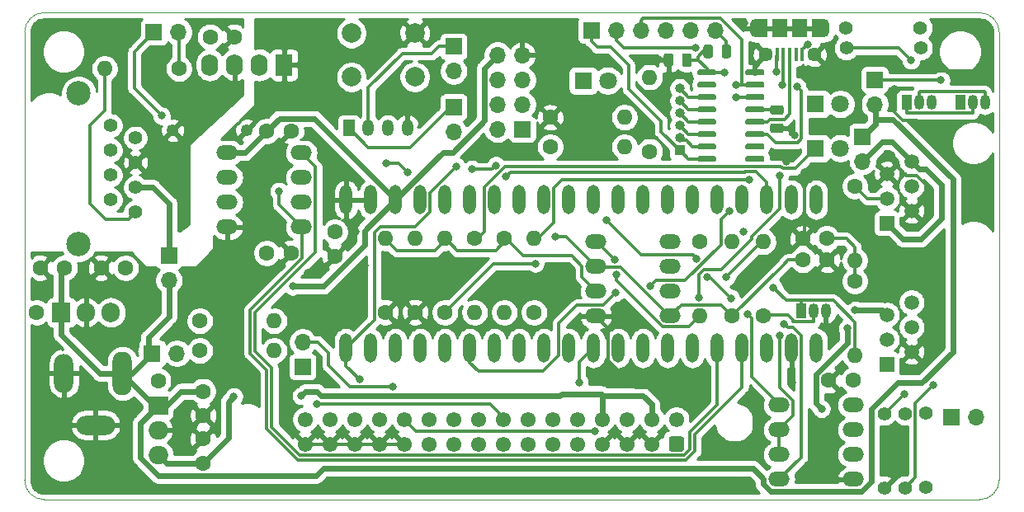
<source format=gbl>
G04 #@! TF.GenerationSoftware,KiCad,Pcbnew,5.1.9-73d0e3b20d~88~ubuntu20.04.1*
G04 #@! TF.CreationDate,2021-01-08T19:35:26+01:00*
G04 #@! TF.ProjectId,c6021light,63363032-316c-4696-9768-742e6b696361,rev?*
G04 #@! TF.SameCoordinates,Original*
G04 #@! TF.FileFunction,Copper,L2,Bot*
G04 #@! TF.FilePolarity,Positive*
%FSLAX46Y46*%
G04 Gerber Fmt 4.6, Leading zero omitted, Abs format (unit mm)*
G04 Created by KiCad (PCBNEW 5.1.9-73d0e3b20d~88~ubuntu20.04.1) date 2021-01-08 19:35:26*
%MOMM*%
%LPD*%
G01*
G04 APERTURE LIST*
G04 #@! TA.AperFunction,Profile*
%ADD10C,0.050000*%
G04 #@! TD*
G04 #@! TA.AperFunction,ComponentPad*
%ADD11C,1.550000*%
G04 #@! TD*
G04 #@! TA.AperFunction,ComponentPad*
%ADD12O,1.700000X1.700000*%
G04 #@! TD*
G04 #@! TA.AperFunction,ComponentPad*
%ADD13R,1.700000X1.700000*%
G04 #@! TD*
G04 #@! TA.AperFunction,ComponentPad*
%ADD14C,1.400000*%
G04 #@! TD*
G04 #@! TA.AperFunction,ComponentPad*
%ADD15C,1.600000*%
G04 #@! TD*
G04 #@! TA.AperFunction,ComponentPad*
%ADD16R,1.050000X1.500000*%
G04 #@! TD*
G04 #@! TA.AperFunction,ComponentPad*
%ADD17O,1.050000X1.500000*%
G04 #@! TD*
G04 #@! TA.AperFunction,SMDPad,CuDef*
%ADD18R,1.200000X1.900000*%
G04 #@! TD*
G04 #@! TA.AperFunction,ComponentPad*
%ADD19O,1.200000X1.900000*%
G04 #@! TD*
G04 #@! TA.AperFunction,SMDPad,CuDef*
%ADD20R,1.500000X1.900000*%
G04 #@! TD*
G04 #@! TA.AperFunction,ComponentPad*
%ADD21C,1.450000*%
G04 #@! TD*
G04 #@! TA.AperFunction,SMDPad,CuDef*
%ADD22R,0.400000X1.350000*%
G04 #@! TD*
G04 #@! TA.AperFunction,ComponentPad*
%ADD23O,1.000000X1.000000*%
G04 #@! TD*
G04 #@! TA.AperFunction,ComponentPad*
%ADD24R,1.000000X1.000000*%
G04 #@! TD*
G04 #@! TA.AperFunction,ComponentPad*
%ADD25O,1.600000X1.600000*%
G04 #@! TD*
G04 #@! TA.AperFunction,ComponentPad*
%ADD26O,2.199640X1.501140*%
G04 #@! TD*
G04 #@! TA.AperFunction,ComponentPad*
%ADD27C,2.499360*%
G04 #@! TD*
G04 #@! TA.AperFunction,ComponentPad*
%ADD28C,1.399540*%
G04 #@! TD*
G04 #@! TA.AperFunction,ComponentPad*
%ADD29O,1.300000X3.000000*%
G04 #@! TD*
G04 #@! TA.AperFunction,ComponentPad*
%ADD30C,1.998980*%
G04 #@! TD*
G04 #@! TA.AperFunction,ComponentPad*
%ADD31R,1.520000X1.520000*%
G04 #@! TD*
G04 #@! TA.AperFunction,ComponentPad*
%ADD32C,1.520000*%
G04 #@! TD*
G04 #@! TA.AperFunction,ComponentPad*
%ADD33C,1.250000*%
G04 #@! TD*
G04 #@! TA.AperFunction,ComponentPad*
%ADD34C,1.800000*%
G04 #@! TD*
G04 #@! TA.AperFunction,ComponentPad*
%ADD35R,1.800000X1.800000*%
G04 #@! TD*
G04 #@! TA.AperFunction,ComponentPad*
%ADD36O,2.000000X1.905000*%
G04 #@! TD*
G04 #@! TA.AperFunction,ComponentPad*
%ADD37R,2.000000X1.905000*%
G04 #@! TD*
G04 #@! TA.AperFunction,ComponentPad*
%ADD38O,1.905000X2.000000*%
G04 #@! TD*
G04 #@! TA.AperFunction,ComponentPad*
%ADD39R,1.905000X2.000000*%
G04 #@! TD*
G04 #@! TA.AperFunction,ComponentPad*
%ADD40R,1.750000X2.250000*%
G04 #@! TD*
G04 #@! TA.AperFunction,ComponentPad*
%ADD41O,1.750000X2.250000*%
G04 #@! TD*
G04 #@! TA.AperFunction,ComponentPad*
%ADD42O,1.198880X1.699260*%
G04 #@! TD*
G04 #@! TA.AperFunction,ComponentPad*
%ADD43R,1.198880X1.699260*%
G04 #@! TD*
G04 #@! TA.AperFunction,ComponentPad*
%ADD44O,1.998980X4.500880*%
G04 #@! TD*
G04 #@! TA.AperFunction,ComponentPad*
%ADD45O,1.998980X4.000500*%
G04 #@! TD*
G04 #@! TA.AperFunction,ComponentPad*
%ADD46O,4.000500X1.998980*%
G04 #@! TD*
G04 #@! TA.AperFunction,ViaPad*
%ADD47C,0.800000*%
G04 #@! TD*
G04 #@! TA.AperFunction,Conductor*
%ADD48C,0.300000*%
G04 #@! TD*
G04 #@! TA.AperFunction,Conductor*
%ADD49C,0.600000*%
G04 #@! TD*
G04 #@! TA.AperFunction,Conductor*
%ADD50C,0.254000*%
G04 #@! TD*
G04 #@! TA.AperFunction,Conductor*
%ADD51C,0.100000*%
G04 #@! TD*
G04 APERTURE END LIST*
D10*
X102000000Y-100000000D02*
G75*
G02*
X100000000Y-98000000I0J2000000D01*
G01*
X100000000Y-52000000D02*
G75*
G02*
X102000000Y-50000000I2000000J0D01*
G01*
X200000000Y-98000000D02*
G75*
G02*
X198000000Y-100000000I-2000000J0D01*
G01*
X198000000Y-50000000D02*
G75*
G02*
X200000000Y-52000000I0J-2000000D01*
G01*
X100000000Y-52000000D02*
X100000000Y-98000000D01*
X198000000Y-50000000D02*
X102000000Y-50000000D01*
X200000000Y-98000000D02*
X200000000Y-52000000D01*
X102000000Y-100000000D02*
X198000000Y-100000000D01*
G04 #@! TA.AperFunction,SMDPad,CuDef*
G36*
G01*
X170966000Y-55984000D02*
X170966000Y-56284000D01*
G75*
G02*
X170816000Y-56434000I-150000J0D01*
G01*
X169166000Y-56434000D01*
G75*
G02*
X169016000Y-56284000I0J150000D01*
G01*
X169016000Y-55984000D01*
G75*
G02*
X169166000Y-55834000I150000J0D01*
G01*
X170816000Y-55834000D01*
G75*
G02*
X170966000Y-55984000I0J-150000D01*
G01*
G37*
G04 #@! TD.AperFunction*
G04 #@! TA.AperFunction,SMDPad,CuDef*
G36*
G01*
X170966000Y-57254000D02*
X170966000Y-57554000D01*
G75*
G02*
X170816000Y-57704000I-150000J0D01*
G01*
X169166000Y-57704000D01*
G75*
G02*
X169016000Y-57554000I0J150000D01*
G01*
X169016000Y-57254000D01*
G75*
G02*
X169166000Y-57104000I150000J0D01*
G01*
X170816000Y-57104000D01*
G75*
G02*
X170966000Y-57254000I0J-150000D01*
G01*
G37*
G04 #@! TD.AperFunction*
G04 #@! TA.AperFunction,SMDPad,CuDef*
G36*
G01*
X170966000Y-58524000D02*
X170966000Y-58824000D01*
G75*
G02*
X170816000Y-58974000I-150000J0D01*
G01*
X169166000Y-58974000D01*
G75*
G02*
X169016000Y-58824000I0J150000D01*
G01*
X169016000Y-58524000D01*
G75*
G02*
X169166000Y-58374000I150000J0D01*
G01*
X170816000Y-58374000D01*
G75*
G02*
X170966000Y-58524000I0J-150000D01*
G01*
G37*
G04 #@! TD.AperFunction*
G04 #@! TA.AperFunction,SMDPad,CuDef*
G36*
G01*
X170966000Y-59794000D02*
X170966000Y-60094000D01*
G75*
G02*
X170816000Y-60244000I-150000J0D01*
G01*
X169166000Y-60244000D01*
G75*
G02*
X169016000Y-60094000I0J150000D01*
G01*
X169016000Y-59794000D01*
G75*
G02*
X169166000Y-59644000I150000J0D01*
G01*
X170816000Y-59644000D01*
G75*
G02*
X170966000Y-59794000I0J-150000D01*
G01*
G37*
G04 #@! TD.AperFunction*
G04 #@! TA.AperFunction,SMDPad,CuDef*
G36*
G01*
X170966000Y-61064000D02*
X170966000Y-61364000D01*
G75*
G02*
X170816000Y-61514000I-150000J0D01*
G01*
X169166000Y-61514000D01*
G75*
G02*
X169016000Y-61364000I0J150000D01*
G01*
X169016000Y-61064000D01*
G75*
G02*
X169166000Y-60914000I150000J0D01*
G01*
X170816000Y-60914000D01*
G75*
G02*
X170966000Y-61064000I0J-150000D01*
G01*
G37*
G04 #@! TD.AperFunction*
G04 #@! TA.AperFunction,SMDPad,CuDef*
G36*
G01*
X170966000Y-62334000D02*
X170966000Y-62634000D01*
G75*
G02*
X170816000Y-62784000I-150000J0D01*
G01*
X169166000Y-62784000D01*
G75*
G02*
X169016000Y-62634000I0J150000D01*
G01*
X169016000Y-62334000D01*
G75*
G02*
X169166000Y-62184000I150000J0D01*
G01*
X170816000Y-62184000D01*
G75*
G02*
X170966000Y-62334000I0J-150000D01*
G01*
G37*
G04 #@! TD.AperFunction*
G04 #@! TA.AperFunction,SMDPad,CuDef*
G36*
G01*
X170966000Y-63604000D02*
X170966000Y-63904000D01*
G75*
G02*
X170816000Y-64054000I-150000J0D01*
G01*
X169166000Y-64054000D01*
G75*
G02*
X169016000Y-63904000I0J150000D01*
G01*
X169016000Y-63604000D01*
G75*
G02*
X169166000Y-63454000I150000J0D01*
G01*
X170816000Y-63454000D01*
G75*
G02*
X170966000Y-63604000I0J-150000D01*
G01*
G37*
G04 #@! TD.AperFunction*
G04 #@! TA.AperFunction,SMDPad,CuDef*
G36*
G01*
X170966000Y-64874000D02*
X170966000Y-65174000D01*
G75*
G02*
X170816000Y-65324000I-150000J0D01*
G01*
X169166000Y-65324000D01*
G75*
G02*
X169016000Y-65174000I0J150000D01*
G01*
X169016000Y-64874000D01*
G75*
G02*
X169166000Y-64724000I150000J0D01*
G01*
X170816000Y-64724000D01*
G75*
G02*
X170966000Y-64874000I0J-150000D01*
G01*
G37*
G04 #@! TD.AperFunction*
G04 #@! TA.AperFunction,SMDPad,CuDef*
G36*
G01*
X175916000Y-64874000D02*
X175916000Y-65174000D01*
G75*
G02*
X175766000Y-65324000I-150000J0D01*
G01*
X174116000Y-65324000D01*
G75*
G02*
X173966000Y-65174000I0J150000D01*
G01*
X173966000Y-64874000D01*
G75*
G02*
X174116000Y-64724000I150000J0D01*
G01*
X175766000Y-64724000D01*
G75*
G02*
X175916000Y-64874000I0J-150000D01*
G01*
G37*
G04 #@! TD.AperFunction*
G04 #@! TA.AperFunction,SMDPad,CuDef*
G36*
G01*
X175916000Y-63604000D02*
X175916000Y-63904000D01*
G75*
G02*
X175766000Y-64054000I-150000J0D01*
G01*
X174116000Y-64054000D01*
G75*
G02*
X173966000Y-63904000I0J150000D01*
G01*
X173966000Y-63604000D01*
G75*
G02*
X174116000Y-63454000I150000J0D01*
G01*
X175766000Y-63454000D01*
G75*
G02*
X175916000Y-63604000I0J-150000D01*
G01*
G37*
G04 #@! TD.AperFunction*
G04 #@! TA.AperFunction,SMDPad,CuDef*
G36*
G01*
X175916000Y-62334000D02*
X175916000Y-62634000D01*
G75*
G02*
X175766000Y-62784000I-150000J0D01*
G01*
X174116000Y-62784000D01*
G75*
G02*
X173966000Y-62634000I0J150000D01*
G01*
X173966000Y-62334000D01*
G75*
G02*
X174116000Y-62184000I150000J0D01*
G01*
X175766000Y-62184000D01*
G75*
G02*
X175916000Y-62334000I0J-150000D01*
G01*
G37*
G04 #@! TD.AperFunction*
G04 #@! TA.AperFunction,SMDPad,CuDef*
G36*
G01*
X175916000Y-61064000D02*
X175916000Y-61364000D01*
G75*
G02*
X175766000Y-61514000I-150000J0D01*
G01*
X174116000Y-61514000D01*
G75*
G02*
X173966000Y-61364000I0J150000D01*
G01*
X173966000Y-61064000D01*
G75*
G02*
X174116000Y-60914000I150000J0D01*
G01*
X175766000Y-60914000D01*
G75*
G02*
X175916000Y-61064000I0J-150000D01*
G01*
G37*
G04 #@! TD.AperFunction*
G04 #@! TA.AperFunction,SMDPad,CuDef*
G36*
G01*
X175916000Y-59794000D02*
X175916000Y-60094000D01*
G75*
G02*
X175766000Y-60244000I-150000J0D01*
G01*
X174116000Y-60244000D01*
G75*
G02*
X173966000Y-60094000I0J150000D01*
G01*
X173966000Y-59794000D01*
G75*
G02*
X174116000Y-59644000I150000J0D01*
G01*
X175766000Y-59644000D01*
G75*
G02*
X175916000Y-59794000I0J-150000D01*
G01*
G37*
G04 #@! TD.AperFunction*
G04 #@! TA.AperFunction,SMDPad,CuDef*
G36*
G01*
X175916000Y-58524000D02*
X175916000Y-58824000D01*
G75*
G02*
X175766000Y-58974000I-150000J0D01*
G01*
X174116000Y-58974000D01*
G75*
G02*
X173966000Y-58824000I0J150000D01*
G01*
X173966000Y-58524000D01*
G75*
G02*
X174116000Y-58374000I150000J0D01*
G01*
X175766000Y-58374000D01*
G75*
G02*
X175916000Y-58524000I0J-150000D01*
G01*
G37*
G04 #@! TD.AperFunction*
G04 #@! TA.AperFunction,SMDPad,CuDef*
G36*
G01*
X175916000Y-57254000D02*
X175916000Y-57554000D01*
G75*
G02*
X175766000Y-57704000I-150000J0D01*
G01*
X174116000Y-57704000D01*
G75*
G02*
X173966000Y-57554000I0J150000D01*
G01*
X173966000Y-57254000D01*
G75*
G02*
X174116000Y-57104000I150000J0D01*
G01*
X175766000Y-57104000D01*
G75*
G02*
X175916000Y-57254000I0J-150000D01*
G01*
G37*
G04 #@! TD.AperFunction*
G04 #@! TA.AperFunction,SMDPad,CuDef*
G36*
G01*
X175916000Y-55984000D02*
X175916000Y-56284000D01*
G75*
G02*
X175766000Y-56434000I-150000J0D01*
G01*
X174116000Y-56434000D01*
G75*
G02*
X173966000Y-56284000I0J150000D01*
G01*
X173966000Y-55984000D01*
G75*
G02*
X174116000Y-55834000I150000J0D01*
G01*
X175766000Y-55834000D01*
G75*
G02*
X175916000Y-55984000I0J-150000D01*
G01*
G37*
G04 #@! TD.AperFunction*
D11*
X128778000Y-91760000D03*
X131318000Y-91760000D03*
X133858000Y-91760000D03*
X136398000Y-91760000D03*
X138938000Y-91760000D03*
X141478000Y-91760000D03*
X144018000Y-91760000D03*
X146558000Y-91760000D03*
X149098000Y-91760000D03*
X151638000Y-91760000D03*
X154178000Y-91760000D03*
X156718000Y-91760000D03*
X159258000Y-91760000D03*
X161798000Y-91760000D03*
X164338000Y-91760000D03*
X166878000Y-91760000D03*
X128778000Y-94300000D03*
X131318000Y-94300000D03*
X133858000Y-94300000D03*
X136398000Y-94300000D03*
X138938000Y-94300000D03*
X141478000Y-94300000D03*
X144018000Y-94300000D03*
X146558000Y-94300000D03*
X149098000Y-94300000D03*
X151638000Y-94300000D03*
X154178000Y-94300000D03*
X156718000Y-94300000D03*
X159258000Y-94300000D03*
X161798000Y-94300000D03*
X164338000Y-94300000D03*
G04 #@! TA.AperFunction,ComponentPad*
G36*
G01*
X167403002Y-95075000D02*
X166352998Y-95075000D01*
G75*
G02*
X166103000Y-94825002I0J249998D01*
G01*
X166103000Y-93774998D01*
G75*
G02*
X166352998Y-93525000I249998J0D01*
G01*
X167403002Y-93525000D01*
G75*
G02*
X167653000Y-93774998I0J-249998D01*
G01*
X167653000Y-94825002D01*
G75*
G02*
X167403002Y-95075000I-249998J0D01*
G01*
G37*
G04 #@! TD.AperFunction*
D12*
X187223400Y-59410600D03*
D13*
X187223400Y-56870600D03*
D12*
X185978800Y-65278000D03*
D13*
X185978800Y-62738000D03*
D12*
X197612000Y-91567000D03*
D13*
X195072000Y-91567000D03*
D12*
X114808000Y-77470000D03*
D13*
X114808000Y-74930000D03*
D14*
X190347600Y-98780600D03*
X190347600Y-91160600D03*
X188239400Y-98780600D03*
X188239400Y-91160600D03*
X192481200Y-98755200D03*
X192481200Y-91135200D03*
D15*
X121524400Y-52476400D03*
X119024400Y-52476400D03*
X127341000Y-62166500D03*
X124841000Y-62166500D03*
X131826000Y-75017000D03*
X131826000Y-72517000D03*
X127341000Y-74676000D03*
X124841000Y-74676000D03*
X118287800Y-93766000D03*
X118287800Y-96266000D03*
X118313200Y-91374600D03*
X118313200Y-88874600D03*
D12*
X115620800Y-84988400D03*
D13*
X113080800Y-84988400D03*
D14*
X184289700Y-51574700D03*
X191909700Y-51574700D03*
X184302400Y-53644800D03*
X191922400Y-53644800D03*
D16*
X190525400Y-59207400D03*
D17*
X193065400Y-59207400D03*
X191795400Y-59207400D03*
D16*
X195999100Y-59207400D03*
D17*
X198539100Y-59207400D03*
X197269100Y-59207400D03*
G04 #@! TA.AperFunction,SMDPad,CuDef*
G36*
G01*
X171519000Y-54431250D02*
X171519000Y-53518750D01*
G75*
G02*
X171762750Y-53275000I243750J0D01*
G01*
X172250250Y-53275000D01*
G75*
G02*
X172494000Y-53518750I0J-243750D01*
G01*
X172494000Y-54431250D01*
G75*
G02*
X172250250Y-54675000I-243750J0D01*
G01*
X171762750Y-54675000D01*
G75*
G02*
X171519000Y-54431250I0J243750D01*
G01*
G37*
G04 #@! TD.AperFunction*
G04 #@! TA.AperFunction,SMDPad,CuDef*
G36*
G01*
X169644000Y-54431250D02*
X169644000Y-53518750D01*
G75*
G02*
X169887750Y-53275000I243750J0D01*
G01*
X170375250Y-53275000D01*
G75*
G02*
X170619000Y-53518750I0J-243750D01*
G01*
X170619000Y-54431250D01*
G75*
G02*
X170375250Y-54675000I-243750J0D01*
G01*
X169887750Y-54675000D01*
G75*
G02*
X169644000Y-54431250I0J243750D01*
G01*
G37*
G04 #@! TD.AperFunction*
D18*
X175611200Y-51594500D03*
X181411200Y-51594500D03*
D19*
X182011200Y-51594500D03*
X175011200Y-51594500D03*
D20*
X177511200Y-51594500D03*
D21*
X181011200Y-54294500D03*
D22*
X178511200Y-54294500D03*
X179161200Y-54294500D03*
X179811200Y-54294500D03*
X177211200Y-54294500D03*
X177861200Y-54294500D03*
D21*
X176011200Y-54294500D03*
D20*
X179511200Y-51594500D03*
D23*
X167208200Y-57785000D03*
X167208200Y-59055000D03*
X167208200Y-60325000D03*
X167208200Y-61595000D03*
X167208200Y-62865000D03*
D24*
X167208200Y-64135000D03*
D25*
X125603000Y-81661000D03*
D15*
X117983000Y-81661000D03*
D25*
X125603000Y-84709000D03*
D15*
X117983000Y-84709000D03*
D25*
X164134800Y-56616600D03*
D15*
X164134800Y-64236600D03*
D25*
X161544000Y-60756800D03*
D15*
X153924000Y-60756800D03*
D25*
X161544000Y-63779400D03*
D15*
X153924000Y-63779400D03*
D25*
X185191400Y-85191600D03*
D15*
X185191400Y-77571600D03*
D25*
X143129000Y-73152000D03*
D15*
X143129000Y-80772000D03*
D25*
X137033000Y-73152000D03*
D15*
X137033000Y-80772000D03*
D25*
X140081000Y-73152000D03*
D15*
X140081000Y-80772000D03*
D25*
X172593000Y-73533000D03*
D15*
X172593000Y-81153000D03*
D25*
X149225000Y-80772000D03*
D15*
X149225000Y-73152000D03*
D25*
X169291000Y-81153000D03*
D15*
X169291000Y-73533000D03*
D25*
X146177000Y-80772000D03*
D15*
X146177000Y-73152000D03*
D25*
X152273000Y-73152000D03*
D15*
X152273000Y-80772000D03*
D25*
X175768000Y-73533000D03*
D15*
X175768000Y-81153000D03*
D25*
X108204000Y-55753000D03*
D15*
X115824000Y-55753000D03*
D25*
X185191400Y-75438000D03*
D15*
X185191400Y-67818000D03*
D26*
X185039000Y-90297000D03*
X185039000Y-92837000D03*
X185039000Y-95377000D03*
X185039000Y-97917000D03*
X177419000Y-97917000D03*
X177419000Y-95377000D03*
X177419000Y-92837000D03*
X177419000Y-90297000D03*
D15*
X182513600Y-87757000D03*
X185013600Y-87757000D03*
X182332000Y-75387200D03*
X179832000Y-75387200D03*
X179821200Y-73202800D03*
X182321200Y-73202800D03*
D27*
X105537000Y-73787000D03*
X105537000Y-58293000D03*
D28*
X111379000Y-70485000D03*
X108839000Y-69215000D03*
X111379000Y-67945000D03*
X108839000Y-66675000D03*
X111379000Y-65405000D03*
X111379000Y-62865000D03*
X108839000Y-61595000D03*
X108839000Y-64135000D03*
D15*
X107863000Y-76200000D03*
X110363000Y-76200000D03*
X101600000Y-76200000D03*
X104100000Y-76200000D03*
D29*
X132969000Y-69207380D03*
X132969000Y-84455000D03*
X135509000Y-69207380D03*
X135509000Y-84455000D03*
X138049000Y-69215000D03*
X138049000Y-84447380D03*
X140589000Y-69215000D03*
X140589000Y-84455000D03*
X143129000Y-69215000D03*
X143129000Y-84455000D03*
X145669000Y-69215000D03*
X145669000Y-84455000D03*
X148209000Y-69215000D03*
X148209000Y-84455000D03*
X150749000Y-69215000D03*
X150749000Y-84455000D03*
X153289000Y-69207380D03*
X153289000Y-84455000D03*
X155829000Y-69215000D03*
X155829000Y-84455000D03*
X158369000Y-69215000D03*
X158369000Y-84455000D03*
X160909000Y-69215000D03*
X160909000Y-84455000D03*
X163449000Y-69215000D03*
X163449000Y-84447380D03*
X165989000Y-69215000D03*
X165989000Y-84455000D03*
X168529000Y-69215000D03*
X168529000Y-84455000D03*
X171069000Y-69215000D03*
X171069000Y-84455000D03*
X173609000Y-69215000D03*
X173609000Y-84455000D03*
X176149000Y-69207380D03*
X176149000Y-84455000D03*
X178689000Y-69215000D03*
X178689000Y-84455000D03*
X181229000Y-69215000D03*
X181229000Y-84455000D03*
D12*
X128524000Y-83820000D03*
D13*
X128524000Y-86360000D03*
D30*
X140030200Y-56606440D03*
X133527800Y-52105560D03*
X140030200Y-52105560D03*
X133527800Y-56606440D03*
D12*
X148526500Y-54356000D03*
X151066500Y-54356000D03*
X148526500Y-56896000D03*
X151066500Y-56896000D03*
X148526500Y-59436000D03*
X151066500Y-59436000D03*
X148526500Y-61976000D03*
D13*
X151066500Y-61976000D03*
D15*
X113690400Y-87782400D03*
X101219000Y-80772000D03*
D12*
X170865800Y-51790600D03*
X168325800Y-51790600D03*
X165785800Y-51790600D03*
X163245800Y-51790600D03*
X160705800Y-51790600D03*
D13*
X158165800Y-51790600D03*
D31*
X188468000Y-71628000D03*
D32*
X191008000Y-70358000D03*
X188468000Y-69088000D03*
X191008000Y-67818000D03*
X188468000Y-66548000D03*
X191008000Y-65278000D03*
D33*
X122810000Y-62103000D03*
X115190000Y-62103000D03*
G04 #@! TA.AperFunction,SMDPad,CuDef*
G36*
G01*
X166555000Y-54407750D02*
X166555000Y-55320250D01*
G75*
G02*
X166311250Y-55564000I-243750J0D01*
G01*
X165823750Y-55564000D01*
G75*
G02*
X165580000Y-55320250I0J243750D01*
G01*
X165580000Y-54407750D01*
G75*
G02*
X165823750Y-54164000I243750J0D01*
G01*
X166311250Y-54164000D01*
G75*
G02*
X166555000Y-54407750I0J-243750D01*
G01*
G37*
G04 #@! TD.AperFunction*
G04 #@! TA.AperFunction,SMDPad,CuDef*
G36*
G01*
X168430000Y-54407750D02*
X168430000Y-55320250D01*
G75*
G02*
X168186250Y-55564000I-243750J0D01*
G01*
X167698750Y-55564000D01*
G75*
G02*
X167455000Y-55320250I0J243750D01*
G01*
X167455000Y-54407750D01*
G75*
G02*
X167698750Y-54164000I243750J0D01*
G01*
X168186250Y-54164000D01*
G75*
G02*
X168430000Y-54407750I0J-243750D01*
G01*
G37*
G04 #@! TD.AperFunction*
D12*
X144018000Y-56007000D03*
D13*
X144018000Y-53467000D03*
D12*
X144018000Y-62230000D03*
D13*
X144018000Y-59690000D03*
D34*
X183705500Y-59385200D03*
D35*
X181165500Y-59385200D03*
D34*
X183705500Y-63931800D03*
D35*
X181165500Y-63931800D03*
D34*
X159842200Y-56972200D03*
D35*
X157302200Y-56972200D03*
G04 #@! TA.AperFunction,SMDPad,CuDef*
G36*
G01*
X176734150Y-61382300D02*
X177646650Y-61382300D01*
G75*
G02*
X177890400Y-61626050I0J-243750D01*
G01*
X177890400Y-62113550D01*
G75*
G02*
X177646650Y-62357300I-243750J0D01*
G01*
X176734150Y-62357300D01*
G75*
G02*
X176490400Y-62113550I0J243750D01*
G01*
X176490400Y-61626050D01*
G75*
G02*
X176734150Y-61382300I243750J0D01*
G01*
G37*
G04 #@! TD.AperFunction*
G04 #@! TA.AperFunction,SMDPad,CuDef*
G36*
G01*
X176734150Y-59507300D02*
X177646650Y-59507300D01*
G75*
G02*
X177890400Y-59751050I0J-243750D01*
G01*
X177890400Y-60238550D01*
G75*
G02*
X177646650Y-60482300I-243750J0D01*
G01*
X176734150Y-60482300D01*
G75*
G02*
X176490400Y-60238550I0J243750D01*
G01*
X176490400Y-59751050D01*
G75*
G02*
X176734150Y-59507300I243750J0D01*
G01*
G37*
G04 #@! TD.AperFunction*
D26*
X166243000Y-73533000D03*
X166243000Y-76073000D03*
X166243000Y-78613000D03*
X166243000Y-81153000D03*
X158623000Y-81153000D03*
X158623000Y-78613000D03*
X158623000Y-76073000D03*
X158623000Y-73533000D03*
X120777000Y-72009000D03*
X120777000Y-69469000D03*
X120777000Y-66929000D03*
X120777000Y-64389000D03*
X128397000Y-64389000D03*
X128397000Y-66929000D03*
X128397000Y-69469000D03*
X128397000Y-72009000D03*
D36*
X113690400Y-95402400D03*
X113690400Y-92862400D03*
D37*
X113690400Y-90322400D03*
D38*
X108839000Y-80772000D03*
X106299000Y-80772000D03*
D39*
X103759000Y-80772000D03*
D16*
X179679600Y-80645000D03*
D17*
X182219600Y-80645000D03*
X180949600Y-80645000D03*
D40*
X126619000Y-55372000D03*
D41*
X124079000Y-55372000D03*
X121539000Y-55372000D03*
X118999000Y-55372000D03*
D31*
X188468000Y-86106000D03*
D32*
X191008000Y-84836000D03*
X188468000Y-83566000D03*
X191008000Y-82296000D03*
X188468000Y-81026000D03*
X191008000Y-79756000D03*
D12*
X115798600Y-51993800D03*
D13*
X113258600Y-51993800D03*
D42*
X139270740Y-61849000D03*
X135270240Y-61849000D03*
X137271760Y-61849000D03*
D43*
X133268720Y-61849000D03*
D44*
X110035340Y-87045800D03*
D45*
X104033320Y-87045800D03*
D46*
X107284520Y-92346780D03*
D47*
X132080000Y-78486000D03*
X134302500Y-79311500D03*
X129032000Y-76708000D03*
X164401500Y-88519000D03*
X178752500Y-88011000D03*
X174498000Y-89471500D03*
X174434500Y-94932500D03*
X170116500Y-93853000D03*
X169291000Y-90614500D03*
X133985000Y-72453500D03*
X134874000Y-75946000D03*
X122936000Y-75819000D03*
X173848242Y-51037546D03*
X180359003Y-53230027D03*
X178142900Y-65252600D03*
X180009800Y-66395600D03*
X188899800Y-64592200D03*
X192836800Y-69062600D03*
X124129800Y-77012800D03*
X197027800Y-66573400D03*
X189255400Y-57810400D03*
X189204600Y-55194200D03*
X198932800Y-56007000D03*
X178968400Y-62560200D03*
X165058939Y-54778061D03*
X144272000Y-65786000D03*
X134355990Y-87641990D03*
X127508000Y-78105000D03*
X160528000Y-75374500D03*
X160678092Y-76874511D03*
X172021500Y-77152500D03*
X137096500Y-65468500D03*
X139319000Y-66421000D03*
X164211000Y-78105000D03*
X160655000Y-78740000D03*
X172279850Y-70375392D03*
X172974000Y-58674000D03*
X168808211Y-53590571D03*
X169164000Y-79248000D03*
X172974000Y-57404000D03*
X177495163Y-66695223D03*
X156921200Y-87985600D03*
X158546800Y-92989400D03*
X177922262Y-81942989D03*
X177514771Y-83176390D03*
X126111000Y-68326000D03*
X145921324Y-66074262D03*
X149415500Y-66802000D03*
X148361911Y-65684911D03*
X121475500Y-89408000D03*
X128397000Y-89344500D03*
X154432000Y-73025000D03*
X171831000Y-56134000D03*
X177111190Y-56045348D03*
X174377248Y-67124900D03*
X114046000Y-60579000D03*
X190296800Y-89128600D03*
X184404000Y-82423000D03*
X185216800Y-80543400D03*
X181763590Y-90684271D03*
X193217800Y-88265000D03*
X179247800Y-57607200D03*
X177723800Y-57429400D03*
X152400000Y-75755500D03*
X173736000Y-72517000D03*
X176847500Y-78232000D03*
X174180500Y-80962500D03*
X172466000Y-79311500D03*
X170053000Y-77152500D03*
X168951162Y-75288662D03*
X159702500Y-71310500D03*
X137795000Y-88392000D03*
X129948643Y-90210680D03*
X194017900Y-56921400D03*
X190957200Y-54914800D03*
D48*
X132080000Y-78486000D02*
X133477000Y-78486000D01*
X133477000Y-78486000D02*
X134302500Y-79311500D01*
X127341000Y-74676000D02*
X125118500Y-76898500D01*
X131826000Y-75017000D02*
X130135000Y-76708000D01*
X130135000Y-76708000D02*
X129032000Y-76708000D01*
X132969000Y-71437500D02*
X132969000Y-69207380D01*
X133985000Y-72453500D02*
X132969000Y-71437500D01*
X159908990Y-85719217D02*
X162708773Y-88519000D01*
X158623000Y-81153000D02*
X159908990Y-82438990D01*
X162708773Y-88519000D02*
X164401500Y-88519000D01*
X159908990Y-82438990D02*
X159908990Y-85719217D01*
X178689000Y-84455000D02*
X178689000Y-87947500D01*
X178689000Y-87947500D02*
X178752500Y-88011000D01*
X174897999Y-94469001D02*
X174434500Y-94932500D01*
X174498000Y-89471500D02*
X174897999Y-89871499D01*
X174897999Y-89871499D02*
X174897999Y-94469001D01*
X171196000Y-94932500D02*
X170116500Y-93853000D01*
X174434500Y-94932500D02*
X171196000Y-94932500D01*
X169291000Y-90614500D02*
X167322500Y-88646000D01*
X164528500Y-88646000D02*
X164401500Y-88519000D01*
X167322500Y-88646000D02*
X164528500Y-88646000D01*
X134302500Y-76517500D02*
X134302500Y-79311500D01*
X134874000Y-75946000D02*
X134302500Y-76517500D01*
X120777000Y-72009000D02*
X120777000Y-73660000D01*
X120777000Y-73660000D02*
X122936000Y-75819000D01*
X171043600Y-51968400D02*
X170865800Y-51790600D01*
X179811200Y-54383400D02*
X179811200Y-53777830D01*
X179811200Y-53777830D02*
X180359003Y-53230027D01*
X180009800Y-73014200D02*
X179821200Y-73202800D01*
X180009800Y-66395600D02*
X180009800Y-73014200D01*
X191540801Y-66707999D02*
X192836800Y-68003998D01*
X190449914Y-66707999D02*
X191540801Y-66707999D01*
X188899800Y-64592200D02*
X188899800Y-65157885D01*
X192836800Y-68003998D02*
X192836800Y-69062600D01*
X188899800Y-65157885D02*
X190449914Y-66707999D01*
X125004200Y-77012800D02*
X125118500Y-76898500D01*
X124129800Y-77012800D02*
X125004200Y-77012800D01*
X197027800Y-66573400D02*
X191516000Y-61061600D01*
X191516000Y-61061600D02*
X190119000Y-61061600D01*
X190119000Y-61061600D02*
X189255400Y-60198000D01*
X189255400Y-60198000D02*
X189255400Y-57810400D01*
X189204600Y-55194200D02*
X190017400Y-56007000D01*
X190017400Y-56007000D02*
X198932800Y-56007000D01*
X138938000Y-94300000D02*
X136398000Y-94300000D01*
X136398000Y-94300000D02*
X133858000Y-94300000D01*
X133858000Y-94300000D02*
X131318000Y-94300000D01*
X131318000Y-94300000D02*
X128778000Y-94300000D01*
X179511200Y-51683400D02*
X182011200Y-51683400D01*
X179511200Y-51683400D02*
X177511200Y-51683400D01*
X177511200Y-51683400D02*
X175611200Y-51683400D01*
X175982400Y-54412200D02*
X176011200Y-54383400D01*
X176011200Y-54383400D02*
X175276600Y-55118000D01*
X175276600Y-55417400D02*
X174941000Y-55753000D01*
X175276600Y-55118000D02*
X175276600Y-55417400D01*
X177190400Y-61869800D02*
X178303400Y-61869800D01*
X178968400Y-62534800D02*
X178968400Y-62560200D01*
X178303400Y-61869800D02*
X178968400Y-62534800D01*
X166067500Y-54864000D02*
X165144878Y-54864000D01*
X165144878Y-54864000D02*
X165058939Y-54778061D01*
X172006500Y-52931300D02*
X170865800Y-51790600D01*
X172006500Y-53975000D02*
X172006500Y-52931300D01*
X141589010Y-70479217D02*
X141589010Y-68468990D01*
X140066228Y-72001999D02*
X141589010Y-70479217D01*
X136480999Y-72001999D02*
X140066228Y-72001999D01*
X135882999Y-72599999D02*
X136480999Y-72001999D01*
X135882999Y-81541001D02*
X135882999Y-72599999D01*
X141589010Y-68468990D02*
X144272000Y-65786000D01*
X132969000Y-84455000D02*
X135882999Y-81541001D01*
X132969000Y-84455000D02*
X132969000Y-86255000D01*
X132969000Y-86255000D02*
X134355990Y-87641990D01*
D49*
X126141001Y-60866499D02*
X124841000Y-62166500D01*
X129700499Y-60866499D02*
X126141001Y-60866499D01*
X138049000Y-69215000D02*
X129700499Y-60866499D01*
X138049000Y-69215000D02*
X142938500Y-64325500D01*
X147176499Y-55706001D02*
X148526500Y-54356000D01*
X147176499Y-61069503D02*
X147176499Y-55706001D01*
X143920502Y-64325500D02*
X147176499Y-61069503D01*
X142938500Y-64325500D02*
X143920502Y-64325500D01*
X122618500Y-64389000D02*
X120777000Y-64389000D01*
X124841000Y-62166500D02*
X122618500Y-64389000D01*
X134885001Y-72378999D02*
X134885001Y-73882001D01*
X138049000Y-69215000D02*
X134885001Y-72378999D01*
X130662002Y-78105000D02*
X127508000Y-78105000D01*
X134885001Y-73882001D02*
X130662002Y-78105000D01*
D48*
X160678092Y-77493797D02*
X160678092Y-76874511D01*
X165437875Y-82253580D02*
X160678092Y-77493797D01*
X169291000Y-81153000D02*
X168190420Y-82253580D01*
X168190420Y-82253580D02*
X165437875Y-82253580D01*
X158686500Y-73533000D02*
X160528000Y-75374500D01*
X158623000Y-73533000D02*
X158686500Y-73533000D01*
X175641000Y-73533000D02*
X175768000Y-73533000D01*
X172021500Y-77152500D02*
X175641000Y-73533000D01*
X137096500Y-65468500D02*
X138366500Y-65468500D01*
X138366500Y-65468500D02*
X139319000Y-66421000D01*
X141739990Y-54221010D02*
X142494000Y-53467000D01*
X135270240Y-61849000D02*
X135270240Y-57706260D01*
X142494000Y-53467000D02*
X144018000Y-53467000D01*
X138755490Y-54221010D02*
X141739990Y-54221010D01*
X135270240Y-57706260D02*
X138755490Y-54221010D01*
X144018000Y-59690000D02*
X143700500Y-59690000D01*
X143700500Y-59690000D02*
X139573000Y-63817500D01*
X135237220Y-63817500D02*
X133268720Y-61849000D01*
X139573000Y-63817500D02*
X135237220Y-63817500D01*
X156675580Y-80052420D02*
X159342580Y-80052420D01*
X154828990Y-85179237D02*
X154828990Y-81899010D01*
X145669000Y-84455000D02*
X145669000Y-85915500D01*
X154828990Y-81899010D02*
X156675580Y-80052420D01*
X159342580Y-80052420D02*
X160655000Y-78740000D01*
X145669000Y-85915500D02*
X146558000Y-86804500D01*
X146558000Y-86804500D02*
X153203727Y-86804500D01*
X153203727Y-86804500D02*
X154828990Y-85179237D01*
X164211000Y-78105000D02*
X164803580Y-77512420D01*
X167788080Y-77512420D02*
X171442999Y-73857501D01*
X164803580Y-77512420D02*
X167788080Y-77512420D01*
X171442999Y-71232228D02*
X172069010Y-70606217D01*
X171442999Y-73857501D02*
X171442999Y-71232228D01*
X172069010Y-70586232D02*
X172279850Y-70375392D01*
X172069010Y-70606217D02*
X172069010Y-70586232D01*
X172974000Y-58674000D02*
X174941000Y-58674000D01*
X160705800Y-52806600D02*
X160705800Y-51790600D01*
X161489771Y-53590571D02*
X160705800Y-52806600D01*
X168808211Y-53590571D02*
X161489771Y-53590571D01*
X174625000Y-73221315D02*
X174625000Y-72995607D01*
X174625000Y-72995607D02*
X177495163Y-70125444D01*
X177495163Y-70125444D02*
X177495163Y-66695223D01*
X171443817Y-76402498D02*
X174625000Y-73221315D01*
X169692998Y-76402498D02*
X171443817Y-76402498D01*
X169164000Y-76931496D02*
X169692998Y-76402498D01*
X169164000Y-79248000D02*
X169164000Y-76931496D01*
X173597001Y-57392001D02*
X173609000Y-57404000D01*
X173597001Y-52790523D02*
X173597001Y-57392001D01*
X171397077Y-50590599D02*
X173597001Y-52790523D01*
X173609000Y-57404000D02*
X172974000Y-57404000D01*
X174941000Y-57404000D02*
X173609000Y-57404000D01*
X171397077Y-50590599D02*
X163429801Y-50590599D01*
X163245800Y-50774600D02*
X163245800Y-51790600D01*
X163429801Y-50590599D02*
X163245800Y-50774600D01*
X156921200Y-85902800D02*
X158369000Y-84455000D01*
X156921200Y-87985600D02*
X156921200Y-85902800D01*
X140167400Y-92989400D02*
X138938000Y-91760000D01*
X158546800Y-92989400D02*
X140167400Y-92989400D01*
X165989000Y-69215000D02*
X166116000Y-69342000D01*
X179689010Y-95646990D02*
X177419000Y-97917000D01*
X178862988Y-82342988D02*
X179689010Y-83169010D01*
X179689010Y-83169010D02*
X179689010Y-95646990D01*
X178322261Y-82342988D02*
X178862988Y-82342988D01*
X177922262Y-81942989D02*
X178322261Y-82342988D01*
X177419000Y-95377000D02*
X177419000Y-92837000D01*
X177514771Y-88487066D02*
X177514771Y-83176390D01*
X178868830Y-89841125D02*
X177514771Y-88487066D01*
X178868830Y-91387170D02*
X178868830Y-89841125D01*
X177419000Y-92837000D02*
X178868830Y-91387170D01*
X129846830Y-65838830D02*
X128397000Y-64389000D01*
X123642489Y-84776613D02*
X123642489Y-80818889D01*
X125349000Y-86483124D02*
X123642489Y-84776613D01*
X123642489Y-80818889D02*
X129846830Y-74614548D01*
X125349000Y-92536002D02*
X125349000Y-86483124D01*
X168267010Y-94809536D02*
X167651536Y-95425010D01*
X128238008Y-95425010D02*
X125349000Y-92536002D01*
X168267010Y-93093866D02*
X168267010Y-94809536D01*
X129846830Y-74614548D02*
X129846830Y-65838830D01*
X167651536Y-95425010D02*
X128238008Y-95425010D01*
X171069000Y-90291876D02*
X168267010Y-93093866D01*
X171069000Y-84455000D02*
X171069000Y-90291876D01*
X126111000Y-69723000D02*
X128397000Y-72009000D01*
X126111000Y-68326000D02*
X126111000Y-69723000D01*
X168767021Y-93300977D02*
X173609000Y-88458998D01*
X173609000Y-88458998D02*
X173609000Y-84455000D01*
X128397000Y-72009000D02*
X128491001Y-72103001D01*
X168767021Y-95016647D02*
X168767021Y-93300977D01*
X124833999Y-92728123D02*
X128030897Y-95925021D01*
X123142478Y-80551222D02*
X123142478Y-84983724D01*
X128030897Y-95925021D02*
X167858648Y-95925020D01*
X128491001Y-75202699D02*
X123142478Y-80551222D01*
X167858648Y-95925020D02*
X168767021Y-95016647D01*
X128491001Y-72103001D02*
X128491001Y-75202699D01*
X124833999Y-86675245D02*
X124833999Y-92728123D01*
X123142478Y-84983724D02*
X124833999Y-86675245D01*
X147972560Y-66074262D02*
X148361911Y-65684911D01*
X145921324Y-66074262D02*
X147972560Y-66074262D01*
X173892312Y-66374910D02*
X173962212Y-66305010D01*
X149842590Y-66374910D02*
X173892312Y-66374910D01*
X173962212Y-66305010D02*
X175046630Y-66305010D01*
X175046630Y-66305010D02*
X176149000Y-67407380D01*
X149415500Y-66802000D02*
X149842590Y-66374910D01*
X176149000Y-67407380D02*
X176149000Y-69207380D01*
D49*
X114554000Y-77343000D02*
X114681000Y-77216000D01*
X114731800Y-77546200D02*
X114808000Y-77470000D01*
X114808000Y-77470000D02*
X114808000Y-81229200D01*
X114808000Y-81229200D02*
X112725200Y-83312000D01*
X112725200Y-84455000D02*
X112420400Y-84759800D01*
X112725200Y-83312000D02*
X112725200Y-84455000D01*
X187274200Y-60972700D02*
X187274200Y-59474100D01*
X162640001Y-96820999D02*
X163224201Y-96820999D01*
X187274200Y-61442600D02*
X185978800Y-62738000D01*
X187274200Y-60972700D02*
X187274200Y-61442600D01*
X174767201Y-96820999D02*
X175819170Y-97872968D01*
X175819170Y-97872968D02*
X175819170Y-98435007D01*
X176551743Y-99167580D02*
X185906257Y-99167580D01*
X185906257Y-99167580D02*
X186913999Y-98159838D01*
X195232999Y-67094853D02*
X189110846Y-60972700D01*
X163224201Y-96820999D02*
X174767201Y-96820999D01*
X186913999Y-90688999D02*
X189579298Y-88023700D01*
X189110846Y-60972700D02*
X187274200Y-60972700D01*
X195232999Y-84852801D02*
X195232999Y-67094853D01*
X175819170Y-98435007D02*
X176551743Y-99167580D01*
X192062100Y-88023700D02*
X195232999Y-84852801D01*
X186913999Y-98159838D02*
X186913999Y-90688999D01*
X189579298Y-88023700D02*
X192062100Y-88023700D01*
X111861600Y-92151200D02*
X113690400Y-90322400D01*
X111861600Y-95675259D02*
X111861600Y-92151200D01*
X113752342Y-97566001D02*
X111861600Y-95675259D01*
X129891775Y-97566001D02*
X113752342Y-97566001D01*
X130636777Y-96820999D02*
X129891775Y-97566001D01*
X163224201Y-96820999D02*
X130636777Y-96820999D01*
X113690400Y-90322400D02*
X114579400Y-90322400D01*
X116027200Y-88874600D02*
X118313200Y-88874600D01*
X114579400Y-90322400D02*
X116027200Y-88874600D01*
X113311940Y-90322400D02*
X110035340Y-87045800D01*
X113690400Y-90322400D02*
X113311940Y-90322400D01*
X111023400Y-87045800D02*
X113080800Y-84988400D01*
X110035340Y-87045800D02*
X111023400Y-87045800D01*
X110035340Y-87045800D02*
X107721400Y-87045800D01*
X103759000Y-83083400D02*
X103759000Y-80772000D01*
X107721400Y-87045800D02*
X103759000Y-83083400D01*
X103759000Y-76541000D02*
X104100000Y-76200000D01*
X103759000Y-80772000D02*
X103759000Y-76541000D01*
X121475500Y-89471500D02*
X121475500Y-89408000D01*
X159258000Y-89484200D02*
X159397700Y-89344500D01*
X164338000Y-90220800D02*
X164338000Y-91567000D01*
X159397700Y-89344500D02*
X163461700Y-89344500D01*
X163461700Y-89344500D02*
X164338000Y-90220800D01*
X155098374Y-89128944D02*
X159182144Y-89128944D01*
X159182144Y-89128944D02*
X159397700Y-89344500D01*
X128397000Y-89344500D02*
X128796999Y-88944501D01*
X154882818Y-89344500D02*
X155098374Y-89128944D01*
X130014466Y-88944501D02*
X130414465Y-89344500D01*
X130414465Y-89344500D02*
X154882818Y-89344500D01*
X128796999Y-88944501D02*
X130014466Y-88944501D01*
X159258000Y-90881200D02*
X159258000Y-91760000D01*
X159258000Y-91567000D02*
X159258000Y-90881200D01*
X159258000Y-90881200D02*
X159258000Y-89484200D01*
X120902999Y-93650801D02*
X118287800Y-96266000D01*
X120902999Y-89980501D02*
X120902999Y-93650801D01*
X121475500Y-89408000D02*
X120902999Y-89980501D01*
X114554000Y-96266000D02*
X113690400Y-95402400D01*
X118287800Y-96266000D02*
X114554000Y-96266000D01*
D48*
X185191400Y-77571600D02*
X185191400Y-75438000D01*
X185191400Y-75438000D02*
X185191400Y-74091800D01*
X184302400Y-73202800D02*
X182321200Y-73202800D01*
X185191400Y-74091800D02*
X184302400Y-73202800D01*
X167393001Y-80002999D02*
X166243000Y-81153000D01*
X171442999Y-80002999D02*
X167393001Y-80002999D01*
X172593000Y-81153000D02*
X171442999Y-80002999D01*
X155575000Y-73025000D02*
X158623000Y-76073000D01*
X154432000Y-73025000D02*
X155575000Y-73025000D01*
X158674501Y-76124501D02*
X161120497Y-76124501D01*
X161120497Y-76124501D02*
X166148996Y-81153000D01*
X166148996Y-81153000D02*
X166243000Y-81153000D01*
X158623000Y-76073000D02*
X158674501Y-76124501D01*
X177800000Y-75946000D02*
X172593000Y-81153000D01*
X179832000Y-75387200D02*
X178358800Y-75387200D01*
X178358800Y-75387200D02*
X177800000Y-75946000D01*
X178821780Y-81745001D02*
X180924999Y-81745001D01*
X180924999Y-81745001D02*
X180975000Y-81695000D01*
X178336805Y-81037999D02*
X178821780Y-81522974D01*
X175768000Y-81153000D02*
X175883001Y-81037999D01*
X178821780Y-81522974D02*
X178821780Y-81745001D01*
X180975000Y-81695000D02*
X180975000Y-80645000D01*
X175883001Y-81037999D02*
X178336805Y-81037999D01*
X169991000Y-56134000D02*
X171831000Y-56134000D01*
X177211200Y-54383400D02*
X177111190Y-54483410D01*
X177111190Y-54483410D02*
X177111190Y-55479663D01*
X177111190Y-55479663D02*
X177111190Y-56045348D01*
X169991000Y-56134000D02*
X169991000Y-55767200D01*
X169087800Y-54864000D02*
X167942500Y-54864000D01*
X169991000Y-55767200D02*
X169087800Y-54864000D01*
X169087800Y-54864000D02*
X169087800Y-54508400D01*
X169621200Y-53975000D02*
X170131500Y-53975000D01*
X169087800Y-54508400D02*
X169621200Y-53975000D01*
X176911000Y-59944000D02*
X177165000Y-60198000D01*
X174941000Y-59944000D02*
X176911000Y-59944000D01*
X181165500Y-63931800D02*
X179094698Y-66002602D01*
X147208990Y-72501010D02*
X146431000Y-73279000D01*
X179094698Y-66002602D02*
X177782898Y-66002602D01*
X177782898Y-66002602D02*
X177583430Y-65803134D01*
X147208990Y-67898508D02*
X147208990Y-72501010D01*
X177583430Y-65803134D02*
X149304364Y-65803134D01*
X149304364Y-65803134D02*
X147208990Y-67898508D01*
X152654000Y-73152000D02*
X154289010Y-71516990D01*
X154289010Y-71516990D02*
X154289010Y-67960990D01*
X155125100Y-67124900D02*
X174377248Y-67124900D01*
X154289010Y-67960990D02*
X155125100Y-67124900D01*
X115824000Y-52019200D02*
X115798600Y-51993800D01*
X115824000Y-55753000D02*
X115824000Y-52019200D01*
X114046000Y-60579000D02*
X111252000Y-57785000D01*
X111252000Y-54000400D02*
X113258600Y-51993800D01*
X111252000Y-57785000D02*
X111252000Y-54000400D01*
D49*
X111379000Y-67945000D02*
X113157000Y-67945000D01*
X114808000Y-69596000D02*
X114808000Y-74930000D01*
X113157000Y-67945000D02*
X114808000Y-69596000D01*
D48*
X106680000Y-61595000D02*
X108204000Y-60071000D01*
X108204000Y-60071000D02*
X108204000Y-55753000D01*
X106680000Y-69596000D02*
X106680000Y-61595000D01*
X111379000Y-70485000D02*
X110679231Y-71184769D01*
X108268769Y-71184769D02*
X106680000Y-69596000D01*
X110679231Y-71184769D02*
X108268769Y-71184769D01*
X185166000Y-92964000D02*
X185039000Y-92837000D01*
X188239400Y-91160600D02*
X188264800Y-91160600D01*
X188264800Y-91160600D02*
X190296800Y-89128600D01*
D49*
X187985400Y-80543400D02*
X188468000Y-81026000D01*
X185216800Y-80543400D02*
X187985400Y-80543400D01*
X184404000Y-83942598D02*
X181213599Y-87132999D01*
X184404000Y-82423000D02*
X184404000Y-83942598D01*
X181213599Y-87132999D02*
X181213599Y-90134280D01*
X181213599Y-90134280D02*
X181763590Y-90684271D01*
D48*
X191397601Y-90085199D02*
X193217800Y-88265000D01*
X190347600Y-98780600D02*
X191397601Y-97730599D01*
X191397601Y-97730599D02*
X191397601Y-90085199D01*
D49*
X185978800Y-65278000D02*
X187960000Y-63296800D01*
X189026800Y-63296800D02*
X191008000Y-65278000D01*
X187960000Y-63296800D02*
X189026800Y-63296800D01*
X191787989Y-66057989D02*
X192473789Y-66057989D01*
X191008000Y-65278000D02*
X191787989Y-66057989D01*
X192473789Y-66057989D02*
X194081400Y-67665600D01*
X194081400Y-67665600D02*
X194081400Y-71170800D01*
X194081400Y-71170800D02*
X191998600Y-73253600D01*
X190093600Y-73253600D02*
X188468000Y-71628000D01*
X191998600Y-73253600D02*
X190093600Y-73253600D01*
D48*
X178511200Y-54383400D02*
X178497798Y-54396802D01*
X178497798Y-54396802D02*
X178497798Y-60404908D01*
X174941000Y-61214000D02*
X176174400Y-61214000D01*
X176174400Y-61214000D02*
X176453800Y-60934600D01*
X177968106Y-60934600D02*
X178497798Y-60404908D01*
X176453800Y-60934600D02*
X177968106Y-60934600D01*
X177861200Y-57292000D02*
X177861200Y-54294500D01*
X177723800Y-57429400D02*
X177861200Y-57292000D01*
X176199800Y-62484000D02*
X177026002Y-63310202D01*
X174941000Y-62484000D02*
X176199800Y-62484000D01*
X179328402Y-63310202D02*
X179718402Y-62920202D01*
X179647799Y-58007199D02*
X179247800Y-57607200D01*
X177026002Y-63310202D02*
X179328402Y-63310202D01*
X179718402Y-62920202D02*
X179718402Y-58077802D01*
X179718402Y-58077802D02*
X179647799Y-58007199D01*
X168097200Y-59944000D02*
X167208200Y-59055000D01*
X169991000Y-59944000D02*
X168097200Y-59944000D01*
X168097200Y-61214000D02*
X169991000Y-61214000D01*
X167208200Y-60325000D02*
X168097200Y-61214000D01*
X168097200Y-62484000D02*
X169991000Y-62484000D01*
X167208200Y-61595000D02*
X168097200Y-62484000D01*
X167477210Y-63134010D02*
X167909010Y-63134010D01*
X167208200Y-62865000D02*
X167477210Y-63134010D01*
X168529000Y-63754000D02*
X169991000Y-63754000D01*
X167909010Y-63134010D02*
X168529000Y-63754000D01*
X168097200Y-65024000D02*
X167208200Y-64135000D01*
X169991000Y-65024000D02*
X168097200Y-65024000D01*
X165284801Y-62211601D02*
X165284801Y-61144801D01*
X167208200Y-64135000D02*
X165284801Y-62211601D01*
X165284801Y-61144801D02*
X161975800Y-57835800D01*
X161975800Y-57835800D02*
X161975800Y-55422800D01*
X161975800Y-55422800D02*
X160096200Y-53543200D01*
X160096200Y-53543200D02*
X158750000Y-53543200D01*
X158165800Y-52959000D02*
X158165800Y-51790600D01*
X158750000Y-53543200D02*
X158165800Y-52959000D01*
X143129000Y-80772000D02*
X148145500Y-75755500D01*
X148145500Y-75755500D02*
X152400000Y-75755500D01*
X185191400Y-81762600D02*
X182973790Y-79544990D01*
X185191400Y-85191600D02*
X185191400Y-81762600D01*
X178160490Y-79544990D02*
X176847500Y-78232000D01*
X178705010Y-79544990D02*
X178160490Y-79544990D01*
X179679600Y-79578200D02*
X179646390Y-79544990D01*
X179679600Y-80645000D02*
X179679600Y-79578200D01*
X182973790Y-79544990D02*
X179646390Y-79544990D01*
X179646390Y-79544990D02*
X178705010Y-79544990D01*
X177419000Y-90297000D02*
X177419000Y-90170000D01*
X174609010Y-81391010D02*
X174180500Y-80962500D01*
X177419000Y-90170000D02*
X174609010Y-87360010D01*
X174609010Y-87360010D02*
X174609010Y-81391010D01*
X170307000Y-77152500D02*
X170053000Y-77152500D01*
X172466000Y-79311500D02*
X170307000Y-77152500D01*
X163280663Y-74888663D02*
X159702500Y-71310500D01*
X168951162Y-75288662D02*
X168551163Y-74888663D01*
X168551163Y-74888663D02*
X163280663Y-74888663D01*
X157173170Y-76009168D02*
X157173170Y-77163170D01*
X157173170Y-77163170D02*
X158623000Y-78613000D01*
X156127001Y-74962999D02*
X157173170Y-76009168D01*
X149479000Y-73279000D02*
X151162999Y-74962999D01*
X151162999Y-74962999D02*
X156127001Y-74962999D01*
X148328999Y-74429001D02*
X149479000Y-73279000D01*
X143256000Y-73279000D02*
X144406001Y-74429001D01*
X144406001Y-74429001D02*
X148328999Y-74429001D01*
X142105999Y-74429001D02*
X143256000Y-73279000D01*
X137033000Y-73279000D02*
X138183001Y-74429001D01*
X138183001Y-74429001D02*
X142105999Y-74429001D01*
X137795000Y-88392000D02*
X133350000Y-88392000D01*
X128524000Y-83820000D02*
X130048000Y-83820000D01*
X130048000Y-83820000D02*
X131191000Y-84963000D01*
X131191000Y-86233000D02*
X133350000Y-88392000D01*
X131191000Y-84963000D02*
X131191000Y-86233000D01*
X149098000Y-91567000D02*
X147741680Y-90210680D01*
X147741680Y-90210680D02*
X129948643Y-90210680D01*
X186461400Y-69088000D02*
X185191400Y-67818000D01*
X188468000Y-69088000D02*
X186461400Y-69088000D01*
X189331600Y-56921400D02*
X194017900Y-56921400D01*
X189318900Y-56934100D02*
X189331600Y-56921400D01*
X187274200Y-56934100D02*
X189318900Y-56934100D01*
X191795400Y-58157400D02*
X191795400Y-59207400D01*
X191845410Y-58107390D02*
X191795400Y-58157400D01*
X198489090Y-58107390D02*
X191845410Y-58107390D01*
X198539100Y-58157400D02*
X198489090Y-58107390D01*
X198539100Y-59207400D02*
X198539100Y-58157400D01*
X189687200Y-53644800D02*
X184302400Y-53644800D01*
X190957200Y-54914800D02*
X189687200Y-53644800D01*
X190525400Y-60257400D02*
X190525400Y-59207400D01*
X190575401Y-60307401D02*
X190525400Y-60257400D01*
X197219099Y-60307401D02*
X190575401Y-60307401D01*
X197269100Y-60257400D02*
X197219099Y-60307401D01*
X197269100Y-59207400D02*
X197269100Y-60257400D01*
X168097200Y-58674000D02*
X169991000Y-58674000D01*
X167208200Y-57785000D02*
X168097200Y-58674000D01*
D50*
X102180688Y-81896482D02*
X102216998Y-82016180D01*
X102275963Y-82126494D01*
X102355315Y-82223185D01*
X102452006Y-82302537D01*
X102562320Y-82361502D01*
X102682018Y-82397812D01*
X102806500Y-82410072D01*
X102824000Y-82410072D01*
X102824000Y-83037468D01*
X102819476Y-83083400D01*
X102833890Y-83229749D01*
X102837529Y-83266691D01*
X102890993Y-83442939D01*
X102977814Y-83605371D01*
X103094656Y-83747744D01*
X103130341Y-83777030D01*
X103906318Y-84553007D01*
X103906318Y-84574774D01*
X103652966Y-84455421D01*
X103525161Y-84486367D01*
X103230843Y-84615453D01*
X102967364Y-84799478D01*
X102744849Y-85031369D01*
X102571849Y-85302215D01*
X102455013Y-85601607D01*
X102398830Y-85918040D01*
X102398830Y-86918800D01*
X103906320Y-86918800D01*
X103906320Y-86898800D01*
X104160320Y-86898800D01*
X104160320Y-86918800D01*
X105667810Y-86918800D01*
X105667810Y-86314499D01*
X107027770Y-87674459D01*
X107057056Y-87710144D01*
X107199428Y-87826986D01*
X107361860Y-87913807D01*
X107524365Y-87963102D01*
X107538108Y-87967271D01*
X107721400Y-87985324D01*
X107767332Y-87980800D01*
X108400850Y-87980800D01*
X108400850Y-88377041D01*
X108424500Y-88617165D01*
X108517962Y-88925268D01*
X108669736Y-89209216D01*
X108873989Y-89458101D01*
X109122873Y-89662354D01*
X109406821Y-89814128D01*
X109714924Y-89907590D01*
X110035340Y-89939148D01*
X110355755Y-89907590D01*
X110663858Y-89814128D01*
X110947806Y-89662354D01*
X111157508Y-89490257D01*
X112052328Y-90385078D01*
X112052328Y-90638183D01*
X111232936Y-91457575D01*
X111197257Y-91486856D01*
X111080415Y-91629228D01*
X111009255Y-91762361D01*
X110993594Y-91791660D01*
X110940129Y-91967909D01*
X110922076Y-92151200D01*
X110926601Y-92197142D01*
X110926600Y-95629327D01*
X110922076Y-95675259D01*
X110935862Y-95815232D01*
X110940129Y-95858550D01*
X110993593Y-96034798D01*
X111080414Y-96197230D01*
X111197256Y-96339603D01*
X111232941Y-96368889D01*
X113058712Y-98194660D01*
X113087998Y-98230345D01*
X113230370Y-98347187D01*
X113392802Y-98434008D01*
X113557248Y-98483892D01*
X113569050Y-98487472D01*
X113752342Y-98505525D01*
X113798274Y-98501001D01*
X129845843Y-98501001D01*
X129891775Y-98505525D01*
X129937707Y-98501001D01*
X130075067Y-98487472D01*
X130251315Y-98434008D01*
X130413747Y-98347187D01*
X130556119Y-98230345D01*
X130585405Y-98194660D01*
X131024066Y-97755999D01*
X174379912Y-97755999D01*
X174884170Y-98260257D01*
X174884170Y-98389075D01*
X174879646Y-98435007D01*
X174884170Y-98480939D01*
X174897699Y-98618299D01*
X174951163Y-98794547D01*
X175037985Y-98956979D01*
X175154827Y-99099351D01*
X175190506Y-99128632D01*
X175401874Y-99340000D01*
X102032279Y-99340000D01*
X101740340Y-99311375D01*
X101490571Y-99235965D01*
X101260206Y-99113477D01*
X101058021Y-98948579D01*
X100891712Y-98747546D01*
X100767622Y-98518046D01*
X100690469Y-98268805D01*
X100660000Y-97978911D01*
X100660000Y-95779872D01*
X101765000Y-95779872D01*
X101765000Y-96220128D01*
X101850890Y-96651925D01*
X102019369Y-97058669D01*
X102263962Y-97424729D01*
X102575271Y-97736038D01*
X102941331Y-97980631D01*
X103348075Y-98149110D01*
X103779872Y-98235000D01*
X104220128Y-98235000D01*
X104651925Y-98149110D01*
X105058669Y-97980631D01*
X105424729Y-97736038D01*
X105736038Y-97424729D01*
X105980631Y-97058669D01*
X106149110Y-96651925D01*
X106235000Y-96220128D01*
X106235000Y-95779872D01*
X106149110Y-95348075D01*
X105980631Y-94941331D01*
X105736038Y-94575271D01*
X105424729Y-94263962D01*
X105058669Y-94019369D01*
X104651925Y-93850890D01*
X104220128Y-93765000D01*
X103779872Y-93765000D01*
X103348075Y-93850890D01*
X102941331Y-94019369D01*
X102575271Y-94263962D01*
X102263962Y-94575271D01*
X102019369Y-94941331D01*
X101850890Y-95348075D01*
X101765000Y-95779872D01*
X100660000Y-95779872D01*
X100660000Y-92727134D01*
X104694141Y-92727134D01*
X104725087Y-92854939D01*
X104854173Y-93149257D01*
X105038198Y-93412736D01*
X105270089Y-93635251D01*
X105540935Y-93808251D01*
X105840327Y-93925087D01*
X106156760Y-93981270D01*
X107157520Y-93981270D01*
X107157520Y-92473780D01*
X107411520Y-92473780D01*
X107411520Y-93981270D01*
X108412280Y-93981270D01*
X108728713Y-93925087D01*
X109028105Y-93808251D01*
X109298951Y-93635251D01*
X109530842Y-93412736D01*
X109714867Y-93149257D01*
X109843953Y-92854939D01*
X109874899Y-92727134D01*
X109755545Y-92473780D01*
X107411520Y-92473780D01*
X107157520Y-92473780D01*
X104813495Y-92473780D01*
X104694141Y-92727134D01*
X100660000Y-92727134D01*
X100660000Y-91966426D01*
X104694141Y-91966426D01*
X104813495Y-92219780D01*
X107157520Y-92219780D01*
X107157520Y-90712290D01*
X107411520Y-90712290D01*
X107411520Y-92219780D01*
X109755545Y-92219780D01*
X109874899Y-91966426D01*
X109843953Y-91838621D01*
X109714867Y-91544303D01*
X109530842Y-91280824D01*
X109298951Y-91058309D01*
X109028105Y-90885309D01*
X108728713Y-90768473D01*
X108412280Y-90712290D01*
X107411520Y-90712290D01*
X107157520Y-90712290D01*
X106156760Y-90712290D01*
X105840327Y-90768473D01*
X105540935Y-90885309D01*
X105270089Y-91058309D01*
X105038198Y-91280824D01*
X104854173Y-91544303D01*
X104725087Y-91838621D01*
X104694141Y-91966426D01*
X100660000Y-91966426D01*
X100660000Y-87172800D01*
X102398830Y-87172800D01*
X102398830Y-88173560D01*
X102455013Y-88489993D01*
X102571849Y-88789385D01*
X102744849Y-89060231D01*
X102967364Y-89292122D01*
X103230843Y-89476147D01*
X103525161Y-89605233D01*
X103652966Y-89636179D01*
X103906320Y-89516825D01*
X103906320Y-87172800D01*
X104160320Y-87172800D01*
X104160320Y-89516825D01*
X104413674Y-89636179D01*
X104541479Y-89605233D01*
X104835797Y-89476147D01*
X105099276Y-89292122D01*
X105321791Y-89060231D01*
X105494791Y-88789385D01*
X105611627Y-88489993D01*
X105667810Y-88173560D01*
X105667810Y-87172800D01*
X104160320Y-87172800D01*
X103906320Y-87172800D01*
X102398830Y-87172800D01*
X100660000Y-87172800D01*
X100660000Y-82093687D01*
X100800426Y-82151853D01*
X101077665Y-82207000D01*
X101360335Y-82207000D01*
X101637574Y-82151853D01*
X101898727Y-82043680D01*
X102133759Y-81886637D01*
X102175598Y-81844798D01*
X102180688Y-81896482D01*
G04 #@! TA.AperFunction,Conductor*
D51*
G36*
X102180688Y-81896482D02*
G01*
X102216998Y-82016180D01*
X102275963Y-82126494D01*
X102355315Y-82223185D01*
X102452006Y-82302537D01*
X102562320Y-82361502D01*
X102682018Y-82397812D01*
X102806500Y-82410072D01*
X102824000Y-82410072D01*
X102824000Y-83037468D01*
X102819476Y-83083400D01*
X102833890Y-83229749D01*
X102837529Y-83266691D01*
X102890993Y-83442939D01*
X102977814Y-83605371D01*
X103094656Y-83747744D01*
X103130341Y-83777030D01*
X103906318Y-84553007D01*
X103906318Y-84574774D01*
X103652966Y-84455421D01*
X103525161Y-84486367D01*
X103230843Y-84615453D01*
X102967364Y-84799478D01*
X102744849Y-85031369D01*
X102571849Y-85302215D01*
X102455013Y-85601607D01*
X102398830Y-85918040D01*
X102398830Y-86918800D01*
X103906320Y-86918800D01*
X103906320Y-86898800D01*
X104160320Y-86898800D01*
X104160320Y-86918800D01*
X105667810Y-86918800D01*
X105667810Y-86314499D01*
X107027770Y-87674459D01*
X107057056Y-87710144D01*
X107199428Y-87826986D01*
X107361860Y-87913807D01*
X107524365Y-87963102D01*
X107538108Y-87967271D01*
X107721400Y-87985324D01*
X107767332Y-87980800D01*
X108400850Y-87980800D01*
X108400850Y-88377041D01*
X108424500Y-88617165D01*
X108517962Y-88925268D01*
X108669736Y-89209216D01*
X108873989Y-89458101D01*
X109122873Y-89662354D01*
X109406821Y-89814128D01*
X109714924Y-89907590D01*
X110035340Y-89939148D01*
X110355755Y-89907590D01*
X110663858Y-89814128D01*
X110947806Y-89662354D01*
X111157508Y-89490257D01*
X112052328Y-90385078D01*
X112052328Y-90638183D01*
X111232936Y-91457575D01*
X111197257Y-91486856D01*
X111080415Y-91629228D01*
X111009255Y-91762361D01*
X110993594Y-91791660D01*
X110940129Y-91967909D01*
X110922076Y-92151200D01*
X110926601Y-92197142D01*
X110926600Y-95629327D01*
X110922076Y-95675259D01*
X110935862Y-95815232D01*
X110940129Y-95858550D01*
X110993593Y-96034798D01*
X111080414Y-96197230D01*
X111197256Y-96339603D01*
X111232941Y-96368889D01*
X113058712Y-98194660D01*
X113087998Y-98230345D01*
X113230370Y-98347187D01*
X113392802Y-98434008D01*
X113557248Y-98483892D01*
X113569050Y-98487472D01*
X113752342Y-98505525D01*
X113798274Y-98501001D01*
X129845843Y-98501001D01*
X129891775Y-98505525D01*
X129937707Y-98501001D01*
X130075067Y-98487472D01*
X130251315Y-98434008D01*
X130413747Y-98347187D01*
X130556119Y-98230345D01*
X130585405Y-98194660D01*
X131024066Y-97755999D01*
X174379912Y-97755999D01*
X174884170Y-98260257D01*
X174884170Y-98389075D01*
X174879646Y-98435007D01*
X174884170Y-98480939D01*
X174897699Y-98618299D01*
X174951163Y-98794547D01*
X175037985Y-98956979D01*
X175154827Y-99099351D01*
X175190506Y-99128632D01*
X175401874Y-99340000D01*
X102032279Y-99340000D01*
X101740340Y-99311375D01*
X101490571Y-99235965D01*
X101260206Y-99113477D01*
X101058021Y-98948579D01*
X100891712Y-98747546D01*
X100767622Y-98518046D01*
X100690469Y-98268805D01*
X100660000Y-97978911D01*
X100660000Y-95779872D01*
X101765000Y-95779872D01*
X101765000Y-96220128D01*
X101850890Y-96651925D01*
X102019369Y-97058669D01*
X102263962Y-97424729D01*
X102575271Y-97736038D01*
X102941331Y-97980631D01*
X103348075Y-98149110D01*
X103779872Y-98235000D01*
X104220128Y-98235000D01*
X104651925Y-98149110D01*
X105058669Y-97980631D01*
X105424729Y-97736038D01*
X105736038Y-97424729D01*
X105980631Y-97058669D01*
X106149110Y-96651925D01*
X106235000Y-96220128D01*
X106235000Y-95779872D01*
X106149110Y-95348075D01*
X105980631Y-94941331D01*
X105736038Y-94575271D01*
X105424729Y-94263962D01*
X105058669Y-94019369D01*
X104651925Y-93850890D01*
X104220128Y-93765000D01*
X103779872Y-93765000D01*
X103348075Y-93850890D01*
X102941331Y-94019369D01*
X102575271Y-94263962D01*
X102263962Y-94575271D01*
X102019369Y-94941331D01*
X101850890Y-95348075D01*
X101765000Y-95779872D01*
X100660000Y-95779872D01*
X100660000Y-92727134D01*
X104694141Y-92727134D01*
X104725087Y-92854939D01*
X104854173Y-93149257D01*
X105038198Y-93412736D01*
X105270089Y-93635251D01*
X105540935Y-93808251D01*
X105840327Y-93925087D01*
X106156760Y-93981270D01*
X107157520Y-93981270D01*
X107157520Y-92473780D01*
X107411520Y-92473780D01*
X107411520Y-93981270D01*
X108412280Y-93981270D01*
X108728713Y-93925087D01*
X109028105Y-93808251D01*
X109298951Y-93635251D01*
X109530842Y-93412736D01*
X109714867Y-93149257D01*
X109843953Y-92854939D01*
X109874899Y-92727134D01*
X109755545Y-92473780D01*
X107411520Y-92473780D01*
X107157520Y-92473780D01*
X104813495Y-92473780D01*
X104694141Y-92727134D01*
X100660000Y-92727134D01*
X100660000Y-91966426D01*
X104694141Y-91966426D01*
X104813495Y-92219780D01*
X107157520Y-92219780D01*
X107157520Y-90712290D01*
X107411520Y-90712290D01*
X107411520Y-92219780D01*
X109755545Y-92219780D01*
X109874899Y-91966426D01*
X109843953Y-91838621D01*
X109714867Y-91544303D01*
X109530842Y-91280824D01*
X109298951Y-91058309D01*
X109028105Y-90885309D01*
X108728713Y-90768473D01*
X108412280Y-90712290D01*
X107411520Y-90712290D01*
X107157520Y-90712290D01*
X106156760Y-90712290D01*
X105840327Y-90768473D01*
X105540935Y-90885309D01*
X105270089Y-91058309D01*
X105038198Y-91280824D01*
X104854173Y-91544303D01*
X104725087Y-91838621D01*
X104694141Y-91966426D01*
X100660000Y-91966426D01*
X100660000Y-87172800D01*
X102398830Y-87172800D01*
X102398830Y-88173560D01*
X102455013Y-88489993D01*
X102571849Y-88789385D01*
X102744849Y-89060231D01*
X102967364Y-89292122D01*
X103230843Y-89476147D01*
X103525161Y-89605233D01*
X103652966Y-89636179D01*
X103906320Y-89516825D01*
X103906320Y-87172800D01*
X104160320Y-87172800D01*
X104160320Y-89516825D01*
X104413674Y-89636179D01*
X104541479Y-89605233D01*
X104835797Y-89476147D01*
X105099276Y-89292122D01*
X105321791Y-89060231D01*
X105494791Y-88789385D01*
X105611627Y-88489993D01*
X105667810Y-88173560D01*
X105667810Y-87172800D01*
X104160320Y-87172800D01*
X103906320Y-87172800D01*
X102398830Y-87172800D01*
X100660000Y-87172800D01*
X100660000Y-82093687D01*
X100800426Y-82151853D01*
X101077665Y-82207000D01*
X101360335Y-82207000D01*
X101637574Y-82151853D01*
X101898727Y-82043680D01*
X102133759Y-81886637D01*
X102175598Y-81844798D01*
X102180688Y-81896482D01*
G37*
G04 #@! TD.AperFunction*
D50*
X189310638Y-92011613D02*
X189496587Y-92197562D01*
X189715241Y-92343661D01*
X189958195Y-92444296D01*
X190216114Y-92495600D01*
X190479086Y-92495600D01*
X190612602Y-92469042D01*
X190612601Y-97405442D01*
X190556954Y-97461089D01*
X190479086Y-97445600D01*
X190216114Y-97445600D01*
X189958195Y-97496904D01*
X189715241Y-97597539D01*
X189496587Y-97743638D01*
X189310638Y-97929587D01*
X189226402Y-98055656D01*
X189160669Y-98038936D01*
X188419005Y-98780600D01*
X188433148Y-98794743D01*
X188253543Y-98974348D01*
X188239400Y-98960205D01*
X188225258Y-98974348D01*
X188045653Y-98794743D01*
X188059795Y-98780600D01*
X188045653Y-98766458D01*
X188225258Y-98586853D01*
X188239400Y-98600995D01*
X188981064Y-97859331D01*
X188921603Y-97625563D01*
X188683158Y-97514666D01*
X188427660Y-97452417D01*
X188164927Y-97441210D01*
X187905056Y-97481475D01*
X187848999Y-97501942D01*
X187848999Y-92443883D01*
X187849995Y-92444296D01*
X188107914Y-92495600D01*
X188370886Y-92495600D01*
X188628805Y-92444296D01*
X188871759Y-92343661D01*
X189090413Y-92197562D01*
X189276362Y-92011613D01*
X189293500Y-91985964D01*
X189310638Y-92011613D01*
G04 #@! TA.AperFunction,Conductor*
D51*
G36*
X189310638Y-92011613D02*
G01*
X189496587Y-92197562D01*
X189715241Y-92343661D01*
X189958195Y-92444296D01*
X190216114Y-92495600D01*
X190479086Y-92495600D01*
X190612602Y-92469042D01*
X190612601Y-97405442D01*
X190556954Y-97461089D01*
X190479086Y-97445600D01*
X190216114Y-97445600D01*
X189958195Y-97496904D01*
X189715241Y-97597539D01*
X189496587Y-97743638D01*
X189310638Y-97929587D01*
X189226402Y-98055656D01*
X189160669Y-98038936D01*
X188419005Y-98780600D01*
X188433148Y-98794743D01*
X188253543Y-98974348D01*
X188239400Y-98960205D01*
X188225258Y-98974348D01*
X188045653Y-98794743D01*
X188059795Y-98780600D01*
X188045653Y-98766458D01*
X188225258Y-98586853D01*
X188239400Y-98600995D01*
X188981064Y-97859331D01*
X188921603Y-97625563D01*
X188683158Y-97514666D01*
X188427660Y-97452417D01*
X188164927Y-97441210D01*
X187905056Y-97481475D01*
X187848999Y-97501942D01*
X187848999Y-92443883D01*
X187849995Y-92444296D01*
X188107914Y-92495600D01*
X188370886Y-92495600D01*
X188628805Y-92444296D01*
X188871759Y-92343661D01*
X189090413Y-92197562D01*
X189276362Y-92011613D01*
X189293500Y-91985964D01*
X189310638Y-92011613D01*
G37*
G04 #@! TD.AperFunction*
D50*
X183919720Y-85871327D02*
X184076763Y-86106359D01*
X184276641Y-86306237D01*
X184463994Y-86431422D01*
X184333873Y-86485320D01*
X184098841Y-86642363D01*
X183898963Y-86842241D01*
X183764908Y-87042869D01*
X183750271Y-87015486D01*
X183506302Y-86943903D01*
X182693205Y-87757000D01*
X183506302Y-88570097D01*
X183750271Y-88498514D01*
X183763924Y-88469659D01*
X183898963Y-88671759D01*
X184098841Y-88871637D01*
X184260131Y-88979407D01*
X184156950Y-89010707D01*
X183916244Y-89139366D01*
X183705264Y-89312514D01*
X183532116Y-89523494D01*
X183403457Y-89764200D01*
X183324228Y-90025381D01*
X183297476Y-90297000D01*
X183324228Y-90568619D01*
X183403457Y-90829800D01*
X183532116Y-91070506D01*
X183705264Y-91281486D01*
X183916244Y-91454634D01*
X184126468Y-91567000D01*
X183916244Y-91679366D01*
X183705264Y-91852514D01*
X183532116Y-92063494D01*
X183403457Y-92304200D01*
X183324228Y-92565381D01*
X183297476Y-92837000D01*
X183324228Y-93108619D01*
X183403457Y-93369800D01*
X183532116Y-93610506D01*
X183705264Y-93821486D01*
X183916244Y-93994634D01*
X184126468Y-94107000D01*
X183916244Y-94219366D01*
X183705264Y-94392514D01*
X183532116Y-94603494D01*
X183403457Y-94844200D01*
X183324228Y-95105381D01*
X183297476Y-95377000D01*
X183324228Y-95648619D01*
X183403457Y-95909800D01*
X183532116Y-96150506D01*
X183705264Y-96361486D01*
X183916244Y-96534634D01*
X184130991Y-96649418D01*
X184042183Y-96685501D01*
X183814372Y-96835498D01*
X183620202Y-97027057D01*
X183467134Y-97252815D01*
X183361050Y-97504098D01*
X183346867Y-97575725D01*
X183469521Y-97790000D01*
X184912000Y-97790000D01*
X184912000Y-97770000D01*
X185166000Y-97770000D01*
X185166000Y-97790000D01*
X185186000Y-97790000D01*
X185186000Y-98044000D01*
X185166000Y-98044000D01*
X185166000Y-98064000D01*
X184912000Y-98064000D01*
X184912000Y-98044000D01*
X183469521Y-98044000D01*
X183361575Y-98232580D01*
X179120436Y-98232580D01*
X179133772Y-98188619D01*
X179160524Y-97917000D01*
X179133772Y-97645381D01*
X179056269Y-97389889D01*
X180216826Y-96229332D01*
X180246774Y-96204754D01*
X180286249Y-96156655D01*
X180328022Y-96105754D01*
X180344872Y-96085223D01*
X180417764Y-95948850D01*
X180422037Y-95934764D01*
X180462652Y-95800877D01*
X180471602Y-95710000D01*
X180474010Y-95685551D01*
X180474010Y-95685546D01*
X180477807Y-95646990D01*
X180474010Y-95608435D01*
X180474010Y-90706937D01*
X180549256Y-90798624D01*
X180584936Y-90827906D01*
X180786158Y-91029128D01*
X180846385Y-91174527D01*
X180959653Y-91344045D01*
X181103816Y-91488208D01*
X181273334Y-91601476D01*
X181461692Y-91679497D01*
X181661651Y-91719271D01*
X181865529Y-91719271D01*
X182065488Y-91679497D01*
X182253846Y-91601476D01*
X182423364Y-91488208D01*
X182567527Y-91344045D01*
X182680795Y-91174527D01*
X182758816Y-90986169D01*
X182798590Y-90786210D01*
X182798590Y-90582332D01*
X182758816Y-90382373D01*
X182680795Y-90194015D01*
X182567527Y-90024497D01*
X182423364Y-89880334D01*
X182253846Y-89767066D01*
X182148599Y-89723471D01*
X182148599Y-89144902D01*
X182301784Y-89183300D01*
X182584112Y-89197217D01*
X182863730Y-89155787D01*
X183129892Y-89060603D01*
X183255114Y-88993671D01*
X183326697Y-88749702D01*
X182513600Y-87936605D01*
X182499458Y-87950748D01*
X182319853Y-87771143D01*
X182333995Y-87757000D01*
X182319853Y-87742858D01*
X182499458Y-87563253D01*
X182513600Y-87577395D01*
X183326697Y-86764298D01*
X183255114Y-86520329D01*
X183182783Y-86486104D01*
X183883940Y-85784947D01*
X183919720Y-85871327D01*
G04 #@! TA.AperFunction,Conductor*
D51*
G36*
X183919720Y-85871327D02*
G01*
X184076763Y-86106359D01*
X184276641Y-86306237D01*
X184463994Y-86431422D01*
X184333873Y-86485320D01*
X184098841Y-86642363D01*
X183898963Y-86842241D01*
X183764908Y-87042869D01*
X183750271Y-87015486D01*
X183506302Y-86943903D01*
X182693205Y-87757000D01*
X183506302Y-88570097D01*
X183750271Y-88498514D01*
X183763924Y-88469659D01*
X183898963Y-88671759D01*
X184098841Y-88871637D01*
X184260131Y-88979407D01*
X184156950Y-89010707D01*
X183916244Y-89139366D01*
X183705264Y-89312514D01*
X183532116Y-89523494D01*
X183403457Y-89764200D01*
X183324228Y-90025381D01*
X183297476Y-90297000D01*
X183324228Y-90568619D01*
X183403457Y-90829800D01*
X183532116Y-91070506D01*
X183705264Y-91281486D01*
X183916244Y-91454634D01*
X184126468Y-91567000D01*
X183916244Y-91679366D01*
X183705264Y-91852514D01*
X183532116Y-92063494D01*
X183403457Y-92304200D01*
X183324228Y-92565381D01*
X183297476Y-92837000D01*
X183324228Y-93108619D01*
X183403457Y-93369800D01*
X183532116Y-93610506D01*
X183705264Y-93821486D01*
X183916244Y-93994634D01*
X184126468Y-94107000D01*
X183916244Y-94219366D01*
X183705264Y-94392514D01*
X183532116Y-94603494D01*
X183403457Y-94844200D01*
X183324228Y-95105381D01*
X183297476Y-95377000D01*
X183324228Y-95648619D01*
X183403457Y-95909800D01*
X183532116Y-96150506D01*
X183705264Y-96361486D01*
X183916244Y-96534634D01*
X184130991Y-96649418D01*
X184042183Y-96685501D01*
X183814372Y-96835498D01*
X183620202Y-97027057D01*
X183467134Y-97252815D01*
X183361050Y-97504098D01*
X183346867Y-97575725D01*
X183469521Y-97790000D01*
X184912000Y-97790000D01*
X184912000Y-97770000D01*
X185166000Y-97770000D01*
X185166000Y-97790000D01*
X185186000Y-97790000D01*
X185186000Y-98044000D01*
X185166000Y-98044000D01*
X185166000Y-98064000D01*
X184912000Y-98064000D01*
X184912000Y-98044000D01*
X183469521Y-98044000D01*
X183361575Y-98232580D01*
X179120436Y-98232580D01*
X179133772Y-98188619D01*
X179160524Y-97917000D01*
X179133772Y-97645381D01*
X179056269Y-97389889D01*
X180216826Y-96229332D01*
X180246774Y-96204754D01*
X180286249Y-96156655D01*
X180328022Y-96105754D01*
X180344872Y-96085223D01*
X180417764Y-95948850D01*
X180422037Y-95934764D01*
X180462652Y-95800877D01*
X180471602Y-95710000D01*
X180474010Y-95685551D01*
X180474010Y-95685546D01*
X180477807Y-95646990D01*
X180474010Y-95608435D01*
X180474010Y-90706937D01*
X180549256Y-90798624D01*
X180584936Y-90827906D01*
X180786158Y-91029128D01*
X180846385Y-91174527D01*
X180959653Y-91344045D01*
X181103816Y-91488208D01*
X181273334Y-91601476D01*
X181461692Y-91679497D01*
X181661651Y-91719271D01*
X181865529Y-91719271D01*
X182065488Y-91679497D01*
X182253846Y-91601476D01*
X182423364Y-91488208D01*
X182567527Y-91344045D01*
X182680795Y-91174527D01*
X182758816Y-90986169D01*
X182798590Y-90786210D01*
X182798590Y-90582332D01*
X182758816Y-90382373D01*
X182680795Y-90194015D01*
X182567527Y-90024497D01*
X182423364Y-89880334D01*
X182253846Y-89767066D01*
X182148599Y-89723471D01*
X182148599Y-89144902D01*
X182301784Y-89183300D01*
X182584112Y-89197217D01*
X182863730Y-89155787D01*
X183129892Y-89060603D01*
X183255114Y-88993671D01*
X183326697Y-88749702D01*
X182513600Y-87936605D01*
X182499458Y-87950748D01*
X182319853Y-87771143D01*
X182333995Y-87757000D01*
X182319853Y-87742858D01*
X182499458Y-87563253D01*
X182513600Y-87577395D01*
X183326697Y-86764298D01*
X183255114Y-86520329D01*
X183182783Y-86486104D01*
X183883940Y-85784947D01*
X183919720Y-85871327D01*
G37*
G04 #@! TD.AperFunction*
D50*
X175825112Y-89686269D02*
X175783457Y-89764200D01*
X175704228Y-90025381D01*
X175677476Y-90297000D01*
X175704228Y-90568619D01*
X175783457Y-90829800D01*
X175912116Y-91070506D01*
X176085264Y-91281486D01*
X176296244Y-91454634D01*
X176506468Y-91567000D01*
X176296244Y-91679366D01*
X176085264Y-91852514D01*
X175912116Y-92063494D01*
X175783457Y-92304200D01*
X175704228Y-92565381D01*
X175677476Y-92837000D01*
X175704228Y-93108619D01*
X175783457Y-93369800D01*
X175912116Y-93610506D01*
X176085264Y-93821486D01*
X176296244Y-93994634D01*
X176506468Y-94107000D01*
X176296244Y-94219366D01*
X176085264Y-94392514D01*
X175912116Y-94603494D01*
X175783457Y-94844200D01*
X175704228Y-95105381D01*
X175677476Y-95377000D01*
X175704228Y-95648619D01*
X175783457Y-95909800D01*
X175912116Y-96150506D01*
X176085264Y-96361486D01*
X176296244Y-96534634D01*
X176506468Y-96647000D01*
X176296244Y-96759366D01*
X176148834Y-96880343D01*
X175460831Y-96192340D01*
X175431545Y-96156655D01*
X175289173Y-96039813D01*
X175126741Y-95952992D01*
X174950493Y-95899528D01*
X174813133Y-95885999D01*
X174767201Y-95881475D01*
X174721269Y-95885999D01*
X169007827Y-95885999D01*
X169294838Y-95598988D01*
X169324785Y-95574411D01*
X169354430Y-95538290D01*
X169392445Y-95491968D01*
X169422883Y-95454880D01*
X169495775Y-95318507D01*
X169540662Y-95170534D01*
X169552021Y-95055208D01*
X169552021Y-95055201D01*
X169555818Y-95016648D01*
X169552021Y-94978095D01*
X169552021Y-93626134D01*
X170792433Y-92385723D01*
X170847165Y-92660880D01*
X171002452Y-93035776D01*
X171227894Y-93373173D01*
X171514827Y-93660106D01*
X171852224Y-93885548D01*
X172227120Y-94040835D01*
X172625108Y-94120000D01*
X173030892Y-94120000D01*
X173428880Y-94040835D01*
X173803776Y-93885548D01*
X174141173Y-93660106D01*
X174428106Y-93373173D01*
X174653548Y-93035776D01*
X174808835Y-92660880D01*
X174888000Y-92262892D01*
X174888000Y-91857108D01*
X174808835Y-91459120D01*
X174653548Y-91084224D01*
X174428106Y-90746827D01*
X174141173Y-90459894D01*
X173803776Y-90234452D01*
X173428880Y-90079165D01*
X173153723Y-90024433D01*
X174136817Y-89041339D01*
X174166764Y-89016762D01*
X174192865Y-88984959D01*
X174221749Y-88949764D01*
X174264862Y-88897231D01*
X174337754Y-88760858D01*
X174375260Y-88637216D01*
X174382641Y-88612886D01*
X174385391Y-88584961D01*
X174394000Y-88497559D01*
X174394000Y-88497552D01*
X174397797Y-88458999D01*
X174394000Y-88420446D01*
X174394000Y-88255157D01*
X175825112Y-89686269D01*
G04 #@! TA.AperFunction,Conductor*
D51*
G36*
X175825112Y-89686269D02*
G01*
X175783457Y-89764200D01*
X175704228Y-90025381D01*
X175677476Y-90297000D01*
X175704228Y-90568619D01*
X175783457Y-90829800D01*
X175912116Y-91070506D01*
X176085264Y-91281486D01*
X176296244Y-91454634D01*
X176506468Y-91567000D01*
X176296244Y-91679366D01*
X176085264Y-91852514D01*
X175912116Y-92063494D01*
X175783457Y-92304200D01*
X175704228Y-92565381D01*
X175677476Y-92837000D01*
X175704228Y-93108619D01*
X175783457Y-93369800D01*
X175912116Y-93610506D01*
X176085264Y-93821486D01*
X176296244Y-93994634D01*
X176506468Y-94107000D01*
X176296244Y-94219366D01*
X176085264Y-94392514D01*
X175912116Y-94603494D01*
X175783457Y-94844200D01*
X175704228Y-95105381D01*
X175677476Y-95377000D01*
X175704228Y-95648619D01*
X175783457Y-95909800D01*
X175912116Y-96150506D01*
X176085264Y-96361486D01*
X176296244Y-96534634D01*
X176506468Y-96647000D01*
X176296244Y-96759366D01*
X176148834Y-96880343D01*
X175460831Y-96192340D01*
X175431545Y-96156655D01*
X175289173Y-96039813D01*
X175126741Y-95952992D01*
X174950493Y-95899528D01*
X174813133Y-95885999D01*
X174767201Y-95881475D01*
X174721269Y-95885999D01*
X169007827Y-95885999D01*
X169294838Y-95598988D01*
X169324785Y-95574411D01*
X169354430Y-95538290D01*
X169392445Y-95491968D01*
X169422883Y-95454880D01*
X169495775Y-95318507D01*
X169540662Y-95170534D01*
X169552021Y-95055208D01*
X169552021Y-95055201D01*
X169555818Y-95016648D01*
X169552021Y-94978095D01*
X169552021Y-93626134D01*
X170792433Y-92385723D01*
X170847165Y-92660880D01*
X171002452Y-93035776D01*
X171227894Y-93373173D01*
X171514827Y-93660106D01*
X171852224Y-93885548D01*
X172227120Y-94040835D01*
X172625108Y-94120000D01*
X173030892Y-94120000D01*
X173428880Y-94040835D01*
X173803776Y-93885548D01*
X174141173Y-93660106D01*
X174428106Y-93373173D01*
X174653548Y-93035776D01*
X174808835Y-92660880D01*
X174888000Y-92262892D01*
X174888000Y-91857108D01*
X174808835Y-91459120D01*
X174653548Y-91084224D01*
X174428106Y-90746827D01*
X174141173Y-90459894D01*
X173803776Y-90234452D01*
X173428880Y-90079165D01*
X173153723Y-90024433D01*
X174136817Y-89041339D01*
X174166764Y-89016762D01*
X174192865Y-88984959D01*
X174221749Y-88949764D01*
X174264862Y-88897231D01*
X174337754Y-88760858D01*
X174375260Y-88637216D01*
X174382641Y-88612886D01*
X174385391Y-88584961D01*
X174394000Y-88497559D01*
X174394000Y-88497552D01*
X174397797Y-88458999D01*
X174394000Y-88420446D01*
X174394000Y-88255157D01*
X175825112Y-89686269D01*
G37*
G04 #@! TD.AperFunction*
D50*
X127534748Y-62152358D02*
X127520605Y-62166500D01*
X127534748Y-62180643D01*
X127355143Y-62360248D01*
X127341000Y-62346105D01*
X126527903Y-63159202D01*
X126599486Y-63403171D01*
X126854996Y-63524071D01*
X126946352Y-63546971D01*
X126890116Y-63615494D01*
X126761457Y-63856200D01*
X126682228Y-64117381D01*
X126655476Y-64389000D01*
X126682228Y-64660619D01*
X126761457Y-64921800D01*
X126890116Y-65162506D01*
X127063264Y-65373486D01*
X127274244Y-65546634D01*
X127484468Y-65659000D01*
X127274244Y-65771366D01*
X127063264Y-65944514D01*
X126890116Y-66155494D01*
X126761457Y-66396200D01*
X126682228Y-66657381D01*
X126655476Y-66929000D01*
X126682228Y-67200619D01*
X126761457Y-67461800D01*
X126819956Y-67571245D01*
X126770774Y-67522063D01*
X126601256Y-67408795D01*
X126412898Y-67330774D01*
X126212939Y-67291000D01*
X126009061Y-67291000D01*
X125809102Y-67330774D01*
X125620744Y-67408795D01*
X125451226Y-67522063D01*
X125307063Y-67666226D01*
X125193795Y-67835744D01*
X125115774Y-68024102D01*
X125076000Y-68224061D01*
X125076000Y-68427939D01*
X125115774Y-68627898D01*
X125193795Y-68816256D01*
X125307063Y-68985774D01*
X125326000Y-69004711D01*
X125326001Y-69684438D01*
X125322203Y-69723000D01*
X125337359Y-69876886D01*
X125382246Y-70024859D01*
X125408242Y-70073494D01*
X125455139Y-70161233D01*
X125468373Y-70177358D01*
X125528655Y-70250812D01*
X125528659Y-70250816D01*
X125553237Y-70280764D01*
X125583185Y-70305342D01*
X126759731Y-71481889D01*
X126682228Y-71737381D01*
X126655476Y-72009000D01*
X126682228Y-72280619D01*
X126761457Y-72541800D01*
X126890116Y-72782506D01*
X127063264Y-72993486D01*
X127274244Y-73166634D01*
X127417138Y-73243012D01*
X127270488Y-73235783D01*
X126990870Y-73277213D01*
X126724708Y-73372397D01*
X126599486Y-73439329D01*
X126527903Y-73683298D01*
X127341000Y-74496395D01*
X127355143Y-74482253D01*
X127534748Y-74661858D01*
X127520605Y-74676000D01*
X127534748Y-74690143D01*
X127355143Y-74869748D01*
X127341000Y-74855605D01*
X126527903Y-75668702D01*
X126599486Y-75912671D01*
X126647943Y-75935600D01*
X122614668Y-79968875D01*
X122584714Y-79993458D01*
X122486616Y-80112990D01*
X122413724Y-80249363D01*
X122368837Y-80397336D01*
X122357478Y-80512662D01*
X122357478Y-80512669D01*
X122353681Y-80551222D01*
X122357478Y-80589775D01*
X122357479Y-84945161D01*
X122353681Y-84983724D01*
X122368837Y-85137610D01*
X122413724Y-85285583D01*
X122433728Y-85323007D01*
X122486617Y-85421957D01*
X122522929Y-85466203D01*
X122560133Y-85511536D01*
X122560137Y-85511540D01*
X122584715Y-85541488D01*
X122614663Y-85566066D01*
X124048999Y-87000403D01*
X124049000Y-90398306D01*
X123803776Y-90234452D01*
X123428880Y-90079165D01*
X123030892Y-90000000D01*
X122625108Y-90000000D01*
X122278208Y-90069003D01*
X122279437Y-90067774D01*
X122392705Y-89898256D01*
X122470726Y-89709898D01*
X122510500Y-89509939D01*
X122510500Y-89306061D01*
X122470726Y-89106102D01*
X122392705Y-88917744D01*
X122279437Y-88748226D01*
X122135274Y-88604063D01*
X121965756Y-88490795D01*
X121777398Y-88412774D01*
X121577439Y-88373000D01*
X121373561Y-88373000D01*
X121173602Y-88412774D01*
X120985244Y-88490795D01*
X120815726Y-88604063D01*
X120671563Y-88748226D01*
X120558295Y-88917744D01*
X120498068Y-89063143D01*
X120274341Y-89286871D01*
X120238655Y-89316157D01*
X120121813Y-89458530D01*
X120034992Y-89620962D01*
X119988344Y-89774740D01*
X119981528Y-89797210D01*
X119963475Y-89980501D01*
X119967999Y-90026433D01*
X119968000Y-93263511D01*
X119703241Y-93528270D01*
X119686587Y-93415870D01*
X119591403Y-93149708D01*
X119524471Y-93024486D01*
X119280502Y-92952903D01*
X118467405Y-93766000D01*
X118481548Y-93780143D01*
X118301943Y-93959748D01*
X118287800Y-93945605D01*
X117474703Y-94758702D01*
X117546286Y-95002671D01*
X117575141Y-95016324D01*
X117373041Y-95151363D01*
X117193404Y-95331000D01*
X115326049Y-95331000D01*
X115302430Y-95091196D01*
X115211655Y-94791951D01*
X115064245Y-94516165D01*
X114865863Y-94274437D01*
X114686501Y-94127237D01*
X114871715Y-93971837D01*
X114980333Y-93836512D01*
X116847583Y-93836512D01*
X116889013Y-94116130D01*
X116984197Y-94382292D01*
X117051129Y-94507514D01*
X117295098Y-94579097D01*
X118108195Y-93766000D01*
X117295098Y-92952903D01*
X117051129Y-93024486D01*
X116930229Y-93279996D01*
X116861500Y-93554184D01*
X116847583Y-93836512D01*
X114980333Y-93836512D01*
X115066369Y-93729323D01*
X115209971Y-93453494D01*
X115280963Y-93235380D01*
X115160994Y-92989400D01*
X113817400Y-92989400D01*
X113817400Y-93009400D01*
X113563400Y-93009400D01*
X113563400Y-92989400D01*
X113543400Y-92989400D01*
X113543400Y-92773298D01*
X117474703Y-92773298D01*
X118287800Y-93586395D01*
X119100897Y-92773298D01*
X119053541Y-92611898D01*
X119054714Y-92611271D01*
X119126297Y-92367302D01*
X118313200Y-91554205D01*
X117500103Y-92367302D01*
X117547459Y-92528702D01*
X117546286Y-92529329D01*
X117474703Y-92773298D01*
X113543400Y-92773298D01*
X113543400Y-92735400D01*
X113563400Y-92735400D01*
X113563400Y-92715400D01*
X113817400Y-92715400D01*
X113817400Y-92735400D01*
X115160994Y-92735400D01*
X115280963Y-92489420D01*
X115209971Y-92271306D01*
X115066369Y-91995477D01*
X114953181Y-91854459D01*
X115044894Y-91805437D01*
X115141585Y-91726085D01*
X115220937Y-91629394D01*
X115279902Y-91519080D01*
X115302339Y-91445112D01*
X116872983Y-91445112D01*
X116914413Y-91724730D01*
X117009597Y-91990892D01*
X117076529Y-92116114D01*
X117320498Y-92187697D01*
X118133595Y-91374600D01*
X118492805Y-91374600D01*
X119305902Y-92187697D01*
X119549871Y-92116114D01*
X119670771Y-91860604D01*
X119739500Y-91586416D01*
X119753417Y-91304088D01*
X119711987Y-91024470D01*
X119616803Y-90758308D01*
X119549871Y-90633086D01*
X119305902Y-90561503D01*
X118492805Y-91374600D01*
X118133595Y-91374600D01*
X117320498Y-90561503D01*
X117076529Y-90633086D01*
X116955629Y-90888596D01*
X116886900Y-91162784D01*
X116872983Y-91445112D01*
X115302339Y-91445112D01*
X115316212Y-91399382D01*
X115328472Y-91274900D01*
X115328472Y-90895617D01*
X116414490Y-89809600D01*
X117218804Y-89809600D01*
X117398441Y-89989237D01*
X117599069Y-90123292D01*
X117571686Y-90137929D01*
X117500103Y-90381898D01*
X118313200Y-91194995D01*
X119126297Y-90381898D01*
X119054714Y-90137929D01*
X119025859Y-90124276D01*
X119227959Y-89989237D01*
X119427837Y-89789359D01*
X119584880Y-89554327D01*
X119693053Y-89293174D01*
X119748200Y-89015935D01*
X119748200Y-88733265D01*
X119693053Y-88456026D01*
X119584880Y-88194873D01*
X119427837Y-87959841D01*
X119227959Y-87759963D01*
X118992927Y-87602920D01*
X118731774Y-87494747D01*
X118454535Y-87439600D01*
X118171865Y-87439600D01*
X117894626Y-87494747D01*
X117633473Y-87602920D01*
X117398441Y-87759963D01*
X117218804Y-87939600D01*
X116073131Y-87939600D01*
X116027199Y-87935076D01*
X115843907Y-87953129D01*
X115797288Y-87967271D01*
X115667660Y-88006593D01*
X115505228Y-88093414D01*
X115362856Y-88210256D01*
X115333574Y-88245936D01*
X114830642Y-88748869D01*
X114814882Y-88744088D01*
X114763198Y-88738998D01*
X114805037Y-88697159D01*
X114962080Y-88462127D01*
X115070253Y-88200974D01*
X115125400Y-87923735D01*
X115125400Y-87641065D01*
X115070253Y-87363826D01*
X114962080Y-87102673D01*
X114805037Y-86867641D01*
X114605159Y-86667763D01*
X114370127Y-86510720D01*
X114172213Y-86428741D01*
X114174980Y-86427902D01*
X114285294Y-86368937D01*
X114381985Y-86289585D01*
X114461337Y-86192894D01*
X114520302Y-86082580D01*
X114542313Y-86010020D01*
X114674168Y-86141875D01*
X114917389Y-86304390D01*
X115187642Y-86416332D01*
X115474540Y-86473400D01*
X115767060Y-86473400D01*
X116053958Y-86416332D01*
X116324211Y-86304390D01*
X116567432Y-86141875D01*
X116774275Y-85935032D01*
X116936640Y-85692036D01*
X117068241Y-85823637D01*
X117303273Y-85980680D01*
X117564426Y-86088853D01*
X117841665Y-86144000D01*
X118124335Y-86144000D01*
X118401574Y-86088853D01*
X118662727Y-85980680D01*
X118897759Y-85823637D01*
X119097637Y-85623759D01*
X119254680Y-85388727D01*
X119362853Y-85127574D01*
X119418000Y-84850335D01*
X119418000Y-84567665D01*
X119362853Y-84290426D01*
X119254680Y-84029273D01*
X119097637Y-83794241D01*
X118897759Y-83594363D01*
X118662727Y-83437320D01*
X118401574Y-83329147D01*
X118124335Y-83274000D01*
X117841665Y-83274000D01*
X117564426Y-83329147D01*
X117303273Y-83437320D01*
X117068241Y-83594363D01*
X116868363Y-83794241D01*
X116731531Y-83999024D01*
X116567432Y-83834925D01*
X116324211Y-83672410D01*
X116053958Y-83560468D01*
X115767060Y-83503400D01*
X115474540Y-83503400D01*
X115187642Y-83560468D01*
X114917389Y-83672410D01*
X114674168Y-83834925D01*
X114542313Y-83966780D01*
X114520302Y-83894220D01*
X114461337Y-83783906D01*
X114381985Y-83687215D01*
X114285294Y-83607863D01*
X114174980Y-83548898D01*
X114055282Y-83512588D01*
X113930800Y-83500328D01*
X113859161Y-83500328D01*
X115436664Y-81922826D01*
X115472344Y-81893544D01*
X115589186Y-81751172D01*
X115676007Y-81588740D01*
X115696960Y-81519665D01*
X116548000Y-81519665D01*
X116548000Y-81802335D01*
X116603147Y-82079574D01*
X116711320Y-82340727D01*
X116868363Y-82575759D01*
X117068241Y-82775637D01*
X117303273Y-82932680D01*
X117564426Y-83040853D01*
X117841665Y-83096000D01*
X118124335Y-83096000D01*
X118401574Y-83040853D01*
X118662727Y-82932680D01*
X118897759Y-82775637D01*
X119097637Y-82575759D01*
X119254680Y-82340727D01*
X119362853Y-82079574D01*
X119418000Y-81802335D01*
X119418000Y-81519665D01*
X119362853Y-81242426D01*
X119254680Y-80981273D01*
X119097637Y-80746241D01*
X118897759Y-80546363D01*
X118662727Y-80389320D01*
X118401574Y-80281147D01*
X118124335Y-80226000D01*
X117841665Y-80226000D01*
X117564426Y-80281147D01*
X117303273Y-80389320D01*
X117068241Y-80546363D01*
X116868363Y-80746241D01*
X116711320Y-80981273D01*
X116603147Y-81242426D01*
X116548000Y-81519665D01*
X115696960Y-81519665D01*
X115729471Y-81412492D01*
X115739872Y-81306887D01*
X115747524Y-81229201D01*
X115743000Y-81183269D01*
X115743000Y-78631247D01*
X115754632Y-78623475D01*
X115961475Y-78416632D01*
X116123990Y-78173411D01*
X116235932Y-77903158D01*
X116293000Y-77616260D01*
X116293000Y-77323740D01*
X116235932Y-77036842D01*
X116123990Y-76766589D01*
X115961475Y-76523368D01*
X115829620Y-76391513D01*
X115902180Y-76369502D01*
X116012494Y-76310537D01*
X116109185Y-76231185D01*
X116188537Y-76134494D01*
X116192543Y-76127000D01*
X117500000Y-76127000D01*
X117524776Y-76124560D01*
X117548601Y-76117333D01*
X117570557Y-76105597D01*
X117589803Y-76089803D01*
X119144941Y-74534665D01*
X123406000Y-74534665D01*
X123406000Y-74817335D01*
X123461147Y-75094574D01*
X123569320Y-75355727D01*
X123726363Y-75590759D01*
X123926241Y-75790637D01*
X124161273Y-75947680D01*
X124422426Y-76055853D01*
X124699665Y-76111000D01*
X124982335Y-76111000D01*
X125259574Y-76055853D01*
X125520727Y-75947680D01*
X125755759Y-75790637D01*
X125955637Y-75590759D01*
X126089692Y-75390131D01*
X126104329Y-75417514D01*
X126348298Y-75489097D01*
X127161395Y-74676000D01*
X126348298Y-73862903D01*
X126104329Y-73934486D01*
X126090676Y-73963341D01*
X125955637Y-73761241D01*
X125755759Y-73561363D01*
X125520727Y-73404320D01*
X125259574Y-73296147D01*
X124982335Y-73241000D01*
X124699665Y-73241000D01*
X124422426Y-73296147D01*
X124161273Y-73404320D01*
X123926241Y-73561363D01*
X123726363Y-73761241D01*
X123569320Y-73996273D01*
X123461147Y-74257426D01*
X123406000Y-74534665D01*
X119144941Y-74534665D01*
X119339803Y-74339803D01*
X119355597Y-74320557D01*
X119367333Y-74298601D01*
X119374560Y-74274776D01*
X119377000Y-74250000D01*
X119377000Y-72917488D01*
X119552372Y-73090502D01*
X119780183Y-73240499D01*
X120032879Y-73343170D01*
X120300750Y-73394570D01*
X120650000Y-73394570D01*
X120650000Y-72136000D01*
X120904000Y-72136000D01*
X120904000Y-73394570D01*
X121253250Y-73394570D01*
X121521121Y-73343170D01*
X121773817Y-73240499D01*
X122001628Y-73090502D01*
X122195798Y-72898943D01*
X122348866Y-72673185D01*
X122454950Y-72421902D01*
X122469133Y-72350275D01*
X122346479Y-72136000D01*
X120904000Y-72136000D01*
X120650000Y-72136000D01*
X120630000Y-72136000D01*
X120630000Y-71882000D01*
X120650000Y-71882000D01*
X120650000Y-71862000D01*
X120904000Y-71862000D01*
X120904000Y-71882000D01*
X122346479Y-71882000D01*
X122469133Y-71667725D01*
X122454950Y-71596098D01*
X122348866Y-71344815D01*
X122195798Y-71119057D01*
X122001628Y-70927498D01*
X121773817Y-70777501D01*
X121685009Y-70741418D01*
X121899756Y-70626634D01*
X122110736Y-70453486D01*
X122283884Y-70242506D01*
X122412543Y-70001800D01*
X122491772Y-69740619D01*
X122518524Y-69469000D01*
X122491772Y-69197381D01*
X122412543Y-68936200D01*
X122283884Y-68695494D01*
X122110736Y-68484514D01*
X121899756Y-68311366D01*
X121689532Y-68199000D01*
X121899756Y-68086634D01*
X122110736Y-67913486D01*
X122283884Y-67702506D01*
X122412543Y-67461800D01*
X122491772Y-67200619D01*
X122518524Y-66929000D01*
X122491772Y-66657381D01*
X122412543Y-66396200D01*
X122283884Y-66155494D01*
X122110736Y-65944514D01*
X121899756Y-65771366D01*
X121689532Y-65659000D01*
X121899756Y-65546634D01*
X122110736Y-65373486D01*
X122151348Y-65324000D01*
X122572568Y-65324000D01*
X122618500Y-65328524D01*
X122664432Y-65324000D01*
X122801792Y-65310471D01*
X122978040Y-65257007D01*
X123140472Y-65170186D01*
X123282844Y-65053344D01*
X123312130Y-65017659D01*
X124728289Y-63601500D01*
X124982335Y-63601500D01*
X125259574Y-63546353D01*
X125520727Y-63438180D01*
X125755759Y-63281137D01*
X125955637Y-63081259D01*
X126089692Y-62880631D01*
X126104329Y-62908014D01*
X126348298Y-62979597D01*
X127161395Y-62166500D01*
X127147253Y-62152358D01*
X127326858Y-61972753D01*
X127341000Y-61986895D01*
X127355143Y-61972753D01*
X127534748Y-62152358D01*
G04 #@! TA.AperFunction,Conductor*
D51*
G36*
X127534748Y-62152358D02*
G01*
X127520605Y-62166500D01*
X127534748Y-62180643D01*
X127355143Y-62360248D01*
X127341000Y-62346105D01*
X126527903Y-63159202D01*
X126599486Y-63403171D01*
X126854996Y-63524071D01*
X126946352Y-63546971D01*
X126890116Y-63615494D01*
X126761457Y-63856200D01*
X126682228Y-64117381D01*
X126655476Y-64389000D01*
X126682228Y-64660619D01*
X126761457Y-64921800D01*
X126890116Y-65162506D01*
X127063264Y-65373486D01*
X127274244Y-65546634D01*
X127484468Y-65659000D01*
X127274244Y-65771366D01*
X127063264Y-65944514D01*
X126890116Y-66155494D01*
X126761457Y-66396200D01*
X126682228Y-66657381D01*
X126655476Y-66929000D01*
X126682228Y-67200619D01*
X126761457Y-67461800D01*
X126819956Y-67571245D01*
X126770774Y-67522063D01*
X126601256Y-67408795D01*
X126412898Y-67330774D01*
X126212939Y-67291000D01*
X126009061Y-67291000D01*
X125809102Y-67330774D01*
X125620744Y-67408795D01*
X125451226Y-67522063D01*
X125307063Y-67666226D01*
X125193795Y-67835744D01*
X125115774Y-68024102D01*
X125076000Y-68224061D01*
X125076000Y-68427939D01*
X125115774Y-68627898D01*
X125193795Y-68816256D01*
X125307063Y-68985774D01*
X125326000Y-69004711D01*
X125326001Y-69684438D01*
X125322203Y-69723000D01*
X125337359Y-69876886D01*
X125382246Y-70024859D01*
X125408242Y-70073494D01*
X125455139Y-70161233D01*
X125468373Y-70177358D01*
X125528655Y-70250812D01*
X125528659Y-70250816D01*
X125553237Y-70280764D01*
X125583185Y-70305342D01*
X126759731Y-71481889D01*
X126682228Y-71737381D01*
X126655476Y-72009000D01*
X126682228Y-72280619D01*
X126761457Y-72541800D01*
X126890116Y-72782506D01*
X127063264Y-72993486D01*
X127274244Y-73166634D01*
X127417138Y-73243012D01*
X127270488Y-73235783D01*
X126990870Y-73277213D01*
X126724708Y-73372397D01*
X126599486Y-73439329D01*
X126527903Y-73683298D01*
X127341000Y-74496395D01*
X127355143Y-74482253D01*
X127534748Y-74661858D01*
X127520605Y-74676000D01*
X127534748Y-74690143D01*
X127355143Y-74869748D01*
X127341000Y-74855605D01*
X126527903Y-75668702D01*
X126599486Y-75912671D01*
X126647943Y-75935600D01*
X122614668Y-79968875D01*
X122584714Y-79993458D01*
X122486616Y-80112990D01*
X122413724Y-80249363D01*
X122368837Y-80397336D01*
X122357478Y-80512662D01*
X122357478Y-80512669D01*
X122353681Y-80551222D01*
X122357478Y-80589775D01*
X122357479Y-84945161D01*
X122353681Y-84983724D01*
X122368837Y-85137610D01*
X122413724Y-85285583D01*
X122433728Y-85323007D01*
X122486617Y-85421957D01*
X122522929Y-85466203D01*
X122560133Y-85511536D01*
X122560137Y-85511540D01*
X122584715Y-85541488D01*
X122614663Y-85566066D01*
X124048999Y-87000403D01*
X124049000Y-90398306D01*
X123803776Y-90234452D01*
X123428880Y-90079165D01*
X123030892Y-90000000D01*
X122625108Y-90000000D01*
X122278208Y-90069003D01*
X122279437Y-90067774D01*
X122392705Y-89898256D01*
X122470726Y-89709898D01*
X122510500Y-89509939D01*
X122510500Y-89306061D01*
X122470726Y-89106102D01*
X122392705Y-88917744D01*
X122279437Y-88748226D01*
X122135274Y-88604063D01*
X121965756Y-88490795D01*
X121777398Y-88412774D01*
X121577439Y-88373000D01*
X121373561Y-88373000D01*
X121173602Y-88412774D01*
X120985244Y-88490795D01*
X120815726Y-88604063D01*
X120671563Y-88748226D01*
X120558295Y-88917744D01*
X120498068Y-89063143D01*
X120274341Y-89286871D01*
X120238655Y-89316157D01*
X120121813Y-89458530D01*
X120034992Y-89620962D01*
X119988344Y-89774740D01*
X119981528Y-89797210D01*
X119963475Y-89980501D01*
X119967999Y-90026433D01*
X119968000Y-93263511D01*
X119703241Y-93528270D01*
X119686587Y-93415870D01*
X119591403Y-93149708D01*
X119524471Y-93024486D01*
X119280502Y-92952903D01*
X118467405Y-93766000D01*
X118481548Y-93780143D01*
X118301943Y-93959748D01*
X118287800Y-93945605D01*
X117474703Y-94758702D01*
X117546286Y-95002671D01*
X117575141Y-95016324D01*
X117373041Y-95151363D01*
X117193404Y-95331000D01*
X115326049Y-95331000D01*
X115302430Y-95091196D01*
X115211655Y-94791951D01*
X115064245Y-94516165D01*
X114865863Y-94274437D01*
X114686501Y-94127237D01*
X114871715Y-93971837D01*
X114980333Y-93836512D01*
X116847583Y-93836512D01*
X116889013Y-94116130D01*
X116984197Y-94382292D01*
X117051129Y-94507514D01*
X117295098Y-94579097D01*
X118108195Y-93766000D01*
X117295098Y-92952903D01*
X117051129Y-93024486D01*
X116930229Y-93279996D01*
X116861500Y-93554184D01*
X116847583Y-93836512D01*
X114980333Y-93836512D01*
X115066369Y-93729323D01*
X115209971Y-93453494D01*
X115280963Y-93235380D01*
X115160994Y-92989400D01*
X113817400Y-92989400D01*
X113817400Y-93009400D01*
X113563400Y-93009400D01*
X113563400Y-92989400D01*
X113543400Y-92989400D01*
X113543400Y-92773298D01*
X117474703Y-92773298D01*
X118287800Y-93586395D01*
X119100897Y-92773298D01*
X119053541Y-92611898D01*
X119054714Y-92611271D01*
X119126297Y-92367302D01*
X118313200Y-91554205D01*
X117500103Y-92367302D01*
X117547459Y-92528702D01*
X117546286Y-92529329D01*
X117474703Y-92773298D01*
X113543400Y-92773298D01*
X113543400Y-92735400D01*
X113563400Y-92735400D01*
X113563400Y-92715400D01*
X113817400Y-92715400D01*
X113817400Y-92735400D01*
X115160994Y-92735400D01*
X115280963Y-92489420D01*
X115209971Y-92271306D01*
X115066369Y-91995477D01*
X114953181Y-91854459D01*
X115044894Y-91805437D01*
X115141585Y-91726085D01*
X115220937Y-91629394D01*
X115279902Y-91519080D01*
X115302339Y-91445112D01*
X116872983Y-91445112D01*
X116914413Y-91724730D01*
X117009597Y-91990892D01*
X117076529Y-92116114D01*
X117320498Y-92187697D01*
X118133595Y-91374600D01*
X118492805Y-91374600D01*
X119305902Y-92187697D01*
X119549871Y-92116114D01*
X119670771Y-91860604D01*
X119739500Y-91586416D01*
X119753417Y-91304088D01*
X119711987Y-91024470D01*
X119616803Y-90758308D01*
X119549871Y-90633086D01*
X119305902Y-90561503D01*
X118492805Y-91374600D01*
X118133595Y-91374600D01*
X117320498Y-90561503D01*
X117076529Y-90633086D01*
X116955629Y-90888596D01*
X116886900Y-91162784D01*
X116872983Y-91445112D01*
X115302339Y-91445112D01*
X115316212Y-91399382D01*
X115328472Y-91274900D01*
X115328472Y-90895617D01*
X116414490Y-89809600D01*
X117218804Y-89809600D01*
X117398441Y-89989237D01*
X117599069Y-90123292D01*
X117571686Y-90137929D01*
X117500103Y-90381898D01*
X118313200Y-91194995D01*
X119126297Y-90381898D01*
X119054714Y-90137929D01*
X119025859Y-90124276D01*
X119227959Y-89989237D01*
X119427837Y-89789359D01*
X119584880Y-89554327D01*
X119693053Y-89293174D01*
X119748200Y-89015935D01*
X119748200Y-88733265D01*
X119693053Y-88456026D01*
X119584880Y-88194873D01*
X119427837Y-87959841D01*
X119227959Y-87759963D01*
X118992927Y-87602920D01*
X118731774Y-87494747D01*
X118454535Y-87439600D01*
X118171865Y-87439600D01*
X117894626Y-87494747D01*
X117633473Y-87602920D01*
X117398441Y-87759963D01*
X117218804Y-87939600D01*
X116073131Y-87939600D01*
X116027199Y-87935076D01*
X115843907Y-87953129D01*
X115797288Y-87967271D01*
X115667660Y-88006593D01*
X115505228Y-88093414D01*
X115362856Y-88210256D01*
X115333574Y-88245936D01*
X114830642Y-88748869D01*
X114814882Y-88744088D01*
X114763198Y-88738998D01*
X114805037Y-88697159D01*
X114962080Y-88462127D01*
X115070253Y-88200974D01*
X115125400Y-87923735D01*
X115125400Y-87641065D01*
X115070253Y-87363826D01*
X114962080Y-87102673D01*
X114805037Y-86867641D01*
X114605159Y-86667763D01*
X114370127Y-86510720D01*
X114172213Y-86428741D01*
X114174980Y-86427902D01*
X114285294Y-86368937D01*
X114381985Y-86289585D01*
X114461337Y-86192894D01*
X114520302Y-86082580D01*
X114542313Y-86010020D01*
X114674168Y-86141875D01*
X114917389Y-86304390D01*
X115187642Y-86416332D01*
X115474540Y-86473400D01*
X115767060Y-86473400D01*
X116053958Y-86416332D01*
X116324211Y-86304390D01*
X116567432Y-86141875D01*
X116774275Y-85935032D01*
X116936640Y-85692036D01*
X117068241Y-85823637D01*
X117303273Y-85980680D01*
X117564426Y-86088853D01*
X117841665Y-86144000D01*
X118124335Y-86144000D01*
X118401574Y-86088853D01*
X118662727Y-85980680D01*
X118897759Y-85823637D01*
X119097637Y-85623759D01*
X119254680Y-85388727D01*
X119362853Y-85127574D01*
X119418000Y-84850335D01*
X119418000Y-84567665D01*
X119362853Y-84290426D01*
X119254680Y-84029273D01*
X119097637Y-83794241D01*
X118897759Y-83594363D01*
X118662727Y-83437320D01*
X118401574Y-83329147D01*
X118124335Y-83274000D01*
X117841665Y-83274000D01*
X117564426Y-83329147D01*
X117303273Y-83437320D01*
X117068241Y-83594363D01*
X116868363Y-83794241D01*
X116731531Y-83999024D01*
X116567432Y-83834925D01*
X116324211Y-83672410D01*
X116053958Y-83560468D01*
X115767060Y-83503400D01*
X115474540Y-83503400D01*
X115187642Y-83560468D01*
X114917389Y-83672410D01*
X114674168Y-83834925D01*
X114542313Y-83966780D01*
X114520302Y-83894220D01*
X114461337Y-83783906D01*
X114381985Y-83687215D01*
X114285294Y-83607863D01*
X114174980Y-83548898D01*
X114055282Y-83512588D01*
X113930800Y-83500328D01*
X113859161Y-83500328D01*
X115436664Y-81922826D01*
X115472344Y-81893544D01*
X115589186Y-81751172D01*
X115676007Y-81588740D01*
X115696960Y-81519665D01*
X116548000Y-81519665D01*
X116548000Y-81802335D01*
X116603147Y-82079574D01*
X116711320Y-82340727D01*
X116868363Y-82575759D01*
X117068241Y-82775637D01*
X117303273Y-82932680D01*
X117564426Y-83040853D01*
X117841665Y-83096000D01*
X118124335Y-83096000D01*
X118401574Y-83040853D01*
X118662727Y-82932680D01*
X118897759Y-82775637D01*
X119097637Y-82575759D01*
X119254680Y-82340727D01*
X119362853Y-82079574D01*
X119418000Y-81802335D01*
X119418000Y-81519665D01*
X119362853Y-81242426D01*
X119254680Y-80981273D01*
X119097637Y-80746241D01*
X118897759Y-80546363D01*
X118662727Y-80389320D01*
X118401574Y-80281147D01*
X118124335Y-80226000D01*
X117841665Y-80226000D01*
X117564426Y-80281147D01*
X117303273Y-80389320D01*
X117068241Y-80546363D01*
X116868363Y-80746241D01*
X116711320Y-80981273D01*
X116603147Y-81242426D01*
X116548000Y-81519665D01*
X115696960Y-81519665D01*
X115729471Y-81412492D01*
X115739872Y-81306887D01*
X115747524Y-81229201D01*
X115743000Y-81183269D01*
X115743000Y-78631247D01*
X115754632Y-78623475D01*
X115961475Y-78416632D01*
X116123990Y-78173411D01*
X116235932Y-77903158D01*
X116293000Y-77616260D01*
X116293000Y-77323740D01*
X116235932Y-77036842D01*
X116123990Y-76766589D01*
X115961475Y-76523368D01*
X115829620Y-76391513D01*
X115902180Y-76369502D01*
X116012494Y-76310537D01*
X116109185Y-76231185D01*
X116188537Y-76134494D01*
X116192543Y-76127000D01*
X117500000Y-76127000D01*
X117524776Y-76124560D01*
X117548601Y-76117333D01*
X117570557Y-76105597D01*
X117589803Y-76089803D01*
X119144941Y-74534665D01*
X123406000Y-74534665D01*
X123406000Y-74817335D01*
X123461147Y-75094574D01*
X123569320Y-75355727D01*
X123726363Y-75590759D01*
X123926241Y-75790637D01*
X124161273Y-75947680D01*
X124422426Y-76055853D01*
X124699665Y-76111000D01*
X124982335Y-76111000D01*
X125259574Y-76055853D01*
X125520727Y-75947680D01*
X125755759Y-75790637D01*
X125955637Y-75590759D01*
X126089692Y-75390131D01*
X126104329Y-75417514D01*
X126348298Y-75489097D01*
X127161395Y-74676000D01*
X126348298Y-73862903D01*
X126104329Y-73934486D01*
X126090676Y-73963341D01*
X125955637Y-73761241D01*
X125755759Y-73561363D01*
X125520727Y-73404320D01*
X125259574Y-73296147D01*
X124982335Y-73241000D01*
X124699665Y-73241000D01*
X124422426Y-73296147D01*
X124161273Y-73404320D01*
X123926241Y-73561363D01*
X123726363Y-73761241D01*
X123569320Y-73996273D01*
X123461147Y-74257426D01*
X123406000Y-74534665D01*
X119144941Y-74534665D01*
X119339803Y-74339803D01*
X119355597Y-74320557D01*
X119367333Y-74298601D01*
X119374560Y-74274776D01*
X119377000Y-74250000D01*
X119377000Y-72917488D01*
X119552372Y-73090502D01*
X119780183Y-73240499D01*
X120032879Y-73343170D01*
X120300750Y-73394570D01*
X120650000Y-73394570D01*
X120650000Y-72136000D01*
X120904000Y-72136000D01*
X120904000Y-73394570D01*
X121253250Y-73394570D01*
X121521121Y-73343170D01*
X121773817Y-73240499D01*
X122001628Y-73090502D01*
X122195798Y-72898943D01*
X122348866Y-72673185D01*
X122454950Y-72421902D01*
X122469133Y-72350275D01*
X122346479Y-72136000D01*
X120904000Y-72136000D01*
X120650000Y-72136000D01*
X120630000Y-72136000D01*
X120630000Y-71882000D01*
X120650000Y-71882000D01*
X120650000Y-71862000D01*
X120904000Y-71862000D01*
X120904000Y-71882000D01*
X122346479Y-71882000D01*
X122469133Y-71667725D01*
X122454950Y-71596098D01*
X122348866Y-71344815D01*
X122195798Y-71119057D01*
X122001628Y-70927498D01*
X121773817Y-70777501D01*
X121685009Y-70741418D01*
X121899756Y-70626634D01*
X122110736Y-70453486D01*
X122283884Y-70242506D01*
X122412543Y-70001800D01*
X122491772Y-69740619D01*
X122518524Y-69469000D01*
X122491772Y-69197381D01*
X122412543Y-68936200D01*
X122283884Y-68695494D01*
X122110736Y-68484514D01*
X121899756Y-68311366D01*
X121689532Y-68199000D01*
X121899756Y-68086634D01*
X122110736Y-67913486D01*
X122283884Y-67702506D01*
X122412543Y-67461800D01*
X122491772Y-67200619D01*
X122518524Y-66929000D01*
X122491772Y-66657381D01*
X122412543Y-66396200D01*
X122283884Y-66155494D01*
X122110736Y-65944514D01*
X121899756Y-65771366D01*
X121689532Y-65659000D01*
X121899756Y-65546634D01*
X122110736Y-65373486D01*
X122151348Y-65324000D01*
X122572568Y-65324000D01*
X122618500Y-65328524D01*
X122664432Y-65324000D01*
X122801792Y-65310471D01*
X122978040Y-65257007D01*
X123140472Y-65170186D01*
X123282844Y-65053344D01*
X123312130Y-65017659D01*
X124728289Y-63601500D01*
X124982335Y-63601500D01*
X125259574Y-63546353D01*
X125520727Y-63438180D01*
X125755759Y-63281137D01*
X125955637Y-63081259D01*
X126089692Y-62880631D01*
X126104329Y-62908014D01*
X126348298Y-62979597D01*
X127161395Y-62166500D01*
X127147253Y-62152358D01*
X127326858Y-61972753D01*
X127341000Y-61986895D01*
X127355143Y-61972753D01*
X127534748Y-62152358D01*
G37*
G04 #@! TD.AperFunction*
D50*
X146751748Y-94285858D02*
X146737605Y-94300000D01*
X146751748Y-94314143D01*
X146572143Y-94493748D01*
X146558000Y-94479605D01*
X146543858Y-94493748D01*
X146364253Y-94314143D01*
X146378395Y-94300000D01*
X146364253Y-94285858D01*
X146543858Y-94106253D01*
X146558000Y-94120395D01*
X146572143Y-94106253D01*
X146751748Y-94285858D01*
G04 #@! TA.AperFunction,Conductor*
D51*
G36*
X146751748Y-94285858D02*
G01*
X146737605Y-94300000D01*
X146751748Y-94314143D01*
X146572143Y-94493748D01*
X146558000Y-94479605D01*
X146543858Y-94493748D01*
X146364253Y-94314143D01*
X146378395Y-94300000D01*
X146364253Y-94285858D01*
X146543858Y-94106253D01*
X146558000Y-94120395D01*
X146572143Y-94106253D01*
X146751748Y-94285858D01*
G37*
G04 #@! TD.AperFunction*
D50*
X135097999Y-81215843D02*
X133739138Y-82574705D01*
X133686361Y-82531392D01*
X133463126Y-82412071D01*
X133220903Y-82338593D01*
X132969000Y-82313783D01*
X132717096Y-82338593D01*
X132474873Y-82412071D01*
X132251638Y-82531392D01*
X132055972Y-82691972D01*
X131895392Y-82887639D01*
X131776071Y-83110874D01*
X131702593Y-83353097D01*
X131684000Y-83541878D01*
X131684000Y-84345842D01*
X130630347Y-83292190D01*
X130605764Y-83262236D01*
X130486233Y-83164138D01*
X130349860Y-83091246D01*
X130201887Y-83046359D01*
X130086561Y-83035000D01*
X130086553Y-83035000D01*
X130048000Y-83031203D01*
X130009447Y-83035000D01*
X129785474Y-83035000D01*
X129677475Y-82873368D01*
X129470632Y-82666525D01*
X129227411Y-82504010D01*
X128957158Y-82392068D01*
X128670260Y-82335000D01*
X128377740Y-82335000D01*
X128090842Y-82392068D01*
X127820589Y-82504010D01*
X127577368Y-82666525D01*
X127370525Y-82873368D01*
X127208010Y-83116589D01*
X127096068Y-83386842D01*
X127039000Y-83673740D01*
X127039000Y-83966260D01*
X127096068Y-84253158D01*
X127208010Y-84523411D01*
X127370525Y-84766632D01*
X127502380Y-84898487D01*
X127429820Y-84920498D01*
X127319506Y-84979463D01*
X127222815Y-85058815D01*
X127143463Y-85155506D01*
X127084498Y-85265820D01*
X127048188Y-85385518D01*
X127035928Y-85510000D01*
X127035928Y-87210000D01*
X127048188Y-87334482D01*
X127084498Y-87454180D01*
X127143463Y-87564494D01*
X127222815Y-87661185D01*
X127319506Y-87740537D01*
X127429820Y-87799502D01*
X127549518Y-87835812D01*
X127674000Y-87848072D01*
X129374000Y-87848072D01*
X129498482Y-87835812D01*
X129618180Y-87799502D01*
X129728494Y-87740537D01*
X129825185Y-87661185D01*
X129904537Y-87564494D01*
X129963502Y-87454180D01*
X129999812Y-87334482D01*
X130012072Y-87210000D01*
X130012072Y-85510000D01*
X129999812Y-85385518D01*
X129963502Y-85265820D01*
X129904537Y-85155506D01*
X129825185Y-85058815D01*
X129728494Y-84979463D01*
X129618180Y-84920498D01*
X129545620Y-84898487D01*
X129677475Y-84766632D01*
X129760387Y-84642545D01*
X130406000Y-85288158D01*
X130406001Y-86194438D01*
X130402203Y-86233000D01*
X130417359Y-86386886D01*
X130462246Y-86534859D01*
X130489779Y-86586369D01*
X130535139Y-86671233D01*
X130562153Y-86704149D01*
X130608655Y-86760812D01*
X130608659Y-86760816D01*
X130633237Y-86790764D01*
X130663185Y-86815342D01*
X132257342Y-88409500D01*
X130801754Y-88409500D01*
X130708096Y-88315842D01*
X130678810Y-88280157D01*
X130536438Y-88163315D01*
X130374006Y-88076494D01*
X130197758Y-88023030D01*
X130060398Y-88009501D01*
X130014466Y-88004977D01*
X129968534Y-88009501D01*
X128842930Y-88009501D01*
X128796998Y-88004977D01*
X128686382Y-88015872D01*
X128613707Y-88023030D01*
X128437459Y-88076494D01*
X128275027Y-88163315D01*
X128132655Y-88280157D01*
X128103369Y-88315842D01*
X128052142Y-88367069D01*
X127906744Y-88427295D01*
X127737226Y-88540563D01*
X127593063Y-88684726D01*
X127479795Y-88854244D01*
X127401774Y-89042602D01*
X127362000Y-89242561D01*
X127362000Y-89446439D01*
X127401774Y-89646398D01*
X127479795Y-89834756D01*
X127593063Y-90004274D01*
X127737226Y-90148437D01*
X127906744Y-90261705D01*
X128095102Y-90339726D01*
X128295061Y-90379500D01*
X128490822Y-90379500D01*
X128366718Y-90404186D01*
X128110115Y-90510475D01*
X127879178Y-90664782D01*
X127682782Y-90861178D01*
X127528475Y-91092115D01*
X127422186Y-91348718D01*
X127368000Y-91621127D01*
X127368000Y-91898873D01*
X127422186Y-92171282D01*
X127528475Y-92427885D01*
X127682782Y-92658822D01*
X127879178Y-92855218D01*
X128110115Y-93009525D01*
X128155202Y-93028201D01*
X128051310Y-93083732D01*
X127982756Y-93325151D01*
X128778000Y-94120395D01*
X129573244Y-93325151D01*
X129504690Y-93083732D01*
X129393376Y-93031275D01*
X129445885Y-93009525D01*
X129676822Y-92855218D01*
X129873218Y-92658822D01*
X130027525Y-92427885D01*
X130048000Y-92378454D01*
X130068475Y-92427885D01*
X130222782Y-92658822D01*
X130419178Y-92855218D01*
X130650115Y-93009525D01*
X130695202Y-93028201D01*
X130591310Y-93083732D01*
X130522756Y-93325151D01*
X131318000Y-94120395D01*
X132113244Y-93325151D01*
X132044690Y-93083732D01*
X131933376Y-93031275D01*
X131985885Y-93009525D01*
X132216822Y-92855218D01*
X132413218Y-92658822D01*
X132567525Y-92427885D01*
X132588000Y-92378454D01*
X132608475Y-92427885D01*
X132762782Y-92658822D01*
X132959178Y-92855218D01*
X133190115Y-93009525D01*
X133235202Y-93028201D01*
X133131310Y-93083732D01*
X133062756Y-93325151D01*
X133858000Y-94120395D01*
X134653244Y-93325151D01*
X134584690Y-93083732D01*
X134473376Y-93031275D01*
X134525885Y-93009525D01*
X134756822Y-92855218D01*
X134953218Y-92658822D01*
X135107525Y-92427885D01*
X135128000Y-92378454D01*
X135148475Y-92427885D01*
X135302782Y-92658822D01*
X135499178Y-92855218D01*
X135730115Y-93009525D01*
X135775202Y-93028201D01*
X135671310Y-93083732D01*
X135602756Y-93325151D01*
X136398000Y-94120395D01*
X137193244Y-93325151D01*
X137124690Y-93083732D01*
X137013376Y-93031275D01*
X137065885Y-93009525D01*
X137296822Y-92855218D01*
X137493218Y-92658822D01*
X137647525Y-92427885D01*
X137668000Y-92378454D01*
X137688475Y-92427885D01*
X137842782Y-92658822D01*
X138039178Y-92855218D01*
X138270115Y-93009525D01*
X138315202Y-93028201D01*
X138211310Y-93083732D01*
X138142756Y-93325151D01*
X138938000Y-94120395D01*
X138952143Y-94106253D01*
X139131748Y-94285858D01*
X139117605Y-94300000D01*
X139131748Y-94314143D01*
X138952143Y-94493748D01*
X138938000Y-94479605D01*
X138923858Y-94493748D01*
X138744253Y-94314143D01*
X138758395Y-94300000D01*
X137963151Y-93504756D01*
X137721732Y-93573310D01*
X137671380Y-93680159D01*
X137614268Y-93573310D01*
X137372849Y-93504756D01*
X136577605Y-94300000D01*
X136591748Y-94314143D01*
X136412143Y-94493748D01*
X136398000Y-94479605D01*
X136383858Y-94493748D01*
X136204253Y-94314143D01*
X136218395Y-94300000D01*
X135423151Y-93504756D01*
X135181732Y-93573310D01*
X135131380Y-93680159D01*
X135074268Y-93573310D01*
X134832849Y-93504756D01*
X134037605Y-94300000D01*
X134051748Y-94314143D01*
X133872143Y-94493748D01*
X133858000Y-94479605D01*
X133843858Y-94493748D01*
X133664253Y-94314143D01*
X133678395Y-94300000D01*
X132883151Y-93504756D01*
X132641732Y-93573310D01*
X132591380Y-93680159D01*
X132534268Y-93573310D01*
X132292849Y-93504756D01*
X131497605Y-94300000D01*
X131511748Y-94314143D01*
X131332143Y-94493748D01*
X131318000Y-94479605D01*
X131303858Y-94493748D01*
X131124253Y-94314143D01*
X131138395Y-94300000D01*
X130343151Y-93504756D01*
X130101732Y-93573310D01*
X130051380Y-93680159D01*
X129994268Y-93573310D01*
X129752849Y-93504756D01*
X128957605Y-94300000D01*
X128971748Y-94314143D01*
X128792143Y-94493748D01*
X128778000Y-94479605D01*
X128763858Y-94493748D01*
X128584253Y-94314143D01*
X128598395Y-94300000D01*
X127803151Y-93504756D01*
X127561732Y-93573310D01*
X127540827Y-93617671D01*
X126134000Y-92210845D01*
X126134000Y-86521676D01*
X126137797Y-86483123D01*
X126134000Y-86444570D01*
X126134000Y-86444563D01*
X126122641Y-86329237D01*
X126077754Y-86181264D01*
X126027130Y-86086552D01*
X126282727Y-85980680D01*
X126517759Y-85823637D01*
X126717637Y-85623759D01*
X126874680Y-85388727D01*
X126982853Y-85127574D01*
X127038000Y-84850335D01*
X127038000Y-84567665D01*
X126982853Y-84290426D01*
X126874680Y-84029273D01*
X126717637Y-83794241D01*
X126517759Y-83594363D01*
X126282727Y-83437320D01*
X126021574Y-83329147D01*
X125744335Y-83274000D01*
X125461665Y-83274000D01*
X125184426Y-83329147D01*
X124923273Y-83437320D01*
X124688241Y-83594363D01*
X124488363Y-83794241D01*
X124427489Y-83885346D01*
X124427489Y-82484654D01*
X124488363Y-82575759D01*
X124688241Y-82775637D01*
X124923273Y-82932680D01*
X125184426Y-83040853D01*
X125461665Y-83096000D01*
X125744335Y-83096000D01*
X126021574Y-83040853D01*
X126282727Y-82932680D01*
X126517759Y-82775637D01*
X126717637Y-82575759D01*
X126874680Y-82340727D01*
X126982853Y-82079574D01*
X127038000Y-81802335D01*
X127038000Y-81519665D01*
X126982853Y-81242426D01*
X126874680Y-80981273D01*
X126717637Y-80746241D01*
X126517759Y-80546363D01*
X126282727Y-80389320D01*
X126021574Y-80281147D01*
X125744335Y-80226000D01*
X125461665Y-80226000D01*
X125316699Y-80254836D01*
X126755412Y-78816123D01*
X126848226Y-78908937D01*
X127017744Y-79022205D01*
X127206102Y-79100226D01*
X127406061Y-79140000D01*
X127609939Y-79140000D01*
X127809898Y-79100226D01*
X127955295Y-79040000D01*
X130616070Y-79040000D01*
X130662002Y-79044524D01*
X130707934Y-79040000D01*
X130845294Y-79026471D01*
X131021542Y-78973007D01*
X131183974Y-78886186D01*
X131326346Y-78769344D01*
X131355632Y-78733659D01*
X135098000Y-74991292D01*
X135097999Y-81215843D01*
G04 #@! TA.AperFunction,Conductor*
D51*
G36*
X135097999Y-81215843D02*
G01*
X133739138Y-82574705D01*
X133686361Y-82531392D01*
X133463126Y-82412071D01*
X133220903Y-82338593D01*
X132969000Y-82313783D01*
X132717096Y-82338593D01*
X132474873Y-82412071D01*
X132251638Y-82531392D01*
X132055972Y-82691972D01*
X131895392Y-82887639D01*
X131776071Y-83110874D01*
X131702593Y-83353097D01*
X131684000Y-83541878D01*
X131684000Y-84345842D01*
X130630347Y-83292190D01*
X130605764Y-83262236D01*
X130486233Y-83164138D01*
X130349860Y-83091246D01*
X130201887Y-83046359D01*
X130086561Y-83035000D01*
X130086553Y-83035000D01*
X130048000Y-83031203D01*
X130009447Y-83035000D01*
X129785474Y-83035000D01*
X129677475Y-82873368D01*
X129470632Y-82666525D01*
X129227411Y-82504010D01*
X128957158Y-82392068D01*
X128670260Y-82335000D01*
X128377740Y-82335000D01*
X128090842Y-82392068D01*
X127820589Y-82504010D01*
X127577368Y-82666525D01*
X127370525Y-82873368D01*
X127208010Y-83116589D01*
X127096068Y-83386842D01*
X127039000Y-83673740D01*
X127039000Y-83966260D01*
X127096068Y-84253158D01*
X127208010Y-84523411D01*
X127370525Y-84766632D01*
X127502380Y-84898487D01*
X127429820Y-84920498D01*
X127319506Y-84979463D01*
X127222815Y-85058815D01*
X127143463Y-85155506D01*
X127084498Y-85265820D01*
X127048188Y-85385518D01*
X127035928Y-85510000D01*
X127035928Y-87210000D01*
X127048188Y-87334482D01*
X127084498Y-87454180D01*
X127143463Y-87564494D01*
X127222815Y-87661185D01*
X127319506Y-87740537D01*
X127429820Y-87799502D01*
X127549518Y-87835812D01*
X127674000Y-87848072D01*
X129374000Y-87848072D01*
X129498482Y-87835812D01*
X129618180Y-87799502D01*
X129728494Y-87740537D01*
X129825185Y-87661185D01*
X129904537Y-87564494D01*
X129963502Y-87454180D01*
X129999812Y-87334482D01*
X130012072Y-87210000D01*
X130012072Y-85510000D01*
X129999812Y-85385518D01*
X129963502Y-85265820D01*
X129904537Y-85155506D01*
X129825185Y-85058815D01*
X129728494Y-84979463D01*
X129618180Y-84920498D01*
X129545620Y-84898487D01*
X129677475Y-84766632D01*
X129760387Y-84642545D01*
X130406000Y-85288158D01*
X130406001Y-86194438D01*
X130402203Y-86233000D01*
X130417359Y-86386886D01*
X130462246Y-86534859D01*
X130489779Y-86586369D01*
X130535139Y-86671233D01*
X130562153Y-86704149D01*
X130608655Y-86760812D01*
X130608659Y-86760816D01*
X130633237Y-86790764D01*
X130663185Y-86815342D01*
X132257342Y-88409500D01*
X130801754Y-88409500D01*
X130708096Y-88315842D01*
X130678810Y-88280157D01*
X130536438Y-88163315D01*
X130374006Y-88076494D01*
X130197758Y-88023030D01*
X130060398Y-88009501D01*
X130014466Y-88004977D01*
X129968534Y-88009501D01*
X128842930Y-88009501D01*
X128796998Y-88004977D01*
X128686382Y-88015872D01*
X128613707Y-88023030D01*
X128437459Y-88076494D01*
X128275027Y-88163315D01*
X128132655Y-88280157D01*
X128103369Y-88315842D01*
X128052142Y-88367069D01*
X127906744Y-88427295D01*
X127737226Y-88540563D01*
X127593063Y-88684726D01*
X127479795Y-88854244D01*
X127401774Y-89042602D01*
X127362000Y-89242561D01*
X127362000Y-89446439D01*
X127401774Y-89646398D01*
X127479795Y-89834756D01*
X127593063Y-90004274D01*
X127737226Y-90148437D01*
X127906744Y-90261705D01*
X128095102Y-90339726D01*
X128295061Y-90379500D01*
X128490822Y-90379500D01*
X128366718Y-90404186D01*
X128110115Y-90510475D01*
X127879178Y-90664782D01*
X127682782Y-90861178D01*
X127528475Y-91092115D01*
X127422186Y-91348718D01*
X127368000Y-91621127D01*
X127368000Y-91898873D01*
X127422186Y-92171282D01*
X127528475Y-92427885D01*
X127682782Y-92658822D01*
X127879178Y-92855218D01*
X128110115Y-93009525D01*
X128155202Y-93028201D01*
X128051310Y-93083732D01*
X127982756Y-93325151D01*
X128778000Y-94120395D01*
X129573244Y-93325151D01*
X129504690Y-93083732D01*
X129393376Y-93031275D01*
X129445885Y-93009525D01*
X129676822Y-92855218D01*
X129873218Y-92658822D01*
X130027525Y-92427885D01*
X130048000Y-92378454D01*
X130068475Y-92427885D01*
X130222782Y-92658822D01*
X130419178Y-92855218D01*
X130650115Y-93009525D01*
X130695202Y-93028201D01*
X130591310Y-93083732D01*
X130522756Y-93325151D01*
X131318000Y-94120395D01*
X132113244Y-93325151D01*
X132044690Y-93083732D01*
X131933376Y-93031275D01*
X131985885Y-93009525D01*
X132216822Y-92855218D01*
X132413218Y-92658822D01*
X132567525Y-92427885D01*
X132588000Y-92378454D01*
X132608475Y-92427885D01*
X132762782Y-92658822D01*
X132959178Y-92855218D01*
X133190115Y-93009525D01*
X133235202Y-93028201D01*
X133131310Y-93083732D01*
X133062756Y-93325151D01*
X133858000Y-94120395D01*
X134653244Y-93325151D01*
X134584690Y-93083732D01*
X134473376Y-93031275D01*
X134525885Y-93009525D01*
X134756822Y-92855218D01*
X134953218Y-92658822D01*
X135107525Y-92427885D01*
X135128000Y-92378454D01*
X135148475Y-92427885D01*
X135302782Y-92658822D01*
X135499178Y-92855218D01*
X135730115Y-93009525D01*
X135775202Y-93028201D01*
X135671310Y-93083732D01*
X135602756Y-93325151D01*
X136398000Y-94120395D01*
X137193244Y-93325151D01*
X137124690Y-93083732D01*
X137013376Y-93031275D01*
X137065885Y-93009525D01*
X137296822Y-92855218D01*
X137493218Y-92658822D01*
X137647525Y-92427885D01*
X137668000Y-92378454D01*
X137688475Y-92427885D01*
X137842782Y-92658822D01*
X138039178Y-92855218D01*
X138270115Y-93009525D01*
X138315202Y-93028201D01*
X138211310Y-93083732D01*
X138142756Y-93325151D01*
X138938000Y-94120395D01*
X138952143Y-94106253D01*
X139131748Y-94285858D01*
X139117605Y-94300000D01*
X139131748Y-94314143D01*
X138952143Y-94493748D01*
X138938000Y-94479605D01*
X138923858Y-94493748D01*
X138744253Y-94314143D01*
X138758395Y-94300000D01*
X137963151Y-93504756D01*
X137721732Y-93573310D01*
X137671380Y-93680159D01*
X137614268Y-93573310D01*
X137372849Y-93504756D01*
X136577605Y-94300000D01*
X136591748Y-94314143D01*
X136412143Y-94493748D01*
X136398000Y-94479605D01*
X136383858Y-94493748D01*
X136204253Y-94314143D01*
X136218395Y-94300000D01*
X135423151Y-93504756D01*
X135181732Y-93573310D01*
X135131380Y-93680159D01*
X135074268Y-93573310D01*
X134832849Y-93504756D01*
X134037605Y-94300000D01*
X134051748Y-94314143D01*
X133872143Y-94493748D01*
X133858000Y-94479605D01*
X133843858Y-94493748D01*
X133664253Y-94314143D01*
X133678395Y-94300000D01*
X132883151Y-93504756D01*
X132641732Y-93573310D01*
X132591380Y-93680159D01*
X132534268Y-93573310D01*
X132292849Y-93504756D01*
X131497605Y-94300000D01*
X131511748Y-94314143D01*
X131332143Y-94493748D01*
X131318000Y-94479605D01*
X131303858Y-94493748D01*
X131124253Y-94314143D01*
X131138395Y-94300000D01*
X130343151Y-93504756D01*
X130101732Y-93573310D01*
X130051380Y-93680159D01*
X129994268Y-93573310D01*
X129752849Y-93504756D01*
X128957605Y-94300000D01*
X128971748Y-94314143D01*
X128792143Y-94493748D01*
X128778000Y-94479605D01*
X128763858Y-94493748D01*
X128584253Y-94314143D01*
X128598395Y-94300000D01*
X127803151Y-93504756D01*
X127561732Y-93573310D01*
X127540827Y-93617671D01*
X126134000Y-92210845D01*
X126134000Y-86521676D01*
X126137797Y-86483123D01*
X126134000Y-86444570D01*
X126134000Y-86444563D01*
X126122641Y-86329237D01*
X126077754Y-86181264D01*
X126027130Y-86086552D01*
X126282727Y-85980680D01*
X126517759Y-85823637D01*
X126717637Y-85623759D01*
X126874680Y-85388727D01*
X126982853Y-85127574D01*
X127038000Y-84850335D01*
X127038000Y-84567665D01*
X126982853Y-84290426D01*
X126874680Y-84029273D01*
X126717637Y-83794241D01*
X126517759Y-83594363D01*
X126282727Y-83437320D01*
X126021574Y-83329147D01*
X125744335Y-83274000D01*
X125461665Y-83274000D01*
X125184426Y-83329147D01*
X124923273Y-83437320D01*
X124688241Y-83594363D01*
X124488363Y-83794241D01*
X124427489Y-83885346D01*
X124427489Y-82484654D01*
X124488363Y-82575759D01*
X124688241Y-82775637D01*
X124923273Y-82932680D01*
X125184426Y-83040853D01*
X125461665Y-83096000D01*
X125744335Y-83096000D01*
X126021574Y-83040853D01*
X126282727Y-82932680D01*
X126517759Y-82775637D01*
X126717637Y-82575759D01*
X126874680Y-82340727D01*
X126982853Y-82079574D01*
X127038000Y-81802335D01*
X127038000Y-81519665D01*
X126982853Y-81242426D01*
X126874680Y-80981273D01*
X126717637Y-80746241D01*
X126517759Y-80546363D01*
X126282727Y-80389320D01*
X126021574Y-80281147D01*
X125744335Y-80226000D01*
X125461665Y-80226000D01*
X125316699Y-80254836D01*
X126755412Y-78816123D01*
X126848226Y-78908937D01*
X127017744Y-79022205D01*
X127206102Y-79100226D01*
X127406061Y-79140000D01*
X127609939Y-79140000D01*
X127809898Y-79100226D01*
X127955295Y-79040000D01*
X130616070Y-79040000D01*
X130662002Y-79044524D01*
X130707934Y-79040000D01*
X130845294Y-79026471D01*
X131021542Y-78973007D01*
X131183974Y-78886186D01*
X131326346Y-78769344D01*
X131355632Y-78733659D01*
X135098000Y-74991292D01*
X135097999Y-81215843D01*
G37*
G04 #@! TD.AperFunction*
D50*
X165628475Y-92427885D02*
X165782782Y-92658822D01*
X165979178Y-92855218D01*
X166036445Y-92893483D01*
X165978518Y-92899188D01*
X165858820Y-92935498D01*
X165748506Y-92994463D01*
X165651815Y-93073815D01*
X165572463Y-93170506D01*
X165513498Y-93280820D01*
X165477188Y-93400518D01*
X165464928Y-93525000D01*
X165465072Y-93547982D01*
X165312849Y-93504756D01*
X164517605Y-94300000D01*
X164531748Y-94314143D01*
X164352143Y-94493748D01*
X164338000Y-94479605D01*
X164323858Y-94493748D01*
X164144253Y-94314143D01*
X164158395Y-94300000D01*
X163363151Y-93504756D01*
X163121732Y-93573310D01*
X163071380Y-93680159D01*
X163014268Y-93573310D01*
X162772849Y-93504756D01*
X161977605Y-94300000D01*
X161991748Y-94314143D01*
X161812143Y-94493748D01*
X161798000Y-94479605D01*
X161783858Y-94493748D01*
X161604253Y-94314143D01*
X161618395Y-94300000D01*
X160823151Y-93504756D01*
X160581732Y-93573310D01*
X160531380Y-93680159D01*
X160474268Y-93573310D01*
X160232849Y-93504756D01*
X159437605Y-94300000D01*
X159451748Y-94314143D01*
X159272143Y-94493748D01*
X159258000Y-94479605D01*
X159243858Y-94493748D01*
X159064253Y-94314143D01*
X159078395Y-94300000D01*
X159064253Y-94285858D01*
X159243858Y-94106253D01*
X159258000Y-94120395D01*
X160053244Y-93325151D01*
X159984690Y-93083732D01*
X159873376Y-93031275D01*
X159925885Y-93009525D01*
X160156822Y-92855218D01*
X160353218Y-92658822D01*
X160507525Y-92427885D01*
X160528000Y-92378454D01*
X160548475Y-92427885D01*
X160702782Y-92658822D01*
X160899178Y-92855218D01*
X161130115Y-93009525D01*
X161175202Y-93028201D01*
X161071310Y-93083732D01*
X161002756Y-93325151D01*
X161798000Y-94120395D01*
X162593244Y-93325151D01*
X162524690Y-93083732D01*
X162413376Y-93031275D01*
X162465885Y-93009525D01*
X162696822Y-92855218D01*
X162893218Y-92658822D01*
X163047525Y-92427885D01*
X163068000Y-92378454D01*
X163088475Y-92427885D01*
X163242782Y-92658822D01*
X163439178Y-92855218D01*
X163670115Y-93009525D01*
X163715202Y-93028201D01*
X163611310Y-93083732D01*
X163542756Y-93325151D01*
X164338000Y-94120395D01*
X165133244Y-93325151D01*
X165064690Y-93083732D01*
X164953376Y-93031275D01*
X165005885Y-93009525D01*
X165236822Y-92855218D01*
X165433218Y-92658822D01*
X165587525Y-92427885D01*
X165608000Y-92378454D01*
X165628475Y-92427885D01*
G04 #@! TA.AperFunction,Conductor*
D51*
G36*
X165628475Y-92427885D02*
G01*
X165782782Y-92658822D01*
X165979178Y-92855218D01*
X166036445Y-92893483D01*
X165978518Y-92899188D01*
X165858820Y-92935498D01*
X165748506Y-92994463D01*
X165651815Y-93073815D01*
X165572463Y-93170506D01*
X165513498Y-93280820D01*
X165477188Y-93400518D01*
X165464928Y-93525000D01*
X165465072Y-93547982D01*
X165312849Y-93504756D01*
X164517605Y-94300000D01*
X164531748Y-94314143D01*
X164352143Y-94493748D01*
X164338000Y-94479605D01*
X164323858Y-94493748D01*
X164144253Y-94314143D01*
X164158395Y-94300000D01*
X163363151Y-93504756D01*
X163121732Y-93573310D01*
X163071380Y-93680159D01*
X163014268Y-93573310D01*
X162772849Y-93504756D01*
X161977605Y-94300000D01*
X161991748Y-94314143D01*
X161812143Y-94493748D01*
X161798000Y-94479605D01*
X161783858Y-94493748D01*
X161604253Y-94314143D01*
X161618395Y-94300000D01*
X160823151Y-93504756D01*
X160581732Y-93573310D01*
X160531380Y-93680159D01*
X160474268Y-93573310D01*
X160232849Y-93504756D01*
X159437605Y-94300000D01*
X159451748Y-94314143D01*
X159272143Y-94493748D01*
X159258000Y-94479605D01*
X159243858Y-94493748D01*
X159064253Y-94314143D01*
X159078395Y-94300000D01*
X159064253Y-94285858D01*
X159243858Y-94106253D01*
X159258000Y-94120395D01*
X160053244Y-93325151D01*
X159984690Y-93083732D01*
X159873376Y-93031275D01*
X159925885Y-93009525D01*
X160156822Y-92855218D01*
X160353218Y-92658822D01*
X160507525Y-92427885D01*
X160528000Y-92378454D01*
X160548475Y-92427885D01*
X160702782Y-92658822D01*
X160899178Y-92855218D01*
X161130115Y-93009525D01*
X161175202Y-93028201D01*
X161071310Y-93083732D01*
X161002756Y-93325151D01*
X161798000Y-94120395D01*
X162593244Y-93325151D01*
X162524690Y-93083732D01*
X162413376Y-93031275D01*
X162465885Y-93009525D01*
X162696822Y-92855218D01*
X162893218Y-92658822D01*
X163047525Y-92427885D01*
X163068000Y-92378454D01*
X163088475Y-92427885D01*
X163242782Y-92658822D01*
X163439178Y-92855218D01*
X163670115Y-93009525D01*
X163715202Y-93028201D01*
X163611310Y-93083732D01*
X163542756Y-93325151D01*
X164338000Y-94120395D01*
X165133244Y-93325151D01*
X165064690Y-93083732D01*
X164953376Y-93031275D01*
X165005885Y-93009525D01*
X165236822Y-92855218D01*
X165433218Y-92658822D01*
X165587525Y-92427885D01*
X165608000Y-92378454D01*
X165628475Y-92427885D01*
G37*
G04 #@! TD.AperFunction*
D50*
X156911748Y-94285858D02*
X156897605Y-94300000D01*
X156911748Y-94314143D01*
X156732143Y-94493748D01*
X156718000Y-94479605D01*
X156703858Y-94493748D01*
X156524253Y-94314143D01*
X156538395Y-94300000D01*
X156524253Y-94285858D01*
X156703858Y-94106253D01*
X156718000Y-94120395D01*
X156732143Y-94106253D01*
X156911748Y-94285858D01*
G04 #@! TA.AperFunction,Conductor*
D51*
G36*
X156911748Y-94285858D02*
G01*
X156897605Y-94300000D01*
X156911748Y-94314143D01*
X156732143Y-94493748D01*
X156718000Y-94479605D01*
X156703858Y-94493748D01*
X156524253Y-94314143D01*
X156538395Y-94300000D01*
X156524253Y-94285858D01*
X156703858Y-94106253D01*
X156718000Y-94120395D01*
X156732143Y-94106253D01*
X156911748Y-94285858D01*
G37*
G04 #@! TD.AperFunction*
D50*
X149291748Y-94285858D02*
X149277605Y-94300000D01*
X149291748Y-94314143D01*
X149112143Y-94493748D01*
X149098000Y-94479605D01*
X149083858Y-94493748D01*
X148904253Y-94314143D01*
X148918395Y-94300000D01*
X148904253Y-94285858D01*
X149083858Y-94106253D01*
X149098000Y-94120395D01*
X149112143Y-94106253D01*
X149291748Y-94285858D01*
G04 #@! TA.AperFunction,Conductor*
D51*
G36*
X149291748Y-94285858D02*
G01*
X149277605Y-94300000D01*
X149291748Y-94314143D01*
X149112143Y-94493748D01*
X149098000Y-94479605D01*
X149083858Y-94493748D01*
X148904253Y-94314143D01*
X148918395Y-94300000D01*
X148904253Y-94285858D01*
X149083858Y-94106253D01*
X149098000Y-94120395D01*
X149112143Y-94106253D01*
X149291748Y-94285858D01*
G37*
G04 #@! TD.AperFunction*
D50*
X141671748Y-94285858D02*
X141657605Y-94300000D01*
X141671748Y-94314143D01*
X141492143Y-94493748D01*
X141478000Y-94479605D01*
X141463858Y-94493748D01*
X141284253Y-94314143D01*
X141298395Y-94300000D01*
X141284253Y-94285858D01*
X141463858Y-94106253D01*
X141478000Y-94120395D01*
X141492143Y-94106253D01*
X141671748Y-94285858D01*
G04 #@! TA.AperFunction,Conductor*
D51*
G36*
X141671748Y-94285858D02*
G01*
X141657605Y-94300000D01*
X141671748Y-94314143D01*
X141492143Y-94493748D01*
X141478000Y-94479605D01*
X141463858Y-94493748D01*
X141284253Y-94314143D01*
X141298395Y-94300000D01*
X141284253Y-94285858D01*
X141463858Y-94106253D01*
X141478000Y-94120395D01*
X141492143Y-94106253D01*
X141671748Y-94285858D01*
G37*
G04 #@! TD.AperFunction*
D50*
X151831748Y-94285858D02*
X151817605Y-94300000D01*
X151831748Y-94314143D01*
X151652143Y-94493748D01*
X151638000Y-94479605D01*
X151623858Y-94493748D01*
X151444253Y-94314143D01*
X151458395Y-94300000D01*
X151444253Y-94285858D01*
X151623858Y-94106253D01*
X151638000Y-94120395D01*
X151652143Y-94106253D01*
X151831748Y-94285858D01*
G04 #@! TA.AperFunction,Conductor*
D51*
G36*
X151831748Y-94285858D02*
G01*
X151817605Y-94300000D01*
X151831748Y-94314143D01*
X151652143Y-94493748D01*
X151638000Y-94479605D01*
X151623858Y-94493748D01*
X151444253Y-94314143D01*
X151458395Y-94300000D01*
X151444253Y-94285858D01*
X151623858Y-94106253D01*
X151638000Y-94120395D01*
X151652143Y-94106253D01*
X151831748Y-94285858D01*
G37*
G04 #@! TD.AperFunction*
D50*
X154371748Y-94285858D02*
X154357605Y-94300000D01*
X154371748Y-94314143D01*
X154192143Y-94493748D01*
X154178000Y-94479605D01*
X154163858Y-94493748D01*
X153984253Y-94314143D01*
X153998395Y-94300000D01*
X153984253Y-94285858D01*
X154163858Y-94106253D01*
X154178000Y-94120395D01*
X154192143Y-94106253D01*
X154371748Y-94285858D01*
G04 #@! TA.AperFunction,Conductor*
D51*
G36*
X154371748Y-94285858D02*
G01*
X154357605Y-94300000D01*
X154371748Y-94314143D01*
X154192143Y-94493748D01*
X154178000Y-94479605D01*
X154163858Y-94493748D01*
X153984253Y-94314143D01*
X153998395Y-94300000D01*
X153984253Y-94285858D01*
X154163858Y-94106253D01*
X154178000Y-94120395D01*
X154192143Y-94106253D01*
X154371748Y-94285858D01*
G37*
G04 #@! TD.AperFunction*
D50*
X144211748Y-94285858D02*
X144197605Y-94300000D01*
X144211748Y-94314143D01*
X144032143Y-94493748D01*
X144018000Y-94479605D01*
X144003858Y-94493748D01*
X143824253Y-94314143D01*
X143838395Y-94300000D01*
X143824253Y-94285858D01*
X144003858Y-94106253D01*
X144018000Y-94120395D01*
X144032143Y-94106253D01*
X144211748Y-94285858D01*
G04 #@! TA.AperFunction,Conductor*
D51*
G36*
X144211748Y-94285858D02*
G01*
X144197605Y-94300000D01*
X144211748Y-94314143D01*
X144032143Y-94493748D01*
X144018000Y-94479605D01*
X144003858Y-94493748D01*
X143824253Y-94314143D01*
X143838395Y-94300000D01*
X143824253Y-94285858D01*
X144003858Y-94106253D01*
X144018000Y-94120395D01*
X144032143Y-94106253D01*
X144211748Y-94285858D01*
G37*
G04 #@! TD.AperFunction*
D50*
X167005000Y-94173000D02*
X167025000Y-94173000D01*
X167025000Y-94427000D01*
X167005000Y-94427000D01*
X167005000Y-94447000D01*
X166751000Y-94447000D01*
X166751000Y-94427000D01*
X166731000Y-94427000D01*
X166731000Y-94173000D01*
X166751000Y-94173000D01*
X166751000Y-94153000D01*
X167005000Y-94153000D01*
X167005000Y-94173000D01*
G04 #@! TA.AperFunction,Conductor*
D51*
G36*
X167005000Y-94173000D02*
G01*
X167025000Y-94173000D01*
X167025000Y-94427000D01*
X167005000Y-94427000D01*
X167005000Y-94447000D01*
X166751000Y-94447000D01*
X166751000Y-94427000D01*
X166731000Y-94427000D01*
X166731000Y-94173000D01*
X166751000Y-94173000D01*
X166751000Y-94153000D01*
X167005000Y-94153000D01*
X167005000Y-94173000D01*
G37*
G04 #@! TD.AperFunction*
D50*
X164722594Y-85556904D02*
X164796072Y-85799127D01*
X164915393Y-86022362D01*
X165075973Y-86218028D01*
X165271639Y-86378608D01*
X165494874Y-86497929D01*
X165737097Y-86571407D01*
X165989000Y-86596217D01*
X166240904Y-86571407D01*
X166483127Y-86497929D01*
X166706362Y-86378608D01*
X166902028Y-86218028D01*
X167062608Y-86022362D01*
X167181929Y-85799127D01*
X167255407Y-85556904D01*
X167259000Y-85520419D01*
X167262594Y-85556904D01*
X167336072Y-85799127D01*
X167455393Y-86022362D01*
X167615973Y-86218028D01*
X167811639Y-86378608D01*
X168034874Y-86497929D01*
X168277097Y-86571407D01*
X168529000Y-86596217D01*
X168780904Y-86571407D01*
X169023127Y-86497929D01*
X169246362Y-86378608D01*
X169442028Y-86218028D01*
X169602608Y-86022362D01*
X169721929Y-85799127D01*
X169795407Y-85556904D01*
X169799000Y-85520419D01*
X169802594Y-85556904D01*
X169876072Y-85799127D01*
X169995393Y-86022362D01*
X170155973Y-86218028D01*
X170284000Y-86323098D01*
X170284001Y-89966717D01*
X168272147Y-91978572D01*
X168288000Y-91898873D01*
X168288000Y-91621127D01*
X168233814Y-91348718D01*
X168127525Y-91092115D01*
X167973218Y-90861178D01*
X167776822Y-90664782D01*
X167545885Y-90510475D01*
X167289282Y-90404186D01*
X167016873Y-90350000D01*
X166739127Y-90350000D01*
X166466718Y-90404186D01*
X166210115Y-90510475D01*
X165979178Y-90664782D01*
X165782782Y-90861178D01*
X165628475Y-91092115D01*
X165608000Y-91141546D01*
X165587525Y-91092115D01*
X165433218Y-90861178D01*
X165273000Y-90700960D01*
X165273000Y-90266731D01*
X165277524Y-90220799D01*
X165259471Y-90037507D01*
X165236827Y-89962860D01*
X165206007Y-89861260D01*
X165119186Y-89698828D01*
X165002344Y-89556456D01*
X164966665Y-89527175D01*
X164155330Y-88715841D01*
X164126044Y-88680156D01*
X163983672Y-88563314D01*
X163821240Y-88476493D01*
X163644992Y-88423029D01*
X163507632Y-88409500D01*
X163461700Y-88404976D01*
X163415768Y-88409500D01*
X159779349Y-88409500D01*
X159704116Y-88347758D01*
X159541684Y-88260937D01*
X159365436Y-88207473D01*
X159228076Y-88193944D01*
X159182144Y-88189420D01*
X159136212Y-88193944D01*
X157935035Y-88193944D01*
X157956200Y-88087539D01*
X157956200Y-87883661D01*
X157916426Y-87683702D01*
X157838405Y-87495344D01*
X157725137Y-87325826D01*
X157706200Y-87306889D01*
X157706200Y-86407771D01*
X157874874Y-86497929D01*
X158117097Y-86571407D01*
X158369000Y-86596217D01*
X158620904Y-86571407D01*
X158863127Y-86497929D01*
X159086362Y-86378608D01*
X159282028Y-86218028D01*
X159442608Y-86022362D01*
X159561929Y-85799127D01*
X159635407Y-85556904D01*
X159639000Y-85520419D01*
X159642594Y-85556904D01*
X159716072Y-85799127D01*
X159835393Y-86022362D01*
X159995973Y-86218028D01*
X160191639Y-86378608D01*
X160414874Y-86497929D01*
X160657097Y-86571407D01*
X160909000Y-86596217D01*
X161160904Y-86571407D01*
X161403127Y-86497929D01*
X161626362Y-86378608D01*
X161822028Y-86218028D01*
X161982608Y-86022362D01*
X162101929Y-85799127D01*
X162175407Y-85556904D01*
X162179376Y-85516609D01*
X162182594Y-85549284D01*
X162256072Y-85791507D01*
X162375393Y-86014742D01*
X162535973Y-86210408D01*
X162731639Y-86370988D01*
X162954874Y-86490309D01*
X163197097Y-86563787D01*
X163449000Y-86588597D01*
X163700904Y-86563787D01*
X163943127Y-86490309D01*
X164166362Y-86370988D01*
X164362028Y-86210408D01*
X164522608Y-86014742D01*
X164641929Y-85791507D01*
X164715407Y-85549284D01*
X164718625Y-85516609D01*
X164722594Y-85556904D01*
G04 #@! TA.AperFunction,Conductor*
D51*
G36*
X164722594Y-85556904D02*
G01*
X164796072Y-85799127D01*
X164915393Y-86022362D01*
X165075973Y-86218028D01*
X165271639Y-86378608D01*
X165494874Y-86497929D01*
X165737097Y-86571407D01*
X165989000Y-86596217D01*
X166240904Y-86571407D01*
X166483127Y-86497929D01*
X166706362Y-86378608D01*
X166902028Y-86218028D01*
X167062608Y-86022362D01*
X167181929Y-85799127D01*
X167255407Y-85556904D01*
X167259000Y-85520419D01*
X167262594Y-85556904D01*
X167336072Y-85799127D01*
X167455393Y-86022362D01*
X167615973Y-86218028D01*
X167811639Y-86378608D01*
X168034874Y-86497929D01*
X168277097Y-86571407D01*
X168529000Y-86596217D01*
X168780904Y-86571407D01*
X169023127Y-86497929D01*
X169246362Y-86378608D01*
X169442028Y-86218028D01*
X169602608Y-86022362D01*
X169721929Y-85799127D01*
X169795407Y-85556904D01*
X169799000Y-85520419D01*
X169802594Y-85556904D01*
X169876072Y-85799127D01*
X169995393Y-86022362D01*
X170155973Y-86218028D01*
X170284000Y-86323098D01*
X170284001Y-89966717D01*
X168272147Y-91978572D01*
X168288000Y-91898873D01*
X168288000Y-91621127D01*
X168233814Y-91348718D01*
X168127525Y-91092115D01*
X167973218Y-90861178D01*
X167776822Y-90664782D01*
X167545885Y-90510475D01*
X167289282Y-90404186D01*
X167016873Y-90350000D01*
X166739127Y-90350000D01*
X166466718Y-90404186D01*
X166210115Y-90510475D01*
X165979178Y-90664782D01*
X165782782Y-90861178D01*
X165628475Y-91092115D01*
X165608000Y-91141546D01*
X165587525Y-91092115D01*
X165433218Y-90861178D01*
X165273000Y-90700960D01*
X165273000Y-90266731D01*
X165277524Y-90220799D01*
X165259471Y-90037507D01*
X165236827Y-89962860D01*
X165206007Y-89861260D01*
X165119186Y-89698828D01*
X165002344Y-89556456D01*
X164966665Y-89527175D01*
X164155330Y-88715841D01*
X164126044Y-88680156D01*
X163983672Y-88563314D01*
X163821240Y-88476493D01*
X163644992Y-88423029D01*
X163507632Y-88409500D01*
X163461700Y-88404976D01*
X163415768Y-88409500D01*
X159779349Y-88409500D01*
X159704116Y-88347758D01*
X159541684Y-88260937D01*
X159365436Y-88207473D01*
X159228076Y-88193944D01*
X159182144Y-88189420D01*
X159136212Y-88193944D01*
X157935035Y-88193944D01*
X157956200Y-88087539D01*
X157956200Y-87883661D01*
X157916426Y-87683702D01*
X157838405Y-87495344D01*
X157725137Y-87325826D01*
X157706200Y-87306889D01*
X157706200Y-86407771D01*
X157874874Y-86497929D01*
X158117097Y-86571407D01*
X158369000Y-86596217D01*
X158620904Y-86571407D01*
X158863127Y-86497929D01*
X159086362Y-86378608D01*
X159282028Y-86218028D01*
X159442608Y-86022362D01*
X159561929Y-85799127D01*
X159635407Y-85556904D01*
X159639000Y-85520419D01*
X159642594Y-85556904D01*
X159716072Y-85799127D01*
X159835393Y-86022362D01*
X159995973Y-86218028D01*
X160191639Y-86378608D01*
X160414874Y-86497929D01*
X160657097Y-86571407D01*
X160909000Y-86596217D01*
X161160904Y-86571407D01*
X161403127Y-86497929D01*
X161626362Y-86378608D01*
X161822028Y-86218028D01*
X161982608Y-86022362D01*
X162101929Y-85799127D01*
X162175407Y-85556904D01*
X162179376Y-85516609D01*
X162182594Y-85549284D01*
X162256072Y-85791507D01*
X162375393Y-86014742D01*
X162535973Y-86210408D01*
X162731639Y-86370988D01*
X162954874Y-86490309D01*
X163197097Y-86563787D01*
X163449000Y-86588597D01*
X163700904Y-86563787D01*
X163943127Y-86490309D01*
X164166362Y-86370988D01*
X164362028Y-86210408D01*
X164522608Y-86014742D01*
X164641929Y-85791507D01*
X164715407Y-85549284D01*
X164718625Y-85516609D01*
X164722594Y-85556904D01*
G37*
G04 #@! TD.AperFunction*
D50*
X178816000Y-84328000D02*
X178836000Y-84328000D01*
X178836000Y-84582000D01*
X178816000Y-84582000D01*
X178816000Y-86424067D01*
X178904010Y-86479068D01*
X178904010Y-88766148D01*
X178299771Y-88161909D01*
X178299771Y-86534657D01*
X178314585Y-86540787D01*
X178363529Y-86548099D01*
X178562000Y-86424067D01*
X178562000Y-84582000D01*
X178542000Y-84582000D01*
X178542000Y-84328000D01*
X178562000Y-84328000D01*
X178562000Y-84308000D01*
X178816000Y-84308000D01*
X178816000Y-84328000D01*
G04 #@! TA.AperFunction,Conductor*
D51*
G36*
X178816000Y-84328000D02*
G01*
X178836000Y-84328000D01*
X178836000Y-84582000D01*
X178816000Y-84582000D01*
X178816000Y-86424067D01*
X178904010Y-86479068D01*
X178904010Y-88766148D01*
X178299771Y-88161909D01*
X178299771Y-86534657D01*
X178314585Y-86540787D01*
X178363529Y-86548099D01*
X178562000Y-86424067D01*
X178562000Y-84582000D01*
X178542000Y-84582000D01*
X178542000Y-84328000D01*
X178562000Y-84328000D01*
X178562000Y-84308000D01*
X178816000Y-84308000D01*
X178816000Y-84328000D01*
G37*
G04 #@! TD.AperFunction*
D50*
X182726995Y-65124112D02*
X182978405Y-65292099D01*
X183257757Y-65407811D01*
X183554316Y-65466800D01*
X183856684Y-65466800D01*
X184153243Y-65407811D01*
X184432595Y-65292099D01*
X184493800Y-65251203D01*
X184493800Y-65424260D01*
X184550868Y-65711158D01*
X184662810Y-65981411D01*
X184825325Y-66224632D01*
X184994705Y-66394012D01*
X184772826Y-66438147D01*
X184511673Y-66546320D01*
X184276641Y-66703363D01*
X184076763Y-66903241D01*
X183919720Y-67138273D01*
X183811547Y-67399426D01*
X183756400Y-67676665D01*
X183756400Y-67959335D01*
X183811547Y-68236574D01*
X183919720Y-68497727D01*
X184076763Y-68732759D01*
X184276641Y-68932637D01*
X184511673Y-69089680D01*
X184772826Y-69197853D01*
X185050065Y-69253000D01*
X185332735Y-69253000D01*
X185485796Y-69222554D01*
X185879058Y-69615815D01*
X185903636Y-69645764D01*
X185933584Y-69670342D01*
X185933587Y-69670345D01*
X185954141Y-69687213D01*
X186023167Y-69743862D01*
X186159540Y-69816754D01*
X186273072Y-69851194D01*
X186307512Y-69861641D01*
X186321890Y-69863057D01*
X186422839Y-69873000D01*
X186422846Y-69873000D01*
X186461399Y-69876797D01*
X186499952Y-69873000D01*
X187314768Y-69873000D01*
X187384433Y-69977261D01*
X187578739Y-70171567D01*
X187671467Y-70233526D01*
X187583518Y-70242188D01*
X187463820Y-70278498D01*
X187353506Y-70337463D01*
X187256815Y-70416815D01*
X187177463Y-70513506D01*
X187118498Y-70623820D01*
X187082188Y-70743518D01*
X187069928Y-70868000D01*
X187069928Y-72388000D01*
X187082188Y-72512482D01*
X187118498Y-72632180D01*
X187177463Y-72742494D01*
X187256815Y-72839185D01*
X187353506Y-72918537D01*
X187463820Y-72977502D01*
X187583518Y-73013812D01*
X187708000Y-73026072D01*
X188543783Y-73026072D01*
X189399970Y-73882259D01*
X189429256Y-73917944D01*
X189571628Y-74034786D01*
X189662948Y-74083597D01*
X189734059Y-74121607D01*
X189910308Y-74175072D01*
X190093600Y-74193124D01*
X190139535Y-74188600D01*
X191952668Y-74188600D01*
X191998600Y-74193124D01*
X192044532Y-74188600D01*
X192181892Y-74175071D01*
X192358140Y-74121607D01*
X192520572Y-74034786D01*
X192662944Y-73917944D01*
X192692230Y-73882259D01*
X194298000Y-72276490D01*
X194297999Y-84465511D01*
X191674811Y-87088700D01*
X189824018Y-87088700D01*
X189853812Y-86990482D01*
X189866072Y-86866000D01*
X189866072Y-85800137D01*
X190223469Y-85800137D01*
X190290206Y-86040025D01*
X190538892Y-86156924D01*
X190805606Y-86223061D01*
X191080097Y-86235895D01*
X191351817Y-86194931D01*
X191610326Y-86101744D01*
X191725794Y-86040025D01*
X191792531Y-85800137D01*
X191008000Y-85015605D01*
X190223469Y-85800137D01*
X189866072Y-85800137D01*
X189866072Y-85571069D01*
X190043863Y-85620531D01*
X190828395Y-84836000D01*
X191187605Y-84836000D01*
X191972137Y-85620531D01*
X192212025Y-85553794D01*
X192328924Y-85305108D01*
X192395061Y-85038394D01*
X192407895Y-84763903D01*
X192366931Y-84492183D01*
X192273744Y-84233674D01*
X192212025Y-84118206D01*
X191972137Y-84051469D01*
X191187605Y-84836000D01*
X190828395Y-84836000D01*
X190043863Y-84051469D01*
X189803975Y-84118206D01*
X189687076Y-84366892D01*
X189620939Y-84633606D01*
X189611330Y-84839128D01*
X189582494Y-84815463D01*
X189472180Y-84756498D01*
X189352482Y-84720188D01*
X189264533Y-84711526D01*
X189357261Y-84649567D01*
X189551567Y-84455261D01*
X189704233Y-84226780D01*
X189809391Y-83972907D01*
X189863000Y-83703396D01*
X189863000Y-83428604D01*
X189809391Y-83159093D01*
X189704233Y-82905220D01*
X189551567Y-82676739D01*
X189357261Y-82482433D01*
X189128780Y-82329767D01*
X189047260Y-82296000D01*
X189128780Y-82262233D01*
X189357261Y-82109567D01*
X189551567Y-81915261D01*
X189704233Y-81686780D01*
X189809391Y-81432907D01*
X189863000Y-81163396D01*
X189863000Y-80888604D01*
X189809391Y-80619093D01*
X189704233Y-80365220D01*
X189551567Y-80136739D01*
X189357261Y-79942433D01*
X189128780Y-79789767D01*
X188874907Y-79684609D01*
X188605396Y-79631000D01*
X188330604Y-79631000D01*
X188250875Y-79646859D01*
X188168692Y-79621929D01*
X188134934Y-79618604D01*
X189613000Y-79618604D01*
X189613000Y-79893396D01*
X189666609Y-80162907D01*
X189771767Y-80416780D01*
X189924433Y-80645261D01*
X190118739Y-80839567D01*
X190347220Y-80992233D01*
X190428740Y-81026000D01*
X190347220Y-81059767D01*
X190118739Y-81212433D01*
X189924433Y-81406739D01*
X189771767Y-81635220D01*
X189666609Y-81889093D01*
X189613000Y-82158604D01*
X189613000Y-82433396D01*
X189666609Y-82702907D01*
X189771767Y-82956780D01*
X189924433Y-83185261D01*
X190118739Y-83379567D01*
X190347220Y-83532233D01*
X190423501Y-83563830D01*
X190405674Y-83570256D01*
X190290206Y-83631975D01*
X190223469Y-83871863D01*
X191008000Y-84656395D01*
X191792531Y-83871863D01*
X191725794Y-83631975D01*
X191586293Y-83566400D01*
X191668780Y-83532233D01*
X191897261Y-83379567D01*
X192091567Y-83185261D01*
X192244233Y-82956780D01*
X192349391Y-82702907D01*
X192403000Y-82433396D01*
X192403000Y-82158604D01*
X192349391Y-81889093D01*
X192244233Y-81635220D01*
X192091567Y-81406739D01*
X191897261Y-81212433D01*
X191668780Y-81059767D01*
X191587260Y-81026000D01*
X191668780Y-80992233D01*
X191897261Y-80839567D01*
X192091567Y-80645261D01*
X192244233Y-80416780D01*
X192349391Y-80162907D01*
X192403000Y-79893396D01*
X192403000Y-79618604D01*
X192349391Y-79349093D01*
X192244233Y-79095220D01*
X192091567Y-78866739D01*
X191897261Y-78672433D01*
X191668780Y-78519767D01*
X191414907Y-78414609D01*
X191145396Y-78361000D01*
X190870604Y-78361000D01*
X190601093Y-78414609D01*
X190347220Y-78519767D01*
X190118739Y-78672433D01*
X189924433Y-78866739D01*
X189771767Y-79095220D01*
X189666609Y-79349093D01*
X189613000Y-79618604D01*
X188134934Y-79618604D01*
X188031332Y-79608400D01*
X187985400Y-79603876D01*
X187939468Y-79608400D01*
X185664095Y-79608400D01*
X185518698Y-79548174D01*
X185318739Y-79508400D01*
X185114861Y-79508400D01*
X184914902Y-79548174D01*
X184726544Y-79626195D01*
X184557026Y-79739463D01*
X184417723Y-79878766D01*
X183556137Y-79017180D01*
X183531554Y-78987226D01*
X183412023Y-78889128D01*
X183275650Y-78816236D01*
X183127677Y-78771349D01*
X183012351Y-78759990D01*
X183012343Y-78759990D01*
X182973790Y-78756193D01*
X182935237Y-78759990D01*
X179684943Y-78759990D01*
X179646390Y-78756193D01*
X179607837Y-78759990D01*
X178485648Y-78759990D01*
X177882500Y-78156843D01*
X177882500Y-78130061D01*
X177842726Y-77930102D01*
X177764705Y-77741744D01*
X177651437Y-77572226D01*
X177507274Y-77428063D01*
X177459810Y-77396348D01*
X178382345Y-76473813D01*
X178382350Y-76473807D01*
X178652008Y-76204149D01*
X178717363Y-76301959D01*
X178917241Y-76501837D01*
X179152273Y-76658880D01*
X179413426Y-76767053D01*
X179690665Y-76822200D01*
X179973335Y-76822200D01*
X180250574Y-76767053D01*
X180511727Y-76658880D01*
X180746759Y-76501837D01*
X180868694Y-76379902D01*
X181518903Y-76379902D01*
X181590486Y-76623871D01*
X181845996Y-76744771D01*
X182120184Y-76813500D01*
X182402512Y-76827417D01*
X182682130Y-76785987D01*
X182948292Y-76690803D01*
X183073514Y-76623871D01*
X183145097Y-76379902D01*
X182332000Y-75566805D01*
X181518903Y-76379902D01*
X180868694Y-76379902D01*
X180946637Y-76301959D01*
X181080692Y-76101331D01*
X181095329Y-76128714D01*
X181339298Y-76200297D01*
X182152395Y-75387200D01*
X181339298Y-74574103D01*
X181095329Y-74645686D01*
X181081676Y-74674541D01*
X180946637Y-74472441D01*
X180746759Y-74272563D01*
X180633827Y-74197104D01*
X180634297Y-74195502D01*
X179821200Y-73382405D01*
X179008103Y-74195502D01*
X179012114Y-74209171D01*
X178917241Y-74272563D01*
X178717363Y-74472441D01*
X178630661Y-74602200D01*
X178397356Y-74602200D01*
X178358800Y-74598403D01*
X178320244Y-74602200D01*
X178320239Y-74602200D01*
X178279826Y-74606180D01*
X178204913Y-74613558D01*
X178056940Y-74658446D01*
X177920567Y-74731338D01*
X177801036Y-74829436D01*
X177776453Y-74859390D01*
X177272193Y-75363650D01*
X177272187Y-75363655D01*
X173488604Y-79147239D01*
X173461226Y-79009602D01*
X173383205Y-78821244D01*
X173269937Y-78651726D01*
X173125774Y-78507563D01*
X172956256Y-78394295D01*
X172767898Y-78316274D01*
X172567939Y-78276500D01*
X172541158Y-78276500D01*
X172386320Y-78121663D01*
X172511756Y-78069705D01*
X172681274Y-77956437D01*
X172825437Y-77812274D01*
X172938705Y-77642756D01*
X173016726Y-77454398D01*
X173056500Y-77254439D01*
X173056500Y-77227657D01*
X175367675Y-74916483D01*
X175626665Y-74968000D01*
X175909335Y-74968000D01*
X176186574Y-74912853D01*
X176447727Y-74804680D01*
X176682759Y-74647637D01*
X176882637Y-74447759D01*
X177039680Y-74212727D01*
X177147853Y-73951574D01*
X177203000Y-73674335D01*
X177203000Y-73391665D01*
X177179458Y-73273312D01*
X178380983Y-73273312D01*
X178422413Y-73552930D01*
X178517597Y-73819092D01*
X178584529Y-73944314D01*
X178828498Y-74015897D01*
X179641595Y-73202800D01*
X180000805Y-73202800D01*
X180813902Y-74015897D01*
X181057871Y-73944314D01*
X181071524Y-73915459D01*
X181206563Y-74117559D01*
X181406441Y-74317437D01*
X181519373Y-74392896D01*
X181518903Y-74394498D01*
X182332000Y-75207595D01*
X183145097Y-74394498D01*
X183141086Y-74380829D01*
X183235959Y-74317437D01*
X183435837Y-74117559D01*
X183522539Y-73987800D01*
X183977243Y-73987800D01*
X184298320Y-74308877D01*
X184276641Y-74323363D01*
X184076763Y-74523241D01*
X183919720Y-74758273D01*
X183811547Y-75019426D01*
X183763765Y-75259641D01*
X183730787Y-75037070D01*
X183635603Y-74770908D01*
X183568671Y-74645686D01*
X183324702Y-74574103D01*
X182511605Y-75387200D01*
X183324702Y-76200297D01*
X183568671Y-76128714D01*
X183689571Y-75873204D01*
X183758300Y-75599016D01*
X183758700Y-75590898D01*
X183811547Y-75856574D01*
X183919720Y-76117727D01*
X184076763Y-76352759D01*
X184228804Y-76504800D01*
X184076763Y-76656841D01*
X183919720Y-76891873D01*
X183811547Y-77153026D01*
X183756400Y-77430265D01*
X183756400Y-77712935D01*
X183811547Y-77990174D01*
X183919720Y-78251327D01*
X184076763Y-78486359D01*
X184276641Y-78686237D01*
X184511673Y-78843280D01*
X184772826Y-78951453D01*
X185050065Y-79006600D01*
X185332735Y-79006600D01*
X185609974Y-78951453D01*
X185871127Y-78843280D01*
X186106159Y-78686237D01*
X186306037Y-78486359D01*
X186463080Y-78251327D01*
X186571253Y-77990174D01*
X186626400Y-77712935D01*
X186626400Y-77430265D01*
X186571253Y-77153026D01*
X186463080Y-76891873D01*
X186306037Y-76656841D01*
X186153996Y-76504800D01*
X186306037Y-76352759D01*
X186463080Y-76117727D01*
X186571253Y-75856574D01*
X186626400Y-75579335D01*
X186626400Y-75296665D01*
X186571253Y-75019426D01*
X186463080Y-74758273D01*
X186306037Y-74523241D01*
X186106159Y-74323363D01*
X185976400Y-74236661D01*
X185976400Y-74130356D01*
X185980197Y-74091800D01*
X185976400Y-74053244D01*
X185976400Y-74053239D01*
X185970789Y-73996273D01*
X185965042Y-73937913D01*
X185920154Y-73789940D01*
X185900812Y-73753754D01*
X185847262Y-73653567D01*
X185749164Y-73534036D01*
X185719210Y-73509453D01*
X184884747Y-72674990D01*
X184860164Y-72645036D01*
X184740633Y-72546938D01*
X184604260Y-72474046D01*
X184456287Y-72429159D01*
X184340961Y-72417800D01*
X184340953Y-72417800D01*
X184302400Y-72414003D01*
X184263847Y-72417800D01*
X183522539Y-72417800D01*
X183435837Y-72288041D01*
X183235959Y-72088163D01*
X183000927Y-71931120D01*
X182739774Y-71822947D01*
X182462535Y-71767800D01*
X182179865Y-71767800D01*
X181902626Y-71822947D01*
X181641473Y-71931120D01*
X181406441Y-72088163D01*
X181206563Y-72288041D01*
X181072508Y-72488669D01*
X181057871Y-72461286D01*
X180813902Y-72389703D01*
X180000805Y-73202800D01*
X179641595Y-73202800D01*
X178828498Y-72389703D01*
X178584529Y-72461286D01*
X178463629Y-72716796D01*
X178394900Y-72990984D01*
X178380983Y-73273312D01*
X177179458Y-73273312D01*
X177147853Y-73114426D01*
X177039680Y-72853273D01*
X176882637Y-72618241D01*
X176682759Y-72418363D01*
X176460746Y-72270019D01*
X176520667Y-72210098D01*
X179008103Y-72210098D01*
X179821200Y-73023195D01*
X180634297Y-72210098D01*
X180562714Y-71966129D01*
X180307204Y-71845229D01*
X180033016Y-71776500D01*
X179750688Y-71762583D01*
X179471070Y-71804013D01*
X179204908Y-71899197D01*
X179079686Y-71966129D01*
X179008103Y-72210098D01*
X176520667Y-72210098D01*
X177765499Y-70965266D01*
X177775973Y-70978028D01*
X177971639Y-71138608D01*
X178194874Y-71257929D01*
X178437097Y-71331407D01*
X178689000Y-71356217D01*
X178940904Y-71331407D01*
X179183127Y-71257929D01*
X179406362Y-71138608D01*
X179602028Y-70978028D01*
X179762608Y-70782362D01*
X179881929Y-70559127D01*
X179955407Y-70316904D01*
X179959000Y-70280419D01*
X179962594Y-70316904D01*
X180036072Y-70559127D01*
X180155393Y-70782362D01*
X180315973Y-70978028D01*
X180511639Y-71138608D01*
X180734874Y-71257929D01*
X180977097Y-71331407D01*
X181229000Y-71356217D01*
X181480904Y-71331407D01*
X181723127Y-71257929D01*
X181946362Y-71138608D01*
X182142028Y-70978028D01*
X182302608Y-70782362D01*
X182421929Y-70559127D01*
X182495407Y-70316904D01*
X182514000Y-70128123D01*
X182514000Y-68301877D01*
X182495407Y-68113096D01*
X182421929Y-67870873D01*
X182302608Y-67647638D01*
X182142028Y-67451972D01*
X181946361Y-67291392D01*
X181723126Y-67172071D01*
X181480903Y-67098593D01*
X181229000Y-67073783D01*
X180977096Y-67098593D01*
X180734873Y-67172071D01*
X180511638Y-67291392D01*
X180315972Y-67451972D01*
X180155392Y-67647639D01*
X180036071Y-67870874D01*
X179962593Y-68113097D01*
X179959000Y-68149577D01*
X179955407Y-68113096D01*
X179881929Y-67870873D01*
X179762608Y-67647638D01*
X179602028Y-67451972D01*
X179406361Y-67291392D01*
X179183126Y-67172071D01*
X178940903Y-67098593D01*
X178689000Y-67073783D01*
X178448837Y-67097437D01*
X178490389Y-66997121D01*
X178530163Y-66797162D01*
X178530163Y-66787602D01*
X179056145Y-66787602D01*
X179094698Y-66791399D01*
X179133251Y-66787602D01*
X179133259Y-66787602D01*
X179248585Y-66776243D01*
X179396558Y-66731356D01*
X179532931Y-66658464D01*
X179652462Y-66560366D01*
X179677045Y-66530412D01*
X180737586Y-65469872D01*
X182065500Y-65469872D01*
X182189982Y-65457612D01*
X182309680Y-65421302D01*
X182419994Y-65362337D01*
X182516685Y-65282985D01*
X182596037Y-65186294D01*
X182655002Y-65075980D01*
X182660556Y-65057673D01*
X182726995Y-65124112D01*
G04 #@! TA.AperFunction,Conductor*
D51*
G36*
X182726995Y-65124112D02*
G01*
X182978405Y-65292099D01*
X183257757Y-65407811D01*
X183554316Y-65466800D01*
X183856684Y-65466800D01*
X184153243Y-65407811D01*
X184432595Y-65292099D01*
X184493800Y-65251203D01*
X184493800Y-65424260D01*
X184550868Y-65711158D01*
X184662810Y-65981411D01*
X184825325Y-66224632D01*
X184994705Y-66394012D01*
X184772826Y-66438147D01*
X184511673Y-66546320D01*
X184276641Y-66703363D01*
X184076763Y-66903241D01*
X183919720Y-67138273D01*
X183811547Y-67399426D01*
X183756400Y-67676665D01*
X183756400Y-67959335D01*
X183811547Y-68236574D01*
X183919720Y-68497727D01*
X184076763Y-68732759D01*
X184276641Y-68932637D01*
X184511673Y-69089680D01*
X184772826Y-69197853D01*
X185050065Y-69253000D01*
X185332735Y-69253000D01*
X185485796Y-69222554D01*
X185879058Y-69615815D01*
X185903636Y-69645764D01*
X185933584Y-69670342D01*
X185933587Y-69670345D01*
X185954141Y-69687213D01*
X186023167Y-69743862D01*
X186159540Y-69816754D01*
X186273072Y-69851194D01*
X186307512Y-69861641D01*
X186321890Y-69863057D01*
X186422839Y-69873000D01*
X186422846Y-69873000D01*
X186461399Y-69876797D01*
X186499952Y-69873000D01*
X187314768Y-69873000D01*
X187384433Y-69977261D01*
X187578739Y-70171567D01*
X187671467Y-70233526D01*
X187583518Y-70242188D01*
X187463820Y-70278498D01*
X187353506Y-70337463D01*
X187256815Y-70416815D01*
X187177463Y-70513506D01*
X187118498Y-70623820D01*
X187082188Y-70743518D01*
X187069928Y-70868000D01*
X187069928Y-72388000D01*
X187082188Y-72512482D01*
X187118498Y-72632180D01*
X187177463Y-72742494D01*
X187256815Y-72839185D01*
X187353506Y-72918537D01*
X187463820Y-72977502D01*
X187583518Y-73013812D01*
X187708000Y-73026072D01*
X188543783Y-73026072D01*
X189399970Y-73882259D01*
X189429256Y-73917944D01*
X189571628Y-74034786D01*
X189662948Y-74083597D01*
X189734059Y-74121607D01*
X189910308Y-74175072D01*
X190093600Y-74193124D01*
X190139535Y-74188600D01*
X191952668Y-74188600D01*
X191998600Y-74193124D01*
X192044532Y-74188600D01*
X192181892Y-74175071D01*
X192358140Y-74121607D01*
X192520572Y-74034786D01*
X192662944Y-73917944D01*
X192692230Y-73882259D01*
X194298000Y-72276490D01*
X194297999Y-84465511D01*
X191674811Y-87088700D01*
X189824018Y-87088700D01*
X189853812Y-86990482D01*
X189866072Y-86866000D01*
X189866072Y-85800137D01*
X190223469Y-85800137D01*
X190290206Y-86040025D01*
X190538892Y-86156924D01*
X190805606Y-86223061D01*
X191080097Y-86235895D01*
X191351817Y-86194931D01*
X191610326Y-86101744D01*
X191725794Y-86040025D01*
X191792531Y-85800137D01*
X191008000Y-85015605D01*
X190223469Y-85800137D01*
X189866072Y-85800137D01*
X189866072Y-85571069D01*
X190043863Y-85620531D01*
X190828395Y-84836000D01*
X191187605Y-84836000D01*
X191972137Y-85620531D01*
X192212025Y-85553794D01*
X192328924Y-85305108D01*
X192395061Y-85038394D01*
X192407895Y-84763903D01*
X192366931Y-84492183D01*
X192273744Y-84233674D01*
X192212025Y-84118206D01*
X191972137Y-84051469D01*
X191187605Y-84836000D01*
X190828395Y-84836000D01*
X190043863Y-84051469D01*
X189803975Y-84118206D01*
X189687076Y-84366892D01*
X189620939Y-84633606D01*
X189611330Y-84839128D01*
X189582494Y-84815463D01*
X189472180Y-84756498D01*
X189352482Y-84720188D01*
X189264533Y-84711526D01*
X189357261Y-84649567D01*
X189551567Y-84455261D01*
X189704233Y-84226780D01*
X189809391Y-83972907D01*
X189863000Y-83703396D01*
X189863000Y-83428604D01*
X189809391Y-83159093D01*
X189704233Y-82905220D01*
X189551567Y-82676739D01*
X189357261Y-82482433D01*
X189128780Y-82329767D01*
X189047260Y-82296000D01*
X189128780Y-82262233D01*
X189357261Y-82109567D01*
X189551567Y-81915261D01*
X189704233Y-81686780D01*
X189809391Y-81432907D01*
X189863000Y-81163396D01*
X189863000Y-80888604D01*
X189809391Y-80619093D01*
X189704233Y-80365220D01*
X189551567Y-80136739D01*
X189357261Y-79942433D01*
X189128780Y-79789767D01*
X188874907Y-79684609D01*
X188605396Y-79631000D01*
X188330604Y-79631000D01*
X188250875Y-79646859D01*
X188168692Y-79621929D01*
X188134934Y-79618604D01*
X189613000Y-79618604D01*
X189613000Y-79893396D01*
X189666609Y-80162907D01*
X189771767Y-80416780D01*
X189924433Y-80645261D01*
X190118739Y-80839567D01*
X190347220Y-80992233D01*
X190428740Y-81026000D01*
X190347220Y-81059767D01*
X190118739Y-81212433D01*
X189924433Y-81406739D01*
X189771767Y-81635220D01*
X189666609Y-81889093D01*
X189613000Y-82158604D01*
X189613000Y-82433396D01*
X189666609Y-82702907D01*
X189771767Y-82956780D01*
X189924433Y-83185261D01*
X190118739Y-83379567D01*
X190347220Y-83532233D01*
X190423501Y-83563830D01*
X190405674Y-83570256D01*
X190290206Y-83631975D01*
X190223469Y-83871863D01*
X191008000Y-84656395D01*
X191792531Y-83871863D01*
X191725794Y-83631975D01*
X191586293Y-83566400D01*
X191668780Y-83532233D01*
X191897261Y-83379567D01*
X192091567Y-83185261D01*
X192244233Y-82956780D01*
X192349391Y-82702907D01*
X192403000Y-82433396D01*
X192403000Y-82158604D01*
X192349391Y-81889093D01*
X192244233Y-81635220D01*
X192091567Y-81406739D01*
X191897261Y-81212433D01*
X191668780Y-81059767D01*
X191587260Y-81026000D01*
X191668780Y-80992233D01*
X191897261Y-80839567D01*
X192091567Y-80645261D01*
X192244233Y-80416780D01*
X192349391Y-80162907D01*
X192403000Y-79893396D01*
X192403000Y-79618604D01*
X192349391Y-79349093D01*
X192244233Y-79095220D01*
X192091567Y-78866739D01*
X191897261Y-78672433D01*
X191668780Y-78519767D01*
X191414907Y-78414609D01*
X191145396Y-78361000D01*
X190870604Y-78361000D01*
X190601093Y-78414609D01*
X190347220Y-78519767D01*
X190118739Y-78672433D01*
X189924433Y-78866739D01*
X189771767Y-79095220D01*
X189666609Y-79349093D01*
X189613000Y-79618604D01*
X188134934Y-79618604D01*
X188031332Y-79608400D01*
X187985400Y-79603876D01*
X187939468Y-79608400D01*
X185664095Y-79608400D01*
X185518698Y-79548174D01*
X185318739Y-79508400D01*
X185114861Y-79508400D01*
X184914902Y-79548174D01*
X184726544Y-79626195D01*
X184557026Y-79739463D01*
X184417723Y-79878766D01*
X183556137Y-79017180D01*
X183531554Y-78987226D01*
X183412023Y-78889128D01*
X183275650Y-78816236D01*
X183127677Y-78771349D01*
X183012351Y-78759990D01*
X183012343Y-78759990D01*
X182973790Y-78756193D01*
X182935237Y-78759990D01*
X179684943Y-78759990D01*
X179646390Y-78756193D01*
X179607837Y-78759990D01*
X178485648Y-78759990D01*
X177882500Y-78156843D01*
X177882500Y-78130061D01*
X177842726Y-77930102D01*
X177764705Y-77741744D01*
X177651437Y-77572226D01*
X177507274Y-77428063D01*
X177459810Y-77396348D01*
X178382345Y-76473813D01*
X178382350Y-76473807D01*
X178652008Y-76204149D01*
X178717363Y-76301959D01*
X178917241Y-76501837D01*
X179152273Y-76658880D01*
X179413426Y-76767053D01*
X179690665Y-76822200D01*
X179973335Y-76822200D01*
X180250574Y-76767053D01*
X180511727Y-76658880D01*
X180746759Y-76501837D01*
X180868694Y-76379902D01*
X181518903Y-76379902D01*
X181590486Y-76623871D01*
X181845996Y-76744771D01*
X182120184Y-76813500D01*
X182402512Y-76827417D01*
X182682130Y-76785987D01*
X182948292Y-76690803D01*
X183073514Y-76623871D01*
X183145097Y-76379902D01*
X182332000Y-75566805D01*
X181518903Y-76379902D01*
X180868694Y-76379902D01*
X180946637Y-76301959D01*
X181080692Y-76101331D01*
X181095329Y-76128714D01*
X181339298Y-76200297D01*
X182152395Y-75387200D01*
X181339298Y-74574103D01*
X181095329Y-74645686D01*
X181081676Y-74674541D01*
X180946637Y-74472441D01*
X180746759Y-74272563D01*
X180633827Y-74197104D01*
X180634297Y-74195502D01*
X179821200Y-73382405D01*
X179008103Y-74195502D01*
X179012114Y-74209171D01*
X178917241Y-74272563D01*
X178717363Y-74472441D01*
X178630661Y-74602200D01*
X178397356Y-74602200D01*
X178358800Y-74598403D01*
X178320244Y-74602200D01*
X178320239Y-74602200D01*
X178279826Y-74606180D01*
X178204913Y-74613558D01*
X178056940Y-74658446D01*
X177920567Y-74731338D01*
X177801036Y-74829436D01*
X177776453Y-74859390D01*
X177272193Y-75363650D01*
X177272187Y-75363655D01*
X173488604Y-79147239D01*
X173461226Y-79009602D01*
X173383205Y-78821244D01*
X173269937Y-78651726D01*
X173125774Y-78507563D01*
X172956256Y-78394295D01*
X172767898Y-78316274D01*
X172567939Y-78276500D01*
X172541158Y-78276500D01*
X172386320Y-78121663D01*
X172511756Y-78069705D01*
X172681274Y-77956437D01*
X172825437Y-77812274D01*
X172938705Y-77642756D01*
X173016726Y-77454398D01*
X173056500Y-77254439D01*
X173056500Y-77227657D01*
X175367675Y-74916483D01*
X175626665Y-74968000D01*
X175909335Y-74968000D01*
X176186574Y-74912853D01*
X176447727Y-74804680D01*
X176682759Y-74647637D01*
X176882637Y-74447759D01*
X177039680Y-74212727D01*
X177147853Y-73951574D01*
X177203000Y-73674335D01*
X177203000Y-73391665D01*
X177179458Y-73273312D01*
X178380983Y-73273312D01*
X178422413Y-73552930D01*
X178517597Y-73819092D01*
X178584529Y-73944314D01*
X178828498Y-74015897D01*
X179641595Y-73202800D01*
X180000805Y-73202800D01*
X180813902Y-74015897D01*
X181057871Y-73944314D01*
X181071524Y-73915459D01*
X181206563Y-74117559D01*
X181406441Y-74317437D01*
X181519373Y-74392896D01*
X181518903Y-74394498D01*
X182332000Y-75207595D01*
X183145097Y-74394498D01*
X183141086Y-74380829D01*
X183235959Y-74317437D01*
X183435837Y-74117559D01*
X183522539Y-73987800D01*
X183977243Y-73987800D01*
X184298320Y-74308877D01*
X184276641Y-74323363D01*
X184076763Y-74523241D01*
X183919720Y-74758273D01*
X183811547Y-75019426D01*
X183763765Y-75259641D01*
X183730787Y-75037070D01*
X183635603Y-74770908D01*
X183568671Y-74645686D01*
X183324702Y-74574103D01*
X182511605Y-75387200D01*
X183324702Y-76200297D01*
X183568671Y-76128714D01*
X183689571Y-75873204D01*
X183758300Y-75599016D01*
X183758700Y-75590898D01*
X183811547Y-75856574D01*
X183919720Y-76117727D01*
X184076763Y-76352759D01*
X184228804Y-76504800D01*
X184076763Y-76656841D01*
X183919720Y-76891873D01*
X183811547Y-77153026D01*
X183756400Y-77430265D01*
X183756400Y-77712935D01*
X183811547Y-77990174D01*
X183919720Y-78251327D01*
X184076763Y-78486359D01*
X184276641Y-78686237D01*
X184511673Y-78843280D01*
X184772826Y-78951453D01*
X185050065Y-79006600D01*
X185332735Y-79006600D01*
X185609974Y-78951453D01*
X185871127Y-78843280D01*
X186106159Y-78686237D01*
X186306037Y-78486359D01*
X186463080Y-78251327D01*
X186571253Y-77990174D01*
X186626400Y-77712935D01*
X186626400Y-77430265D01*
X186571253Y-77153026D01*
X186463080Y-76891873D01*
X186306037Y-76656841D01*
X186153996Y-76504800D01*
X186306037Y-76352759D01*
X186463080Y-76117727D01*
X186571253Y-75856574D01*
X186626400Y-75579335D01*
X186626400Y-75296665D01*
X186571253Y-75019426D01*
X186463080Y-74758273D01*
X186306037Y-74523241D01*
X186106159Y-74323363D01*
X185976400Y-74236661D01*
X185976400Y-74130356D01*
X185980197Y-74091800D01*
X185976400Y-74053244D01*
X185976400Y-74053239D01*
X185970789Y-73996273D01*
X185965042Y-73937913D01*
X185920154Y-73789940D01*
X185900812Y-73753754D01*
X185847262Y-73653567D01*
X185749164Y-73534036D01*
X185719210Y-73509453D01*
X184884747Y-72674990D01*
X184860164Y-72645036D01*
X184740633Y-72546938D01*
X184604260Y-72474046D01*
X184456287Y-72429159D01*
X184340961Y-72417800D01*
X184340953Y-72417800D01*
X184302400Y-72414003D01*
X184263847Y-72417800D01*
X183522539Y-72417800D01*
X183435837Y-72288041D01*
X183235959Y-72088163D01*
X183000927Y-71931120D01*
X182739774Y-71822947D01*
X182462535Y-71767800D01*
X182179865Y-71767800D01*
X181902626Y-71822947D01*
X181641473Y-71931120D01*
X181406441Y-72088163D01*
X181206563Y-72288041D01*
X181072508Y-72488669D01*
X181057871Y-72461286D01*
X180813902Y-72389703D01*
X180000805Y-73202800D01*
X179641595Y-73202800D01*
X178828498Y-72389703D01*
X178584529Y-72461286D01*
X178463629Y-72716796D01*
X178394900Y-72990984D01*
X178380983Y-73273312D01*
X177179458Y-73273312D01*
X177147853Y-73114426D01*
X177039680Y-72853273D01*
X176882637Y-72618241D01*
X176682759Y-72418363D01*
X176460746Y-72270019D01*
X176520667Y-72210098D01*
X179008103Y-72210098D01*
X179821200Y-73023195D01*
X180634297Y-72210098D01*
X180562714Y-71966129D01*
X180307204Y-71845229D01*
X180033016Y-71776500D01*
X179750688Y-71762583D01*
X179471070Y-71804013D01*
X179204908Y-71899197D01*
X179079686Y-71966129D01*
X179008103Y-72210098D01*
X176520667Y-72210098D01*
X177765499Y-70965266D01*
X177775973Y-70978028D01*
X177971639Y-71138608D01*
X178194874Y-71257929D01*
X178437097Y-71331407D01*
X178689000Y-71356217D01*
X178940904Y-71331407D01*
X179183127Y-71257929D01*
X179406362Y-71138608D01*
X179602028Y-70978028D01*
X179762608Y-70782362D01*
X179881929Y-70559127D01*
X179955407Y-70316904D01*
X179959000Y-70280419D01*
X179962594Y-70316904D01*
X180036072Y-70559127D01*
X180155393Y-70782362D01*
X180315973Y-70978028D01*
X180511639Y-71138608D01*
X180734874Y-71257929D01*
X180977097Y-71331407D01*
X181229000Y-71356217D01*
X181480904Y-71331407D01*
X181723127Y-71257929D01*
X181946362Y-71138608D01*
X182142028Y-70978028D01*
X182302608Y-70782362D01*
X182421929Y-70559127D01*
X182495407Y-70316904D01*
X182514000Y-70128123D01*
X182514000Y-68301877D01*
X182495407Y-68113096D01*
X182421929Y-67870873D01*
X182302608Y-67647638D01*
X182142028Y-67451972D01*
X181946361Y-67291392D01*
X181723126Y-67172071D01*
X181480903Y-67098593D01*
X181229000Y-67073783D01*
X180977096Y-67098593D01*
X180734873Y-67172071D01*
X180511638Y-67291392D01*
X180315972Y-67451972D01*
X180155392Y-67647639D01*
X180036071Y-67870874D01*
X179962593Y-68113097D01*
X179959000Y-68149577D01*
X179955407Y-68113096D01*
X179881929Y-67870873D01*
X179762608Y-67647638D01*
X179602028Y-67451972D01*
X179406361Y-67291392D01*
X179183126Y-67172071D01*
X178940903Y-67098593D01*
X178689000Y-67073783D01*
X178448837Y-67097437D01*
X178490389Y-66997121D01*
X178530163Y-66797162D01*
X178530163Y-66787602D01*
X179056145Y-66787602D01*
X179094698Y-66791399D01*
X179133251Y-66787602D01*
X179133259Y-66787602D01*
X179248585Y-66776243D01*
X179396558Y-66731356D01*
X179532931Y-66658464D01*
X179652462Y-66560366D01*
X179677045Y-66530412D01*
X180737586Y-65469872D01*
X182065500Y-65469872D01*
X182189982Y-65457612D01*
X182309680Y-65421302D01*
X182419994Y-65362337D01*
X182516685Y-65282985D01*
X182596037Y-65186294D01*
X182655002Y-65075980D01*
X182660556Y-65057673D01*
X182726995Y-65124112D01*
G37*
G04 #@! TD.AperFunction*
D50*
X112410197Y-76089803D02*
X112429443Y-76105597D01*
X112451399Y-76117333D01*
X112475224Y-76124560D01*
X112500000Y-76127000D01*
X113423457Y-76127000D01*
X113427463Y-76134494D01*
X113506815Y-76231185D01*
X113603506Y-76310537D01*
X113713820Y-76369502D01*
X113786380Y-76391513D01*
X113654525Y-76523368D01*
X113492010Y-76766589D01*
X113380068Y-77036842D01*
X113323000Y-77323740D01*
X113323000Y-77616260D01*
X113380068Y-77903158D01*
X113492010Y-78173411D01*
X113654525Y-78416632D01*
X113861368Y-78623475D01*
X113873000Y-78631247D01*
X113873001Y-80841909D01*
X112096541Y-82618370D01*
X112060856Y-82647656D01*
X111944014Y-82790029D01*
X111857193Y-82952461D01*
X111809139Y-83110874D01*
X111803729Y-83128709D01*
X111785676Y-83312000D01*
X111790200Y-83357933D01*
X111790200Y-83678528D01*
X111779615Y-83687215D01*
X111700263Y-83783906D01*
X111641298Y-83894220D01*
X111604988Y-84013918D01*
X111592728Y-84138400D01*
X111592728Y-84324800D01*
X111552394Y-84400260D01*
X111498929Y-84576509D01*
X111480876Y-84759800D01*
X111498929Y-84943091D01*
X111552394Y-85119340D01*
X111578580Y-85168331D01*
X111559203Y-85187708D01*
X111552718Y-85166331D01*
X111400944Y-84882383D01*
X111196691Y-84633499D01*
X110947807Y-84429246D01*
X110663859Y-84277472D01*
X110355756Y-84184010D01*
X110035340Y-84152452D01*
X109714925Y-84184010D01*
X109406822Y-84277472D01*
X109122874Y-84429246D01*
X108873990Y-84633499D01*
X108669737Y-84882383D01*
X108517963Y-85166331D01*
X108424501Y-85474434D01*
X108400851Y-85714558D01*
X108400851Y-86110800D01*
X108108689Y-86110800D01*
X104694000Y-82696111D01*
X104694000Y-82410072D01*
X104711500Y-82410072D01*
X104835982Y-82397812D01*
X104955680Y-82361502D01*
X105065994Y-82302537D01*
X105162685Y-82223185D01*
X105242037Y-82126494D01*
X105291059Y-82034781D01*
X105432077Y-82147969D01*
X105707906Y-82291571D01*
X105926020Y-82362563D01*
X106172000Y-82242594D01*
X106172000Y-80899000D01*
X106152000Y-80899000D01*
X106152000Y-80645000D01*
X106172000Y-80645000D01*
X106172000Y-79301406D01*
X106426000Y-79301406D01*
X106426000Y-80645000D01*
X106446000Y-80645000D01*
X106446000Y-80899000D01*
X106426000Y-80899000D01*
X106426000Y-82242594D01*
X106671980Y-82362563D01*
X106890094Y-82291571D01*
X107165923Y-82147969D01*
X107408437Y-81953315D01*
X107563837Y-81768101D01*
X107711037Y-81947463D01*
X107952766Y-82145845D01*
X108228552Y-82293255D01*
X108527797Y-82384030D01*
X108839000Y-82414681D01*
X109150204Y-82384030D01*
X109449449Y-82293255D01*
X109725235Y-82145845D01*
X109966963Y-81947463D01*
X110165345Y-81705734D01*
X110312755Y-81429948D01*
X110403530Y-81130703D01*
X110426500Y-80897485D01*
X110426500Y-80646514D01*
X110403530Y-80413296D01*
X110312755Y-80114051D01*
X110165345Y-79838265D01*
X109966963Y-79596537D01*
X109725234Y-79398155D01*
X109449448Y-79250745D01*
X109150203Y-79159970D01*
X108839000Y-79129319D01*
X108527796Y-79159970D01*
X108228551Y-79250745D01*
X107952765Y-79398155D01*
X107711037Y-79596537D01*
X107563838Y-79775900D01*
X107408437Y-79590685D01*
X107165923Y-79396031D01*
X106890094Y-79252429D01*
X106671980Y-79181437D01*
X106426000Y-79301406D01*
X106172000Y-79301406D01*
X105926020Y-79181437D01*
X105707906Y-79252429D01*
X105432077Y-79396031D01*
X105291059Y-79509219D01*
X105242037Y-79417506D01*
X105162685Y-79320815D01*
X105065994Y-79241463D01*
X104955680Y-79182498D01*
X104835982Y-79146188D01*
X104711500Y-79133928D01*
X104694000Y-79133928D01*
X104694000Y-77507189D01*
X104779727Y-77471680D01*
X105014759Y-77314637D01*
X105136694Y-77192702D01*
X107049903Y-77192702D01*
X107121486Y-77436671D01*
X107376996Y-77557571D01*
X107651184Y-77626300D01*
X107933512Y-77640217D01*
X108213130Y-77598787D01*
X108479292Y-77503603D01*
X108604514Y-77436671D01*
X108676097Y-77192702D01*
X107863000Y-76379605D01*
X107049903Y-77192702D01*
X105136694Y-77192702D01*
X105214637Y-77114759D01*
X105371680Y-76879727D01*
X105479853Y-76618574D01*
X105535000Y-76341335D01*
X105535000Y-76270512D01*
X106422783Y-76270512D01*
X106464213Y-76550130D01*
X106559397Y-76816292D01*
X106626329Y-76941514D01*
X106870298Y-77013097D01*
X107683395Y-76200000D01*
X108042605Y-76200000D01*
X108855702Y-77013097D01*
X109099671Y-76941514D01*
X109113324Y-76912659D01*
X109248363Y-77114759D01*
X109448241Y-77314637D01*
X109683273Y-77471680D01*
X109944426Y-77579853D01*
X110221665Y-77635000D01*
X110504335Y-77635000D01*
X110781574Y-77579853D01*
X111042727Y-77471680D01*
X111277759Y-77314637D01*
X111477637Y-77114759D01*
X111634680Y-76879727D01*
X111742853Y-76618574D01*
X111798000Y-76341335D01*
X111798000Y-76058665D01*
X111742853Y-75781426D01*
X111634680Y-75520273D01*
X111477637Y-75285241D01*
X111277759Y-75085363D01*
X111042727Y-74928320D01*
X110781574Y-74820147D01*
X110504335Y-74765000D01*
X110221665Y-74765000D01*
X109944426Y-74820147D01*
X109683273Y-74928320D01*
X109448241Y-75085363D01*
X109248363Y-75285241D01*
X109114308Y-75485869D01*
X109099671Y-75458486D01*
X108855702Y-75386903D01*
X108042605Y-76200000D01*
X107683395Y-76200000D01*
X106870298Y-75386903D01*
X106626329Y-75458486D01*
X106505429Y-75713996D01*
X106436700Y-75988184D01*
X106422783Y-76270512D01*
X105535000Y-76270512D01*
X105535000Y-76058665D01*
X105479853Y-75781426D01*
X105434395Y-75671680D01*
X105722625Y-75671680D01*
X106086741Y-75599253D01*
X106429731Y-75457182D01*
X106738413Y-75250926D01*
X106782041Y-75207298D01*
X107049903Y-75207298D01*
X107863000Y-76020395D01*
X108676097Y-75207298D01*
X108604514Y-74963329D01*
X108349004Y-74842429D01*
X108074816Y-74773700D01*
X107792488Y-74759783D01*
X107512870Y-74801213D01*
X107246708Y-74896397D01*
X107121486Y-74963329D01*
X107049903Y-75207298D01*
X106782041Y-75207298D01*
X107000926Y-74988413D01*
X107207182Y-74679731D01*
X107229024Y-74627000D01*
X110947394Y-74627000D01*
X112410197Y-76089803D01*
G04 #@! TA.AperFunction,Conductor*
D51*
G36*
X112410197Y-76089803D02*
G01*
X112429443Y-76105597D01*
X112451399Y-76117333D01*
X112475224Y-76124560D01*
X112500000Y-76127000D01*
X113423457Y-76127000D01*
X113427463Y-76134494D01*
X113506815Y-76231185D01*
X113603506Y-76310537D01*
X113713820Y-76369502D01*
X113786380Y-76391513D01*
X113654525Y-76523368D01*
X113492010Y-76766589D01*
X113380068Y-77036842D01*
X113323000Y-77323740D01*
X113323000Y-77616260D01*
X113380068Y-77903158D01*
X113492010Y-78173411D01*
X113654525Y-78416632D01*
X113861368Y-78623475D01*
X113873000Y-78631247D01*
X113873001Y-80841909D01*
X112096541Y-82618370D01*
X112060856Y-82647656D01*
X111944014Y-82790029D01*
X111857193Y-82952461D01*
X111809139Y-83110874D01*
X111803729Y-83128709D01*
X111785676Y-83312000D01*
X111790200Y-83357933D01*
X111790200Y-83678528D01*
X111779615Y-83687215D01*
X111700263Y-83783906D01*
X111641298Y-83894220D01*
X111604988Y-84013918D01*
X111592728Y-84138400D01*
X111592728Y-84324800D01*
X111552394Y-84400260D01*
X111498929Y-84576509D01*
X111480876Y-84759800D01*
X111498929Y-84943091D01*
X111552394Y-85119340D01*
X111578580Y-85168331D01*
X111559203Y-85187708D01*
X111552718Y-85166331D01*
X111400944Y-84882383D01*
X111196691Y-84633499D01*
X110947807Y-84429246D01*
X110663859Y-84277472D01*
X110355756Y-84184010D01*
X110035340Y-84152452D01*
X109714925Y-84184010D01*
X109406822Y-84277472D01*
X109122874Y-84429246D01*
X108873990Y-84633499D01*
X108669737Y-84882383D01*
X108517963Y-85166331D01*
X108424501Y-85474434D01*
X108400851Y-85714558D01*
X108400851Y-86110800D01*
X108108689Y-86110800D01*
X104694000Y-82696111D01*
X104694000Y-82410072D01*
X104711500Y-82410072D01*
X104835982Y-82397812D01*
X104955680Y-82361502D01*
X105065994Y-82302537D01*
X105162685Y-82223185D01*
X105242037Y-82126494D01*
X105291059Y-82034781D01*
X105432077Y-82147969D01*
X105707906Y-82291571D01*
X105926020Y-82362563D01*
X106172000Y-82242594D01*
X106172000Y-80899000D01*
X106152000Y-80899000D01*
X106152000Y-80645000D01*
X106172000Y-80645000D01*
X106172000Y-79301406D01*
X106426000Y-79301406D01*
X106426000Y-80645000D01*
X106446000Y-80645000D01*
X106446000Y-80899000D01*
X106426000Y-80899000D01*
X106426000Y-82242594D01*
X106671980Y-82362563D01*
X106890094Y-82291571D01*
X107165923Y-82147969D01*
X107408437Y-81953315D01*
X107563837Y-81768101D01*
X107711037Y-81947463D01*
X107952766Y-82145845D01*
X108228552Y-82293255D01*
X108527797Y-82384030D01*
X108839000Y-82414681D01*
X109150204Y-82384030D01*
X109449449Y-82293255D01*
X109725235Y-82145845D01*
X109966963Y-81947463D01*
X110165345Y-81705734D01*
X110312755Y-81429948D01*
X110403530Y-81130703D01*
X110426500Y-80897485D01*
X110426500Y-80646514D01*
X110403530Y-80413296D01*
X110312755Y-80114051D01*
X110165345Y-79838265D01*
X109966963Y-79596537D01*
X109725234Y-79398155D01*
X109449448Y-79250745D01*
X109150203Y-79159970D01*
X108839000Y-79129319D01*
X108527796Y-79159970D01*
X108228551Y-79250745D01*
X107952765Y-79398155D01*
X107711037Y-79596537D01*
X107563838Y-79775900D01*
X107408437Y-79590685D01*
X107165923Y-79396031D01*
X106890094Y-79252429D01*
X106671980Y-79181437D01*
X106426000Y-79301406D01*
X106172000Y-79301406D01*
X105926020Y-79181437D01*
X105707906Y-79252429D01*
X105432077Y-79396031D01*
X105291059Y-79509219D01*
X105242037Y-79417506D01*
X105162685Y-79320815D01*
X105065994Y-79241463D01*
X104955680Y-79182498D01*
X104835982Y-79146188D01*
X104711500Y-79133928D01*
X104694000Y-79133928D01*
X104694000Y-77507189D01*
X104779727Y-77471680D01*
X105014759Y-77314637D01*
X105136694Y-77192702D01*
X107049903Y-77192702D01*
X107121486Y-77436671D01*
X107376996Y-77557571D01*
X107651184Y-77626300D01*
X107933512Y-77640217D01*
X108213130Y-77598787D01*
X108479292Y-77503603D01*
X108604514Y-77436671D01*
X108676097Y-77192702D01*
X107863000Y-76379605D01*
X107049903Y-77192702D01*
X105136694Y-77192702D01*
X105214637Y-77114759D01*
X105371680Y-76879727D01*
X105479853Y-76618574D01*
X105535000Y-76341335D01*
X105535000Y-76270512D01*
X106422783Y-76270512D01*
X106464213Y-76550130D01*
X106559397Y-76816292D01*
X106626329Y-76941514D01*
X106870298Y-77013097D01*
X107683395Y-76200000D01*
X108042605Y-76200000D01*
X108855702Y-77013097D01*
X109099671Y-76941514D01*
X109113324Y-76912659D01*
X109248363Y-77114759D01*
X109448241Y-77314637D01*
X109683273Y-77471680D01*
X109944426Y-77579853D01*
X110221665Y-77635000D01*
X110504335Y-77635000D01*
X110781574Y-77579853D01*
X111042727Y-77471680D01*
X111277759Y-77314637D01*
X111477637Y-77114759D01*
X111634680Y-76879727D01*
X111742853Y-76618574D01*
X111798000Y-76341335D01*
X111798000Y-76058665D01*
X111742853Y-75781426D01*
X111634680Y-75520273D01*
X111477637Y-75285241D01*
X111277759Y-75085363D01*
X111042727Y-74928320D01*
X110781574Y-74820147D01*
X110504335Y-74765000D01*
X110221665Y-74765000D01*
X109944426Y-74820147D01*
X109683273Y-74928320D01*
X109448241Y-75085363D01*
X109248363Y-75285241D01*
X109114308Y-75485869D01*
X109099671Y-75458486D01*
X108855702Y-75386903D01*
X108042605Y-76200000D01*
X107683395Y-76200000D01*
X106870298Y-75386903D01*
X106626329Y-75458486D01*
X106505429Y-75713996D01*
X106436700Y-75988184D01*
X106422783Y-76270512D01*
X105535000Y-76270512D01*
X105535000Y-76058665D01*
X105479853Y-75781426D01*
X105434395Y-75671680D01*
X105722625Y-75671680D01*
X106086741Y-75599253D01*
X106429731Y-75457182D01*
X106738413Y-75250926D01*
X106782041Y-75207298D01*
X107049903Y-75207298D01*
X107863000Y-76020395D01*
X108676097Y-75207298D01*
X108604514Y-74963329D01*
X108349004Y-74842429D01*
X108074816Y-74773700D01*
X107792488Y-74759783D01*
X107512870Y-74801213D01*
X107246708Y-74896397D01*
X107121486Y-74963329D01*
X107049903Y-75207298D01*
X106782041Y-75207298D01*
X107000926Y-74988413D01*
X107207182Y-74679731D01*
X107229024Y-74627000D01*
X110947394Y-74627000D01*
X112410197Y-76089803D01*
G37*
G04 #@! TD.AperFunction*
D50*
X182346600Y-80518000D02*
X182366600Y-80518000D01*
X182366600Y-80772000D01*
X182346600Y-80772000D01*
X182346600Y-81863163D01*
X182525410Y-81988964D01*
X182586937Y-81980272D01*
X182796482Y-81887275D01*
X182983858Y-81755184D01*
X183141864Y-81589076D01*
X183264428Y-81395334D01*
X183346839Y-81181404D01*
X183369441Y-81050798D01*
X183860209Y-81541566D01*
X183744226Y-81619063D01*
X183600063Y-81763226D01*
X183486795Y-81932744D01*
X183408774Y-82121102D01*
X183369000Y-82321061D01*
X183369000Y-82524939D01*
X183408774Y-82724898D01*
X183469000Y-82870296D01*
X183469001Y-83555307D01*
X182514000Y-84510308D01*
X182514000Y-83541877D01*
X182495407Y-83353096D01*
X182421929Y-83110873D01*
X182302608Y-82887638D01*
X182142028Y-82691972D01*
X181946361Y-82531392D01*
X181723126Y-82412071D01*
X181480903Y-82338593D01*
X181443586Y-82334918D01*
X181482763Y-82302765D01*
X181505302Y-82275302D01*
X181532764Y-82252764D01*
X181630862Y-82133233D01*
X181703754Y-81996860D01*
X181725810Y-81924152D01*
X181852263Y-81980272D01*
X181913790Y-81988964D01*
X182092600Y-81863163D01*
X182092600Y-81098108D01*
X182092815Y-81097399D01*
X182109600Y-80926978D01*
X182109600Y-80498000D01*
X182346600Y-80498000D01*
X182346600Y-80518000D01*
G04 #@! TA.AperFunction,Conductor*
D51*
G36*
X182346600Y-80518000D02*
G01*
X182366600Y-80518000D01*
X182366600Y-80772000D01*
X182346600Y-80772000D01*
X182346600Y-81863163D01*
X182525410Y-81988964D01*
X182586937Y-81980272D01*
X182796482Y-81887275D01*
X182983858Y-81755184D01*
X183141864Y-81589076D01*
X183264428Y-81395334D01*
X183346839Y-81181404D01*
X183369441Y-81050798D01*
X183860209Y-81541566D01*
X183744226Y-81619063D01*
X183600063Y-81763226D01*
X183486795Y-81932744D01*
X183408774Y-82121102D01*
X183369000Y-82321061D01*
X183369000Y-82524939D01*
X183408774Y-82724898D01*
X183469000Y-82870296D01*
X183469001Y-83555307D01*
X182514000Y-84510308D01*
X182514000Y-83541877D01*
X182495407Y-83353096D01*
X182421929Y-83110873D01*
X182302608Y-82887638D01*
X182142028Y-82691972D01*
X181946361Y-82531392D01*
X181723126Y-82412071D01*
X181480903Y-82338593D01*
X181443586Y-82334918D01*
X181482763Y-82302765D01*
X181505302Y-82275302D01*
X181532764Y-82252764D01*
X181630862Y-82133233D01*
X181703754Y-81996860D01*
X181725810Y-81924152D01*
X181852263Y-81980272D01*
X181913790Y-81988964D01*
X182092600Y-81863163D01*
X182092600Y-81098108D01*
X182092815Y-81097399D01*
X182109600Y-80926978D01*
X182109600Y-80498000D01*
X182346600Y-80498000D01*
X182346600Y-80518000D01*
G37*
G04 #@! TD.AperFunction*
D50*
X164855528Y-82781390D02*
X164880111Y-82811344D01*
X164938607Y-82859351D01*
X164915392Y-82887639D01*
X164796071Y-83110874D01*
X164722593Y-83353097D01*
X164719375Y-83385767D01*
X164715407Y-83345476D01*
X164641929Y-83103253D01*
X164522608Y-82880018D01*
X164362028Y-82684352D01*
X164166361Y-82523772D01*
X163943126Y-82404451D01*
X163700903Y-82330973D01*
X163449000Y-82306163D01*
X163197096Y-82330973D01*
X162954873Y-82404451D01*
X162731638Y-82523772D01*
X162535972Y-82684352D01*
X162375392Y-82880019D01*
X162256071Y-83103254D01*
X162182593Y-83345477D01*
X162178625Y-83385767D01*
X162175407Y-83353096D01*
X162101929Y-83110873D01*
X161982608Y-82887638D01*
X161822028Y-82691972D01*
X161626361Y-82531392D01*
X161403126Y-82412071D01*
X161160903Y-82338593D01*
X160909000Y-82313783D01*
X160657096Y-82338593D01*
X160414873Y-82412071D01*
X160191638Y-82531392D01*
X159995972Y-82691972D01*
X159835392Y-82887639D01*
X159716071Y-83110874D01*
X159642593Y-83353097D01*
X159639000Y-83389577D01*
X159635407Y-83353096D01*
X159561929Y-83110873D01*
X159442608Y-82887638D01*
X159282028Y-82691972D01*
X159095107Y-82538570D01*
X159099250Y-82538570D01*
X159367121Y-82487170D01*
X159619817Y-82384499D01*
X159847628Y-82234502D01*
X160041798Y-82042943D01*
X160194866Y-81817185D01*
X160300950Y-81565902D01*
X160315133Y-81494275D01*
X160192479Y-81280000D01*
X158750000Y-81280000D01*
X158750000Y-81300000D01*
X158496000Y-81300000D01*
X158496000Y-81280000D01*
X157053521Y-81280000D01*
X156930867Y-81494275D01*
X156945050Y-81565902D01*
X157051134Y-81817185D01*
X157204202Y-82042943D01*
X157398372Y-82234502D01*
X157626183Y-82384499D01*
X157796779Y-82453813D01*
X157651638Y-82531392D01*
X157455972Y-82691972D01*
X157295392Y-82887639D01*
X157176071Y-83110874D01*
X157102593Y-83353097D01*
X157099000Y-83389577D01*
X157095407Y-83353096D01*
X157021929Y-83110873D01*
X156902608Y-82887638D01*
X156742028Y-82691972D01*
X156546361Y-82531392D01*
X156323126Y-82412071D01*
X156080903Y-82338593D01*
X155829000Y-82313783D01*
X155613990Y-82334959D01*
X155613990Y-82224167D01*
X156965656Y-80872501D01*
X157053521Y-81026000D01*
X158496000Y-81026000D01*
X158496000Y-81006000D01*
X158750000Y-81006000D01*
X158750000Y-81026000D01*
X160192479Y-81026000D01*
X160315133Y-80811725D01*
X160300950Y-80740098D01*
X160194866Y-80488815D01*
X160122732Y-80382425D01*
X160730158Y-79775000D01*
X160756939Y-79775000D01*
X160956898Y-79735226D01*
X161145256Y-79657205D01*
X161314774Y-79543937D01*
X161458937Y-79399774D01*
X161464935Y-79390797D01*
X164855528Y-82781390D01*
G04 #@! TA.AperFunction,Conductor*
D51*
G36*
X164855528Y-82781390D02*
G01*
X164880111Y-82811344D01*
X164938607Y-82859351D01*
X164915392Y-82887639D01*
X164796071Y-83110874D01*
X164722593Y-83353097D01*
X164719375Y-83385767D01*
X164715407Y-83345476D01*
X164641929Y-83103253D01*
X164522608Y-82880018D01*
X164362028Y-82684352D01*
X164166361Y-82523772D01*
X163943126Y-82404451D01*
X163700903Y-82330973D01*
X163449000Y-82306163D01*
X163197096Y-82330973D01*
X162954873Y-82404451D01*
X162731638Y-82523772D01*
X162535972Y-82684352D01*
X162375392Y-82880019D01*
X162256071Y-83103254D01*
X162182593Y-83345477D01*
X162178625Y-83385767D01*
X162175407Y-83353096D01*
X162101929Y-83110873D01*
X161982608Y-82887638D01*
X161822028Y-82691972D01*
X161626361Y-82531392D01*
X161403126Y-82412071D01*
X161160903Y-82338593D01*
X160909000Y-82313783D01*
X160657096Y-82338593D01*
X160414873Y-82412071D01*
X160191638Y-82531392D01*
X159995972Y-82691972D01*
X159835392Y-82887639D01*
X159716071Y-83110874D01*
X159642593Y-83353097D01*
X159639000Y-83389577D01*
X159635407Y-83353096D01*
X159561929Y-83110873D01*
X159442608Y-82887638D01*
X159282028Y-82691972D01*
X159095107Y-82538570D01*
X159099250Y-82538570D01*
X159367121Y-82487170D01*
X159619817Y-82384499D01*
X159847628Y-82234502D01*
X160041798Y-82042943D01*
X160194866Y-81817185D01*
X160300950Y-81565902D01*
X160315133Y-81494275D01*
X160192479Y-81280000D01*
X158750000Y-81280000D01*
X158750000Y-81300000D01*
X158496000Y-81300000D01*
X158496000Y-81280000D01*
X157053521Y-81280000D01*
X156930867Y-81494275D01*
X156945050Y-81565902D01*
X157051134Y-81817185D01*
X157204202Y-82042943D01*
X157398372Y-82234502D01*
X157626183Y-82384499D01*
X157796779Y-82453813D01*
X157651638Y-82531392D01*
X157455972Y-82691972D01*
X157295392Y-82887639D01*
X157176071Y-83110874D01*
X157102593Y-83353097D01*
X157099000Y-83389577D01*
X157095407Y-83353096D01*
X157021929Y-83110873D01*
X156902608Y-82887638D01*
X156742028Y-82691972D01*
X156546361Y-82531392D01*
X156323126Y-82412071D01*
X156080903Y-82338593D01*
X155829000Y-82313783D01*
X155613990Y-82334959D01*
X155613990Y-82224167D01*
X156965656Y-80872501D01*
X157053521Y-81026000D01*
X158496000Y-81026000D01*
X158496000Y-81006000D01*
X158750000Y-81006000D01*
X158750000Y-81026000D01*
X160192479Y-81026000D01*
X160315133Y-80811725D01*
X160300950Y-80740098D01*
X160194866Y-80488815D01*
X160122732Y-80382425D01*
X160730158Y-79775000D01*
X160756939Y-79775000D01*
X160956898Y-79735226D01*
X161145256Y-79657205D01*
X161314774Y-79543937D01*
X161458937Y-79399774D01*
X161464935Y-79390797D01*
X164855528Y-82781390D01*
G37*
G04 #@! TD.AperFunction*
D50*
X136891665Y-74587000D02*
X137174335Y-74587000D01*
X137221467Y-74577625D01*
X137600659Y-74956816D01*
X137625237Y-74986765D01*
X137655185Y-75011343D01*
X137655188Y-75011346D01*
X137673953Y-75026746D01*
X137744768Y-75084863D01*
X137881141Y-75157755D01*
X138029114Y-75202642D01*
X138144440Y-75214001D01*
X138144447Y-75214001D01*
X138183000Y-75217798D01*
X138221553Y-75214001D01*
X142067446Y-75214001D01*
X142105999Y-75217798D01*
X142144552Y-75214001D01*
X142144560Y-75214001D01*
X142259886Y-75202642D01*
X142407859Y-75157755D01*
X142544232Y-75084863D01*
X142663763Y-74986765D01*
X142688346Y-74956811D01*
X143058157Y-74587000D01*
X143270335Y-74587000D01*
X143423396Y-74556554D01*
X143823659Y-74956816D01*
X143848237Y-74986765D01*
X143878185Y-75011343D01*
X143878188Y-75011346D01*
X143896953Y-75026746D01*
X143967768Y-75084863D01*
X144104141Y-75157755D01*
X144252114Y-75202642D01*
X144367440Y-75214001D01*
X144367447Y-75214001D01*
X144406000Y-75217798D01*
X144444553Y-75214001D01*
X147574387Y-75214001D01*
X147563158Y-75227684D01*
X143423397Y-79367446D01*
X143270335Y-79337000D01*
X142987665Y-79337000D01*
X142710426Y-79392147D01*
X142449273Y-79500320D01*
X142214241Y-79657363D01*
X142014363Y-79857241D01*
X141857320Y-80092273D01*
X141749147Y-80353426D01*
X141694000Y-80630665D01*
X141694000Y-80913335D01*
X141749147Y-81190574D01*
X141857320Y-81451727D01*
X142014363Y-81686759D01*
X142214241Y-81886637D01*
X142449273Y-82043680D01*
X142710426Y-82151853D01*
X142987665Y-82207000D01*
X143270335Y-82207000D01*
X143547574Y-82151853D01*
X143808727Y-82043680D01*
X144043759Y-81886637D01*
X144243637Y-81686759D01*
X144400680Y-81451727D01*
X144508853Y-81190574D01*
X144564000Y-80913335D01*
X144564000Y-80630665D01*
X144533554Y-80477603D01*
X144895729Y-80115429D01*
X144797147Y-80353426D01*
X144742000Y-80630665D01*
X144742000Y-80913335D01*
X144797147Y-81190574D01*
X144905320Y-81451727D01*
X145062363Y-81686759D01*
X145262241Y-81886637D01*
X145497273Y-82043680D01*
X145758426Y-82151853D01*
X146035665Y-82207000D01*
X146318335Y-82207000D01*
X146595574Y-82151853D01*
X146856727Y-82043680D01*
X147091759Y-81886637D01*
X147291637Y-81686759D01*
X147448680Y-81451727D01*
X147556853Y-81190574D01*
X147612000Y-80913335D01*
X147612000Y-80630665D01*
X147790000Y-80630665D01*
X147790000Y-80913335D01*
X147845147Y-81190574D01*
X147953320Y-81451727D01*
X148110363Y-81686759D01*
X148310241Y-81886637D01*
X148545273Y-82043680D01*
X148806426Y-82151853D01*
X149083665Y-82207000D01*
X149366335Y-82207000D01*
X149643574Y-82151853D01*
X149904727Y-82043680D01*
X150139759Y-81886637D01*
X150339637Y-81686759D01*
X150496680Y-81451727D01*
X150604853Y-81190574D01*
X150660000Y-80913335D01*
X150660000Y-80630665D01*
X150838000Y-80630665D01*
X150838000Y-80913335D01*
X150893147Y-81190574D01*
X151001320Y-81451727D01*
X151158363Y-81686759D01*
X151358241Y-81886637D01*
X151593273Y-82043680D01*
X151854426Y-82151853D01*
X152131665Y-82207000D01*
X152414335Y-82207000D01*
X152691574Y-82151853D01*
X152952727Y-82043680D01*
X153187759Y-81886637D01*
X153387637Y-81686759D01*
X153544680Y-81451727D01*
X153652853Y-81190574D01*
X153708000Y-80913335D01*
X153708000Y-80630665D01*
X153652853Y-80353426D01*
X153544680Y-80092273D01*
X153387637Y-79857241D01*
X153187759Y-79657363D01*
X152952727Y-79500320D01*
X152691574Y-79392147D01*
X152414335Y-79337000D01*
X152131665Y-79337000D01*
X151854426Y-79392147D01*
X151593273Y-79500320D01*
X151358241Y-79657363D01*
X151158363Y-79857241D01*
X151001320Y-80092273D01*
X150893147Y-80353426D01*
X150838000Y-80630665D01*
X150660000Y-80630665D01*
X150604853Y-80353426D01*
X150496680Y-80092273D01*
X150339637Y-79857241D01*
X150139759Y-79657363D01*
X149904727Y-79500320D01*
X149643574Y-79392147D01*
X149366335Y-79337000D01*
X149083665Y-79337000D01*
X148806426Y-79392147D01*
X148545273Y-79500320D01*
X148310241Y-79657363D01*
X148110363Y-79857241D01*
X147953320Y-80092273D01*
X147845147Y-80353426D01*
X147790000Y-80630665D01*
X147612000Y-80630665D01*
X147556853Y-80353426D01*
X147448680Y-80092273D01*
X147291637Y-79857241D01*
X147091759Y-79657363D01*
X146856727Y-79500320D01*
X146595574Y-79392147D01*
X146318335Y-79337000D01*
X146035665Y-79337000D01*
X145758426Y-79392147D01*
X145520429Y-79490729D01*
X148470658Y-76540500D01*
X151721289Y-76540500D01*
X151740226Y-76559437D01*
X151909744Y-76672705D01*
X152098102Y-76750726D01*
X152298061Y-76790500D01*
X152501939Y-76790500D01*
X152701898Y-76750726D01*
X152890256Y-76672705D01*
X153059774Y-76559437D01*
X153203937Y-76415274D01*
X153317205Y-76245756D01*
X153395226Y-76057398D01*
X153435000Y-75857439D01*
X153435000Y-75747999D01*
X155801844Y-75747999D01*
X156388170Y-76334326D01*
X156388171Y-77124608D01*
X156384373Y-77163170D01*
X156399529Y-77317056D01*
X156444416Y-77465029D01*
X156465034Y-77503603D01*
X156517309Y-77601403D01*
X156537742Y-77626300D01*
X156590825Y-77690982D01*
X156590829Y-77690986D01*
X156615407Y-77720934D01*
X156645355Y-77745512D01*
X156985731Y-78085889D01*
X156908228Y-78341381D01*
X156881476Y-78613000D01*
X156908228Y-78884619D01*
X156987457Y-79145800D01*
X157052464Y-79267420D01*
X156714136Y-79267420D01*
X156675580Y-79263623D01*
X156637024Y-79267420D01*
X156637019Y-79267420D01*
X156596606Y-79271400D01*
X156521693Y-79278778D01*
X156373720Y-79323666D01*
X156237347Y-79396558D01*
X156117816Y-79494656D01*
X156093235Y-79524608D01*
X154301175Y-81316668D01*
X154271227Y-81341246D01*
X154246649Y-81371194D01*
X154246645Y-81371198D01*
X154226837Y-81395334D01*
X154173129Y-81460777D01*
X154149067Y-81505795D01*
X154100236Y-81597151D01*
X154055349Y-81745124D01*
X154040193Y-81899010D01*
X154043991Y-81937573D01*
X154043991Y-82562274D01*
X154006361Y-82531392D01*
X153783126Y-82412071D01*
X153540903Y-82338593D01*
X153289000Y-82313783D01*
X153037096Y-82338593D01*
X152794873Y-82412071D01*
X152571638Y-82531392D01*
X152375972Y-82691972D01*
X152215392Y-82887639D01*
X152096071Y-83110874D01*
X152022593Y-83353097D01*
X152019000Y-83389577D01*
X152015407Y-83353096D01*
X151941929Y-83110873D01*
X151822608Y-82887638D01*
X151662028Y-82691972D01*
X151466361Y-82531392D01*
X151243126Y-82412071D01*
X151000903Y-82338593D01*
X150749000Y-82313783D01*
X150497096Y-82338593D01*
X150254873Y-82412071D01*
X150031638Y-82531392D01*
X149835972Y-82691972D01*
X149675392Y-82887639D01*
X149556071Y-83110874D01*
X149482593Y-83353097D01*
X149479000Y-83389577D01*
X149475407Y-83353096D01*
X149401929Y-83110873D01*
X149282608Y-82887638D01*
X149122028Y-82691972D01*
X148926361Y-82531392D01*
X148703126Y-82412071D01*
X148460903Y-82338593D01*
X148209000Y-82313783D01*
X147957096Y-82338593D01*
X147714873Y-82412071D01*
X147491638Y-82531392D01*
X147295972Y-82691972D01*
X147135392Y-82887639D01*
X147016071Y-83110874D01*
X146942593Y-83353097D01*
X146939000Y-83389577D01*
X146935407Y-83353096D01*
X146861929Y-83110873D01*
X146742608Y-82887638D01*
X146582028Y-82691972D01*
X146386361Y-82531392D01*
X146163126Y-82412071D01*
X145920903Y-82338593D01*
X145669000Y-82313783D01*
X145417096Y-82338593D01*
X145174873Y-82412071D01*
X144951638Y-82531392D01*
X144755972Y-82691972D01*
X144595392Y-82887639D01*
X144476071Y-83110874D01*
X144402593Y-83353097D01*
X144399000Y-83389577D01*
X144395407Y-83353096D01*
X144321929Y-83110873D01*
X144202608Y-82887638D01*
X144042028Y-82691972D01*
X143846361Y-82531392D01*
X143623126Y-82412071D01*
X143380903Y-82338593D01*
X143129000Y-82313783D01*
X142877096Y-82338593D01*
X142634873Y-82412071D01*
X142411638Y-82531392D01*
X142215972Y-82691972D01*
X142055392Y-82887639D01*
X141936071Y-83110874D01*
X141862593Y-83353097D01*
X141859000Y-83389577D01*
X141855407Y-83353096D01*
X141781929Y-83110873D01*
X141662608Y-82887638D01*
X141502028Y-82691972D01*
X141306361Y-82531392D01*
X141083126Y-82412071D01*
X140840903Y-82338593D01*
X140589000Y-82313783D01*
X140337096Y-82338593D01*
X140094873Y-82412071D01*
X139871638Y-82531392D01*
X139675972Y-82691972D01*
X139515392Y-82887639D01*
X139396071Y-83110874D01*
X139322593Y-83353097D01*
X139319375Y-83385767D01*
X139315407Y-83345476D01*
X139241929Y-83103253D01*
X139122608Y-82880018D01*
X138962028Y-82684352D01*
X138766361Y-82523772D01*
X138543126Y-82404451D01*
X138300903Y-82330973D01*
X138049000Y-82306163D01*
X137797096Y-82330973D01*
X137554873Y-82404451D01*
X137331638Y-82523772D01*
X137135972Y-82684352D01*
X136975392Y-82880019D01*
X136856071Y-83103254D01*
X136782593Y-83345477D01*
X136778625Y-83385767D01*
X136775407Y-83353096D01*
X136701929Y-83110873D01*
X136582608Y-82887638D01*
X136422028Y-82691972D01*
X136226361Y-82531392D01*
X136080650Y-82453508D01*
X136410816Y-82123342D01*
X136440763Y-82098765D01*
X136452267Y-82084748D01*
X136546996Y-82129571D01*
X136821184Y-82198300D01*
X137103512Y-82212217D01*
X137383130Y-82170787D01*
X137649292Y-82075603D01*
X137774514Y-82008671D01*
X137846097Y-81764702D01*
X139267903Y-81764702D01*
X139339486Y-82008671D01*
X139594996Y-82129571D01*
X139869184Y-82198300D01*
X140151512Y-82212217D01*
X140431130Y-82170787D01*
X140697292Y-82075603D01*
X140822514Y-82008671D01*
X140894097Y-81764702D01*
X140081000Y-80951605D01*
X139267903Y-81764702D01*
X137846097Y-81764702D01*
X137033000Y-80951605D01*
X137018858Y-80965748D01*
X136839253Y-80786143D01*
X136853395Y-80772000D01*
X137212605Y-80772000D01*
X138025702Y-81585097D01*
X138269671Y-81513514D01*
X138390571Y-81258004D01*
X138459300Y-80983816D01*
X138466265Y-80842512D01*
X138640783Y-80842512D01*
X138682213Y-81122130D01*
X138777397Y-81388292D01*
X138844329Y-81513514D01*
X139088298Y-81585097D01*
X139901395Y-80772000D01*
X140260605Y-80772000D01*
X141073702Y-81585097D01*
X141317671Y-81513514D01*
X141438571Y-81258004D01*
X141507300Y-80983816D01*
X141521217Y-80701488D01*
X141479787Y-80421870D01*
X141384603Y-80155708D01*
X141317671Y-80030486D01*
X141073702Y-79958903D01*
X140260605Y-80772000D01*
X139901395Y-80772000D01*
X139088298Y-79958903D01*
X138844329Y-80030486D01*
X138723429Y-80285996D01*
X138654700Y-80560184D01*
X138640783Y-80842512D01*
X138466265Y-80842512D01*
X138473217Y-80701488D01*
X138431787Y-80421870D01*
X138336603Y-80155708D01*
X138269671Y-80030486D01*
X138025702Y-79958903D01*
X137212605Y-80772000D01*
X136853395Y-80772000D01*
X136839253Y-80757858D01*
X137018858Y-80578253D01*
X137033000Y-80592395D01*
X137846097Y-79779298D01*
X139267903Y-79779298D01*
X140081000Y-80592395D01*
X140894097Y-79779298D01*
X140822514Y-79535329D01*
X140567004Y-79414429D01*
X140292816Y-79345700D01*
X140010488Y-79331783D01*
X139730870Y-79373213D01*
X139464708Y-79468397D01*
X139339486Y-79535329D01*
X139267903Y-79779298D01*
X137846097Y-79779298D01*
X137774514Y-79535329D01*
X137519004Y-79414429D01*
X137244816Y-79345700D01*
X136962488Y-79331783D01*
X136682870Y-79373213D01*
X136667999Y-79378531D01*
X136667999Y-74542509D01*
X136891665Y-74587000D01*
G04 #@! TA.AperFunction,Conductor*
D51*
G36*
X136891665Y-74587000D02*
G01*
X137174335Y-74587000D01*
X137221467Y-74577625D01*
X137600659Y-74956816D01*
X137625237Y-74986765D01*
X137655185Y-75011343D01*
X137655188Y-75011346D01*
X137673953Y-75026746D01*
X137744768Y-75084863D01*
X137881141Y-75157755D01*
X138029114Y-75202642D01*
X138144440Y-75214001D01*
X138144447Y-75214001D01*
X138183000Y-75217798D01*
X138221553Y-75214001D01*
X142067446Y-75214001D01*
X142105999Y-75217798D01*
X142144552Y-75214001D01*
X142144560Y-75214001D01*
X142259886Y-75202642D01*
X142407859Y-75157755D01*
X142544232Y-75084863D01*
X142663763Y-74986765D01*
X142688346Y-74956811D01*
X143058157Y-74587000D01*
X143270335Y-74587000D01*
X143423396Y-74556554D01*
X143823659Y-74956816D01*
X143848237Y-74986765D01*
X143878185Y-75011343D01*
X143878188Y-75011346D01*
X143896953Y-75026746D01*
X143967768Y-75084863D01*
X144104141Y-75157755D01*
X144252114Y-75202642D01*
X144367440Y-75214001D01*
X144367447Y-75214001D01*
X144406000Y-75217798D01*
X144444553Y-75214001D01*
X147574387Y-75214001D01*
X147563158Y-75227684D01*
X143423397Y-79367446D01*
X143270335Y-79337000D01*
X142987665Y-79337000D01*
X142710426Y-79392147D01*
X142449273Y-79500320D01*
X142214241Y-79657363D01*
X142014363Y-79857241D01*
X141857320Y-80092273D01*
X141749147Y-80353426D01*
X141694000Y-80630665D01*
X141694000Y-80913335D01*
X141749147Y-81190574D01*
X141857320Y-81451727D01*
X142014363Y-81686759D01*
X142214241Y-81886637D01*
X142449273Y-82043680D01*
X142710426Y-82151853D01*
X142987665Y-82207000D01*
X143270335Y-82207000D01*
X143547574Y-82151853D01*
X143808727Y-82043680D01*
X144043759Y-81886637D01*
X144243637Y-81686759D01*
X144400680Y-81451727D01*
X144508853Y-81190574D01*
X144564000Y-80913335D01*
X144564000Y-80630665D01*
X144533554Y-80477603D01*
X144895729Y-80115429D01*
X144797147Y-80353426D01*
X144742000Y-80630665D01*
X144742000Y-80913335D01*
X144797147Y-81190574D01*
X144905320Y-81451727D01*
X145062363Y-81686759D01*
X145262241Y-81886637D01*
X145497273Y-82043680D01*
X145758426Y-82151853D01*
X146035665Y-82207000D01*
X146318335Y-82207000D01*
X146595574Y-82151853D01*
X146856727Y-82043680D01*
X147091759Y-81886637D01*
X147291637Y-81686759D01*
X147448680Y-81451727D01*
X147556853Y-81190574D01*
X147612000Y-80913335D01*
X147612000Y-80630665D01*
X147790000Y-80630665D01*
X147790000Y-80913335D01*
X147845147Y-81190574D01*
X147953320Y-81451727D01*
X148110363Y-81686759D01*
X148310241Y-81886637D01*
X148545273Y-82043680D01*
X148806426Y-82151853D01*
X149083665Y-82207000D01*
X149366335Y-82207000D01*
X149643574Y-82151853D01*
X149904727Y-82043680D01*
X150139759Y-81886637D01*
X150339637Y-81686759D01*
X150496680Y-81451727D01*
X150604853Y-81190574D01*
X150660000Y-80913335D01*
X150660000Y-80630665D01*
X150838000Y-80630665D01*
X150838000Y-80913335D01*
X150893147Y-81190574D01*
X151001320Y-81451727D01*
X151158363Y-81686759D01*
X151358241Y-81886637D01*
X151593273Y-82043680D01*
X151854426Y-82151853D01*
X152131665Y-82207000D01*
X152414335Y-82207000D01*
X152691574Y-82151853D01*
X152952727Y-82043680D01*
X153187759Y-81886637D01*
X153387637Y-81686759D01*
X153544680Y-81451727D01*
X153652853Y-81190574D01*
X153708000Y-80913335D01*
X153708000Y-80630665D01*
X153652853Y-80353426D01*
X153544680Y-80092273D01*
X153387637Y-79857241D01*
X153187759Y-79657363D01*
X152952727Y-79500320D01*
X152691574Y-79392147D01*
X152414335Y-79337000D01*
X152131665Y-79337000D01*
X151854426Y-79392147D01*
X151593273Y-79500320D01*
X151358241Y-79657363D01*
X151158363Y-79857241D01*
X151001320Y-80092273D01*
X150893147Y-80353426D01*
X150838000Y-80630665D01*
X150660000Y-80630665D01*
X150604853Y-80353426D01*
X150496680Y-80092273D01*
X150339637Y-79857241D01*
X150139759Y-79657363D01*
X149904727Y-79500320D01*
X149643574Y-79392147D01*
X149366335Y-79337000D01*
X149083665Y-79337000D01*
X148806426Y-79392147D01*
X148545273Y-79500320D01*
X148310241Y-79657363D01*
X148110363Y-79857241D01*
X147953320Y-80092273D01*
X147845147Y-80353426D01*
X147790000Y-80630665D01*
X147612000Y-80630665D01*
X147556853Y-80353426D01*
X147448680Y-80092273D01*
X147291637Y-79857241D01*
X147091759Y-79657363D01*
X146856727Y-79500320D01*
X146595574Y-79392147D01*
X146318335Y-79337000D01*
X146035665Y-79337000D01*
X145758426Y-79392147D01*
X145520429Y-79490729D01*
X148470658Y-76540500D01*
X151721289Y-76540500D01*
X151740226Y-76559437D01*
X151909744Y-76672705D01*
X152098102Y-76750726D01*
X152298061Y-76790500D01*
X152501939Y-76790500D01*
X152701898Y-76750726D01*
X152890256Y-76672705D01*
X153059774Y-76559437D01*
X153203937Y-76415274D01*
X153317205Y-76245756D01*
X153395226Y-76057398D01*
X153435000Y-75857439D01*
X153435000Y-75747999D01*
X155801844Y-75747999D01*
X156388170Y-76334326D01*
X156388171Y-77124608D01*
X156384373Y-77163170D01*
X156399529Y-77317056D01*
X156444416Y-77465029D01*
X156465034Y-77503603D01*
X156517309Y-77601403D01*
X156537742Y-77626300D01*
X156590825Y-77690982D01*
X156590829Y-77690986D01*
X156615407Y-77720934D01*
X156645355Y-77745512D01*
X156985731Y-78085889D01*
X156908228Y-78341381D01*
X156881476Y-78613000D01*
X156908228Y-78884619D01*
X156987457Y-79145800D01*
X157052464Y-79267420D01*
X156714136Y-79267420D01*
X156675580Y-79263623D01*
X156637024Y-79267420D01*
X156637019Y-79267420D01*
X156596606Y-79271400D01*
X156521693Y-79278778D01*
X156373720Y-79323666D01*
X156237347Y-79396558D01*
X156117816Y-79494656D01*
X156093235Y-79524608D01*
X154301175Y-81316668D01*
X154271227Y-81341246D01*
X154246649Y-81371194D01*
X154246645Y-81371198D01*
X154226837Y-81395334D01*
X154173129Y-81460777D01*
X154149067Y-81505795D01*
X154100236Y-81597151D01*
X154055349Y-81745124D01*
X154040193Y-81899010D01*
X154043991Y-81937573D01*
X154043991Y-82562274D01*
X154006361Y-82531392D01*
X153783126Y-82412071D01*
X153540903Y-82338593D01*
X153289000Y-82313783D01*
X153037096Y-82338593D01*
X152794873Y-82412071D01*
X152571638Y-82531392D01*
X152375972Y-82691972D01*
X152215392Y-82887639D01*
X152096071Y-83110874D01*
X152022593Y-83353097D01*
X152019000Y-83389577D01*
X152015407Y-83353096D01*
X151941929Y-83110873D01*
X151822608Y-82887638D01*
X151662028Y-82691972D01*
X151466361Y-82531392D01*
X151243126Y-82412071D01*
X151000903Y-82338593D01*
X150749000Y-82313783D01*
X150497096Y-82338593D01*
X150254873Y-82412071D01*
X150031638Y-82531392D01*
X149835972Y-82691972D01*
X149675392Y-82887639D01*
X149556071Y-83110874D01*
X149482593Y-83353097D01*
X149479000Y-83389577D01*
X149475407Y-83353096D01*
X149401929Y-83110873D01*
X149282608Y-82887638D01*
X149122028Y-82691972D01*
X148926361Y-82531392D01*
X148703126Y-82412071D01*
X148460903Y-82338593D01*
X148209000Y-82313783D01*
X147957096Y-82338593D01*
X147714873Y-82412071D01*
X147491638Y-82531392D01*
X147295972Y-82691972D01*
X147135392Y-82887639D01*
X147016071Y-83110874D01*
X146942593Y-83353097D01*
X146939000Y-83389577D01*
X146935407Y-83353096D01*
X146861929Y-83110873D01*
X146742608Y-82887638D01*
X146582028Y-82691972D01*
X146386361Y-82531392D01*
X146163126Y-82412071D01*
X145920903Y-82338593D01*
X145669000Y-82313783D01*
X145417096Y-82338593D01*
X145174873Y-82412071D01*
X144951638Y-82531392D01*
X144755972Y-82691972D01*
X144595392Y-82887639D01*
X144476071Y-83110874D01*
X144402593Y-83353097D01*
X144399000Y-83389577D01*
X144395407Y-83353096D01*
X144321929Y-83110873D01*
X144202608Y-82887638D01*
X144042028Y-82691972D01*
X143846361Y-82531392D01*
X143623126Y-82412071D01*
X143380903Y-82338593D01*
X143129000Y-82313783D01*
X142877096Y-82338593D01*
X142634873Y-82412071D01*
X142411638Y-82531392D01*
X142215972Y-82691972D01*
X142055392Y-82887639D01*
X141936071Y-83110874D01*
X141862593Y-83353097D01*
X141859000Y-83389577D01*
X141855407Y-83353096D01*
X141781929Y-83110873D01*
X141662608Y-82887638D01*
X141502028Y-82691972D01*
X141306361Y-82531392D01*
X141083126Y-82412071D01*
X140840903Y-82338593D01*
X140589000Y-82313783D01*
X140337096Y-82338593D01*
X140094873Y-82412071D01*
X139871638Y-82531392D01*
X139675972Y-82691972D01*
X139515392Y-82887639D01*
X139396071Y-83110874D01*
X139322593Y-83353097D01*
X139319375Y-83385767D01*
X139315407Y-83345476D01*
X139241929Y-83103253D01*
X139122608Y-82880018D01*
X138962028Y-82684352D01*
X138766361Y-82523772D01*
X138543126Y-82404451D01*
X138300903Y-82330973D01*
X138049000Y-82306163D01*
X137797096Y-82330973D01*
X137554873Y-82404451D01*
X137331638Y-82523772D01*
X137135972Y-82684352D01*
X136975392Y-82880019D01*
X136856071Y-83103254D01*
X136782593Y-83345477D01*
X136778625Y-83385767D01*
X136775407Y-83353096D01*
X136701929Y-83110873D01*
X136582608Y-82887638D01*
X136422028Y-82691972D01*
X136226361Y-82531392D01*
X136080650Y-82453508D01*
X136410816Y-82123342D01*
X136440763Y-82098765D01*
X136452267Y-82084748D01*
X136546996Y-82129571D01*
X136821184Y-82198300D01*
X137103512Y-82212217D01*
X137383130Y-82170787D01*
X137649292Y-82075603D01*
X137774514Y-82008671D01*
X137846097Y-81764702D01*
X139267903Y-81764702D01*
X139339486Y-82008671D01*
X139594996Y-82129571D01*
X139869184Y-82198300D01*
X140151512Y-82212217D01*
X140431130Y-82170787D01*
X140697292Y-82075603D01*
X140822514Y-82008671D01*
X140894097Y-81764702D01*
X140081000Y-80951605D01*
X139267903Y-81764702D01*
X137846097Y-81764702D01*
X137033000Y-80951605D01*
X137018858Y-80965748D01*
X136839253Y-80786143D01*
X136853395Y-80772000D01*
X137212605Y-80772000D01*
X138025702Y-81585097D01*
X138269671Y-81513514D01*
X138390571Y-81258004D01*
X138459300Y-80983816D01*
X138466265Y-80842512D01*
X138640783Y-80842512D01*
X138682213Y-81122130D01*
X138777397Y-81388292D01*
X138844329Y-81513514D01*
X139088298Y-81585097D01*
X139901395Y-80772000D01*
X140260605Y-80772000D01*
X141073702Y-81585097D01*
X141317671Y-81513514D01*
X141438571Y-81258004D01*
X141507300Y-80983816D01*
X141521217Y-80701488D01*
X141479787Y-80421870D01*
X141384603Y-80155708D01*
X141317671Y-80030486D01*
X141073702Y-79958903D01*
X140260605Y-80772000D01*
X139901395Y-80772000D01*
X139088298Y-79958903D01*
X138844329Y-80030486D01*
X138723429Y-80285996D01*
X138654700Y-80560184D01*
X138640783Y-80842512D01*
X138466265Y-80842512D01*
X138473217Y-80701488D01*
X138431787Y-80421870D01*
X138336603Y-80155708D01*
X138269671Y-80030486D01*
X138025702Y-79958903D01*
X137212605Y-80772000D01*
X136853395Y-80772000D01*
X136839253Y-80757858D01*
X137018858Y-80578253D01*
X137033000Y-80592395D01*
X137846097Y-79779298D01*
X139267903Y-79779298D01*
X140081000Y-80592395D01*
X140894097Y-79779298D01*
X140822514Y-79535329D01*
X140567004Y-79414429D01*
X140292816Y-79345700D01*
X140010488Y-79331783D01*
X139730870Y-79373213D01*
X139464708Y-79468397D01*
X139339486Y-79535329D01*
X139267903Y-79779298D01*
X137846097Y-79779298D01*
X137774514Y-79535329D01*
X137519004Y-79414429D01*
X137244816Y-79345700D01*
X136962488Y-79331783D01*
X136682870Y-79373213D01*
X136667999Y-79378531D01*
X136667999Y-74542509D01*
X136891665Y-74587000D01*
G37*
G04 #@! TD.AperFunction*
D50*
X103866818Y-74679731D02*
X103927884Y-74771123D01*
X103681426Y-74820147D01*
X103420273Y-74928320D01*
X103185241Y-75085363D01*
X102985363Y-75285241D01*
X102851308Y-75485869D01*
X102836671Y-75458486D01*
X102592702Y-75386903D01*
X101779605Y-76200000D01*
X102592702Y-77013097D01*
X102824001Y-76945232D01*
X102824000Y-79133928D01*
X102806500Y-79133928D01*
X102682018Y-79146188D01*
X102562320Y-79182498D01*
X102452006Y-79241463D01*
X102355315Y-79320815D01*
X102275963Y-79417506D01*
X102216998Y-79527820D01*
X102180688Y-79647518D01*
X102175598Y-79699202D01*
X102133759Y-79657363D01*
X101898727Y-79500320D01*
X101637574Y-79392147D01*
X101360335Y-79337000D01*
X101077665Y-79337000D01*
X100800426Y-79392147D01*
X100660000Y-79450313D01*
X100660000Y-77298347D01*
X100670630Y-77308977D01*
X100786903Y-77192704D01*
X100858486Y-77436671D01*
X101113996Y-77557571D01*
X101388184Y-77626300D01*
X101670512Y-77640217D01*
X101950130Y-77598787D01*
X102216292Y-77503603D01*
X102341514Y-77436671D01
... [125537 chars truncated]
</source>
